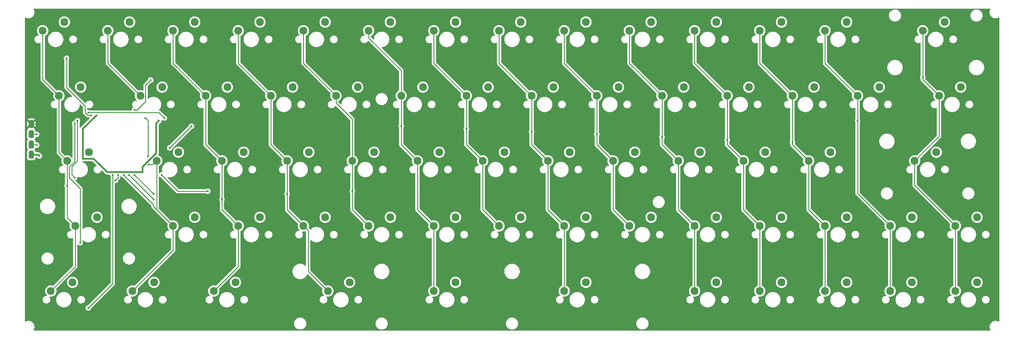
<source format=gbr>
%TF.GenerationSoftware,KiCad,Pcbnew,8.0.1*%
%TF.CreationDate,2024-05-23T20:01:39-06:00*%
%TF.ProjectId,60_Keyboard,36305f4b-6579-4626-9f61-72642e6b6963,rev?*%
%TF.SameCoordinates,Original*%
%TF.FileFunction,Copper,L1,Top*%
%TF.FilePolarity,Positive*%
%FSLAX46Y46*%
G04 Gerber Fmt 4.6, Leading zero omitted, Abs format (unit mm)*
G04 Created by KiCad (PCBNEW 8.0.1) date 2024-05-23 20:01:39*
%MOMM*%
%LPD*%
G01*
G04 APERTURE LIST*
G04 Aperture macros list*
%AMRoundRect*
0 Rectangle with rounded corners*
0 $1 Rounding radius*
0 $2 $3 $4 $5 $6 $7 $8 $9 X,Y pos of 4 corners*
0 Add a 4 corners polygon primitive as box body*
4,1,4,$2,$3,$4,$5,$6,$7,$8,$9,$2,$3,0*
0 Add four circle primitives for the rounded corners*
1,1,$1+$1,$2,$3*
1,1,$1+$1,$4,$5*
1,1,$1+$1,$6,$7*
1,1,$1+$1,$8,$9*
0 Add four rect primitives between the rounded corners*
20,1,$1+$1,$2,$3,$4,$5,0*
20,1,$1+$1,$4,$5,$6,$7,0*
20,1,$1+$1,$6,$7,$8,$9,0*
20,1,$1+$1,$8,$9,$2,$3,0*%
G04 Aperture macros list end*
%TA.AperFunction,ComponentPad*%
%ADD10C,2.300000*%
%TD*%
%TA.AperFunction,SMDPad,CuDef*%
%ADD11RoundRect,0.381000X-0.381000X0.762000X-0.381000X-0.762000X0.381000X-0.762000X0.381000X0.762000X0*%
%TD*%
%TA.AperFunction,ViaPad*%
%ADD12C,0.600000*%
%TD*%
%TA.AperFunction,Conductor*%
%ADD13C,0.250000*%
%TD*%
%TA.AperFunction,Conductor*%
%ADD14C,0.500000*%
%TD*%
G04 APERTURE END LIST*
D10*
%TO.P,MX57,1,1*%
%TO.N,COL 1*%
X111276500Y-155406300D03*
%TO.P,MX57,2,2*%
%TO.N,Net-(D57-A)*%
X117626500Y-152866300D03*
%TD*%
%TO.P,MX28,1,1*%
%TO.N,COL 13*%
X347005400Y-98259900D03*
%TO.P,MX28,2,2*%
%TO.N,Net-(D28-A)*%
X353355400Y-95719900D03*
%TD*%
%TO.P,MX7,1,1*%
%TO.N,COL 6*%
X199377200Y-79211100D03*
%TO.P,MX7,2,2*%
%TO.N,Net-(D7-A)*%
X205727200Y-76671100D03*
%TD*%
%TO.P,MX23,1,1*%
%TO.N,COL 8*%
X246999200Y-98259900D03*
%TO.P,MX23,2,2*%
%TO.N,Net-(D23-A)*%
X253349200Y-95719900D03*
%TD*%
D11*
%TO.P,U2,1,GND*%
%TO.N,GND*%
X81751100Y-106530600D03*
%TO.P,U2,2,D+*%
%TO.N,D +*%
X81751100Y-109530600D03*
%TO.P,U2,3,D-*%
%TO.N,D -*%
X81751100Y-112530600D03*
%TO.P,U2,4,V*%
%TO.N,VCC*%
X81751100Y-115530600D03*
%TD*%
D10*
%TO.P,MX58,1,1*%
%TO.N,COL 2*%
X135087500Y-155406300D03*
%TO.P,MX58,2,2*%
%TO.N,Net-(D58-A)*%
X141437500Y-152866300D03*
%TD*%
%TO.P,MX16,1,1*%
%TO.N,COL 1*%
X113657600Y-98259900D03*
%TO.P,MX16,2,2*%
%TO.N,Net-(D16-A)*%
X120007600Y-95719900D03*
%TD*%
%TO.P,MX6,1,1*%
%TO.N,COL 5*%
X180328400Y-79211100D03*
%TO.P,MX6,2,2*%
%TO.N,Net-(D6-A)*%
X186678400Y-76671100D03*
%TD*%
%TO.P,MX33,1,1*%
%TO.N,COL 4*%
X175566200Y-117308700D03*
%TO.P,MX33,2,2*%
%TO.N,Net-(D33-A)*%
X181916200Y-114768700D03*
%TD*%
%TO.P,MX1,1,1*%
%TO.N,COL 0*%
X85084400Y-79211100D03*
%TO.P,MX1,2,2*%
%TO.N,Net-(D1-A)*%
X91434400Y-76671100D03*
%TD*%
%TO.P,MX56,1,1*%
%TO.N,COL 0*%
X87465500Y-155406300D03*
%TO.P,MX56,2,2*%
%TO.N,Net-(D56-A)*%
X93815500Y-152866300D03*
%TD*%
%TO.P,MX18,1,1*%
%TO.N,COL 3*%
X151755200Y-98259900D03*
%TO.P,MX18,2,2*%
%TO.N,Net-(D18-A)*%
X158105200Y-95719900D03*
%TD*%
%TO.P,MX43,1,1*%
%TO.N,COL 1*%
X123182000Y-136357500D03*
%TO.P,MX43,2,2*%
%TO.N,Net-(D43-A)*%
X129532000Y-133817500D03*
%TD*%
%TO.P,MX10,1,1*%
%TO.N,COL 9*%
X256523600Y-79211100D03*
%TO.P,MX10,2,2*%
%TO.N,Net-(D10-A)*%
X262873600Y-76671100D03*
%TD*%
%TO.P,MX4,1,1*%
%TO.N,COL 3*%
X142230800Y-79211100D03*
%TO.P,MX4,2,2*%
%TO.N,Net-(D4-A)*%
X148580800Y-76671100D03*
%TD*%
%TO.P,MX29,1,1*%
%TO.N,COL 0*%
X92227700Y-117308700D03*
%TO.P,MX29,2,2*%
%TO.N,Net-(D29-A)*%
X98577700Y-114768700D03*
%TD*%
%TO.P,MX40,1,1*%
%TO.N,COL 11*%
X308907800Y-117308700D03*
%TO.P,MX40,2,2*%
%TO.N,Net-(D40-A)*%
X315257800Y-114768700D03*
%TD*%
%TO.P,MX11,1,1*%
%TO.N,COL 10*%
X275572400Y-79211100D03*
%TO.P,MX11,2,2*%
%TO.N,Net-(D11-A)*%
X281922400Y-76671100D03*
%TD*%
%TO.P,MX24,1,1*%
%TO.N,COL 9*%
X266048000Y-98259900D03*
%TO.P,MX24,2,2*%
%TO.N,Net-(D24-A)*%
X272398000Y-95719900D03*
%TD*%
%TO.P,MX52,1,1*%
%TO.N,COL 10*%
X294621200Y-136357500D03*
%TO.P,MX52,2,2*%
%TO.N,Net-(D52-A)*%
X300971200Y-133817500D03*
%TD*%
%TO.P,MX60,1,1*%
%TO.N,COL 3*%
X168422900Y-155406300D03*
%TO.P,MX60,2,2*%
%TO.N,Net-(D60-A)*%
X174772900Y-152866300D03*
%TD*%
%TO.P,MX42,1,1*%
%TO.N,COL 13*%
X339862100Y-117308700D03*
%TO.P,MX42,2,2*%
%TO.N,Net-(D42-A)*%
X346212100Y-114768700D03*
%TD*%
%TO.P,MX63,1,1*%
%TO.N,COL 7*%
X237474800Y-155406300D03*
%TO.P,MX63,2,2*%
%TO.N,Net-(D63-A)*%
X243824800Y-152866300D03*
%TD*%
%TO.P,MX21,1,1*%
%TO.N,COL 6*%
X208901600Y-98259900D03*
%TO.P,MX21,2,2*%
%TO.N,Net-(D21-A)*%
X215251600Y-95719900D03*
%TD*%
%TO.P,MX9,1,1*%
%TO.N,COL 8*%
X237474800Y-79211100D03*
%TO.P,MX9,2,2*%
%TO.N,Net-(D9-A)*%
X243824800Y-76671100D03*
%TD*%
%TO.P,MX65,1,1*%
%TO.N,COL 9*%
X275572400Y-155406300D03*
%TO.P,MX65,2,2*%
%TO.N,Net-(D65-A)*%
X281922400Y-152866300D03*
%TD*%
%TO.P,MX50,1,1*%
%TO.N,COL 8*%
X256523600Y-136357500D03*
%TO.P,MX50,2,2*%
%TO.N,Net-(D50-A)*%
X262873600Y-133817500D03*
%TD*%
%TO.P,MX36,1,1*%
%TO.N,COL 7*%
X232712600Y-117308700D03*
%TO.P,MX36,2,2*%
%TO.N,Net-(D36-A)*%
X239062600Y-114768700D03*
%TD*%
%TO.P,MX55,1,1*%
%TO.N,COL 13*%
X351767600Y-136357500D03*
%TO.P,MX55,2,2*%
%TO.N,Net-(D55-A)*%
X358117600Y-133817500D03*
%TD*%
%TO.P,MX13,1,1*%
%TO.N,COL 12*%
X313670000Y-79211100D03*
%TO.P,MX13,2,2*%
%TO.N,Net-(D13-A)*%
X320020000Y-76671100D03*
%TD*%
%TO.P,MX39,1,1*%
%TO.N,COL 10*%
X289859000Y-117308700D03*
%TO.P,MX39,2,2*%
%TO.N,Net-(D39-A)*%
X296209000Y-114768700D03*
%TD*%
%TO.P,MX20,1,1*%
%TO.N,COL 5*%
X189852800Y-98259900D03*
%TO.P,MX20,2,2*%
%TO.N,Net-(D20-A)*%
X196202800Y-95719900D03*
%TD*%
%TO.P,MX41,1,1*%
%TO.N,COL 0*%
X94608800Y-136357500D03*
%TO.P,MX41,2,2*%
%TO.N,Net-(D41-A)*%
X100958800Y-133817500D03*
%TD*%
%TO.P,MX26,1,1*%
%TO.N,COL 11*%
X304145600Y-98259900D03*
%TO.P,MX26,2,2*%
%TO.N,Net-(D26-A)*%
X310495600Y-95719900D03*
%TD*%
%TO.P,MX69,1,1*%
%TO.N,COL 13*%
X351767600Y-155406300D03*
%TO.P,MX69,2,2*%
%TO.N,Net-(D69-A)*%
X358117600Y-152866300D03*
%TD*%
%TO.P,MX30,1,1*%
%TO.N,COL 1*%
X118419800Y-117308700D03*
%TO.P,MX30,2,2*%
%TO.N,Net-(D30-A)*%
X124769800Y-114768700D03*
%TD*%
%TO.P,MX68,1,1*%
%TO.N,COL 12*%
X332718800Y-155406300D03*
%TO.P,MX68,2,2*%
%TO.N,Net-(D68-A)*%
X339068800Y-152866300D03*
%TD*%
%TO.P,MX35,1,1*%
%TO.N,COL 6*%
X213663800Y-117308700D03*
%TO.P,MX35,2,2*%
%TO.N,Net-(D35-A)*%
X220013800Y-114768700D03*
%TD*%
%TO.P,MX8,1,1*%
%TO.N,COL 7*%
X218426000Y-79211100D03*
%TO.P,MX8,2,2*%
%TO.N,Net-(D8-A)*%
X224776000Y-76671100D03*
%TD*%
%TO.P,MX31,1,1*%
%TO.N,COL 2*%
X137468600Y-117308700D03*
%TO.P,MX31,2,2*%
%TO.N,Net-(D31-A)*%
X143818600Y-114768700D03*
%TD*%
%TO.P,MX32,1,1*%
%TO.N,COL 3*%
X156517400Y-117308700D03*
%TO.P,MX32,2,2*%
%TO.N,Net-(D32-A)*%
X162867400Y-114768700D03*
%TD*%
%TO.P,MX49,1,1*%
%TO.N,COL 7*%
X237474800Y-136357500D03*
%TO.P,MX49,2,2*%
%TO.N,Net-(D49-A)*%
X243824800Y-133817500D03*
%TD*%
%TO.P,MX5,1,1*%
%TO.N,COL 4*%
X161279600Y-79211100D03*
%TO.P,MX5,2,2*%
%TO.N,Net-(D5-A)*%
X167629600Y-76671100D03*
%TD*%
%TO.P,MX37,1,1*%
%TO.N,COL 8*%
X251761400Y-117308700D03*
%TO.P,MX37,2,2*%
%TO.N,Net-(D37-A)*%
X258111400Y-114768700D03*
%TD*%
%TO.P,MX34,1,1*%
%TO.N,COL 5*%
X194615000Y-117308700D03*
%TO.P,MX34,2,2*%
%TO.N,Net-(D34-A)*%
X200965000Y-114768700D03*
%TD*%
%TO.P,MX17,1,1*%
%TO.N,COL 2*%
X132706400Y-98259900D03*
%TO.P,MX17,2,2*%
%TO.N,Net-(D17-A)*%
X139056400Y-95719900D03*
%TD*%
%TO.P,MX44,1,1*%
%TO.N,COL 2*%
X142230800Y-136357500D03*
%TO.P,MX44,2,2*%
%TO.N,Net-(D44-A)*%
X148580800Y-133817500D03*
%TD*%
%TO.P,MX14,1,1*%
%TO.N,COL 13*%
X342243200Y-79211100D03*
%TO.P,MX14,2,2*%
%TO.N,Net-(D14-A)*%
X348593200Y-76671100D03*
%TD*%
%TO.P,MX66,1,1*%
%TO.N,COL 10*%
X294621200Y-155406300D03*
%TO.P,MX66,2,2*%
%TO.N,Net-(D66-A)*%
X300971200Y-152866300D03*
%TD*%
%TO.P,MX67,1,1*%
%TO.N,COL 11*%
X313670000Y-155406300D03*
%TO.P,MX67,2,2*%
%TO.N,Net-(D67-A)*%
X320020000Y-152866300D03*
%TD*%
%TO.P,MX19,1,1*%
%TO.N,COL 4*%
X170804000Y-98259900D03*
%TO.P,MX19,2,2*%
%TO.N,Net-(D19-A)*%
X177154000Y-95719900D03*
%TD*%
%TO.P,MX25,1,1*%
%TO.N,COL 10*%
X285096800Y-98259900D03*
%TO.P,MX25,2,2*%
%TO.N,Net-(D25-A)*%
X291446800Y-95719900D03*
%TD*%
%TO.P,MX3,1,1*%
%TO.N,COL 2*%
X123182000Y-79211100D03*
%TO.P,MX3,2,2*%
%TO.N,Net-(D3-A)*%
X129532000Y-76671100D03*
%TD*%
%TO.P,MX47,1,1*%
%TO.N,COL 5*%
X199377200Y-136357500D03*
%TO.P,MX47,2,2*%
%TO.N,Net-(D47-A)*%
X205727200Y-133817500D03*
%TD*%
%TO.P,MX2,1,1*%
%TO.N,COL 1*%
X104133200Y-79211100D03*
%TO.P,MX2,2,2*%
%TO.N,Net-(D2-A)*%
X110483200Y-76671100D03*
%TD*%
%TO.P,MX53,1,1*%
%TO.N,COL 11*%
X313670000Y-136357500D03*
%TO.P,MX53,2,2*%
%TO.N,Net-(D53-A)*%
X320020000Y-133817500D03*
%TD*%
%TO.P,MX48,1,1*%
%TO.N,COL 6*%
X218426000Y-136357500D03*
%TO.P,MX48,2,2*%
%TO.N,Net-(D48-A)*%
X224776000Y-133817500D03*
%TD*%
%TO.P,MX15,1,1*%
%TO.N,COL 0*%
X89846600Y-98259900D03*
%TO.P,MX15,2,2*%
%TO.N,Net-(D15-A)*%
X96196600Y-95719900D03*
%TD*%
%TO.P,MX27,1,1*%
%TO.N,COL 12*%
X323194400Y-98259900D03*
%TO.P,MX27,2,2*%
%TO.N,Net-(D27-A)*%
X329544400Y-95719900D03*
%TD*%
%TO.P,MX38,1,1*%
%TO.N,COL 9*%
X270810200Y-117308700D03*
%TO.P,MX38,2,2*%
%TO.N,Net-(D38-A)*%
X277160200Y-114768700D03*
%TD*%
%TO.P,MX22,1,1*%
%TO.N,COL 7*%
X227950400Y-98259900D03*
%TO.P,MX22,2,2*%
%TO.N,Net-(D22-A)*%
X234300400Y-95719900D03*
%TD*%
%TO.P,MX45,1,1*%
%TO.N,COL 3*%
X161279600Y-136357500D03*
%TO.P,MX45,2,2*%
%TO.N,Net-(D45-A)*%
X167629600Y-133817500D03*
%TD*%
%TO.P,MX12,1,1*%
%TO.N,COL 11*%
X294621200Y-79211100D03*
%TO.P,MX12,2,2*%
%TO.N,Net-(D12-A)*%
X300971200Y-76671100D03*
%TD*%
%TO.P,MX61,1,1*%
%TO.N,COL 5*%
X199377200Y-155406300D03*
%TO.P,MX61,2,2*%
%TO.N,Net-(D61-A)*%
X205727200Y-152866300D03*
%TD*%
%TO.P,MX46,1,1*%
%TO.N,COL 4*%
X180328400Y-136357500D03*
%TO.P,MX46,2,2*%
%TO.N,Net-(D46-A)*%
X186678400Y-133817500D03*
%TD*%
%TO.P,MX51,1,1*%
%TO.N,COL 9*%
X275572400Y-136357500D03*
%TO.P,MX51,2,2*%
%TO.N,Net-(D51-A)*%
X281922400Y-133817500D03*
%TD*%
%TO.P,MX54,1,1*%
%TO.N,COL 12*%
X332718800Y-136357500D03*
%TO.P,MX54,2,2*%
%TO.N,Net-(D54-A)*%
X339068800Y-133817500D03*
%TD*%
D12*
%TO.N,GND*%
X84925900Y-107149500D03*
%TO.N,+5V*%
X101593600Y-118261300D03*
X114292800Y-120642400D03*
X100799900Y-103974700D03*
X96831400Y-116673900D03*
X96831400Y-107943200D03*
X119055000Y-105562100D03*
%TO.N,ROW 0*%
X92069200Y-87307000D03*
X99168691Y-103985692D03*
%TO.N,ROW 1*%
X120642400Y-104768400D03*
X98418800Y-103181000D03*
%TO.N,ROW 2*%
X94450300Y-122229800D03*
X95244000Y-105562100D03*
%TO.N,ROW 3*%
X96037700Y-141278600D03*
X94450300Y-106355800D03*
%TO.N,ROW 4*%
X105562100Y-121436100D03*
X98418800Y-160390000D03*
%TO.N,VCC*%
X84132200Y-115880200D03*
%TO.N,COL 0*%
X92227700Y-124610900D03*
X107149500Y-121436100D03*
X106355800Y-123023500D03*
%TO.N,COL 1*%
X115086500Y-104768400D03*
X115880200Y-115942800D03*
X108736900Y-121436100D03*
X116013681Y-118394781D03*
%TO.N,COL 2*%
X110324300Y-121436100D03*
X137468600Y-128579400D03*
X117467600Y-128579400D03*
%TO.N,COL 3*%
X111911700Y-121436100D03*
X117467600Y-126992000D03*
X156517400Y-126992000D03*
%TO.N,COL 4*%
X175566200Y-126198300D03*
X119848700Y-121436100D03*
X133341600Y-126198300D03*
%TO.N,COL 5*%
X189852800Y-107149500D03*
%TO.N,COL 6*%
X208901600Y-107943200D03*
%TO.N,COL 7*%
X227950400Y-108736900D03*
%TO.N,COL 8*%
X246999200Y-109530600D03*
%TO.N,COL 9*%
X266048000Y-110324300D03*
%TO.N,COL 10*%
X285096800Y-111118000D03*
%TO.N,COL 11*%
X304145600Y-111911700D03*
%TO.N,COL 12*%
X122229800Y-113499100D03*
X323194400Y-105562100D03*
X128579400Y-107149500D03*
%TO.N,COL 13*%
X116673900Y-93656600D03*
X111911700Y-102387300D03*
X342243200Y-92862900D03*
%TO.N,D -*%
X83338500Y-112705400D03*
%TO.N,D +*%
X83338500Y-109530600D03*
%TD*%
D13*
%TO.N,GND*%
X81751100Y-106530600D02*
X84307000Y-106530600D01*
X84307000Y-106530600D02*
X84925900Y-107149500D01*
D14*
%TO.N,+5V*%
X96831400Y-116673900D02*
X96831400Y-107943200D01*
X101593600Y-118261300D02*
X103974700Y-120642400D01*
X118261300Y-106355800D02*
X119055000Y-105562100D01*
X100006200Y-116673900D02*
X101593600Y-118261300D01*
X96831400Y-107943200D02*
X100799900Y-103974700D01*
X118261300Y-115086500D02*
X118261300Y-106355800D01*
X114292800Y-119055000D02*
X118261300Y-115086500D01*
X114292800Y-120642400D02*
X114292800Y-119055000D01*
X103974700Y-120642400D02*
X114292800Y-120642400D01*
X96831400Y-116673900D02*
X100006200Y-116673900D01*
D13*
%TO.N,ROW 0*%
X97486600Y-101279769D02*
X97486600Y-103132684D01*
X98339608Y-103985692D02*
X99168691Y-103985692D01*
X92069200Y-87307000D02*
X92069200Y-95862369D01*
X92069200Y-95862369D02*
X97486600Y-101279769D01*
X97486600Y-103132684D02*
X98339608Y-103985692D01*
%TO.N,ROW 1*%
X119055000Y-103181000D02*
X120642400Y-104768400D01*
X98418800Y-103181000D02*
X119055000Y-103181000D01*
%TO.N,ROW 2*%
X93656600Y-118879669D02*
X95244000Y-117292269D01*
X93656600Y-121436100D02*
X93656600Y-118879669D01*
X94450300Y-122229800D02*
X93656600Y-121436100D01*
X95244000Y-117292269D02*
X95244000Y-105562100D01*
%TO.N,ROW 3*%
X96037700Y-141278600D02*
X96037700Y-137014566D01*
X92862900Y-119036973D02*
X94450300Y-117449573D01*
X96037700Y-137014566D02*
X96083800Y-136968466D01*
X94450300Y-117449573D02*
X94450300Y-106355800D01*
X92862900Y-122229800D02*
X92862900Y-119036973D01*
X96083800Y-136968466D02*
X96083800Y-125450700D01*
X96083800Y-125450700D02*
X92862900Y-122229800D01*
%TO.N,ROW 4*%
X105562100Y-121436100D02*
X105562100Y-153246700D01*
X105562100Y-153246700D02*
X98418800Y-160390000D01*
D14*
%TO.N,VCC*%
X83782600Y-115530600D02*
X84132200Y-115880200D01*
X81751100Y-115530600D02*
X83782600Y-115530600D01*
D13*
%TO.N,COL 0*%
X92227700Y-133976400D02*
X94608800Y-136357500D01*
X89846600Y-98259900D02*
X89846600Y-114927600D01*
X94608800Y-148263000D02*
X87465500Y-155406300D01*
X92227700Y-124610900D02*
X92227700Y-133976400D01*
X94608800Y-136357500D02*
X94608800Y-148263000D01*
X85084400Y-93497700D02*
X89846600Y-98259900D01*
X107149500Y-121436100D02*
X107149500Y-122229800D01*
X92227700Y-117308700D02*
X92227700Y-124610900D01*
X107149500Y-122229800D02*
X106355800Y-123023500D01*
X89846600Y-114927600D02*
X92227700Y-117308700D01*
X85084400Y-79211100D02*
X85084400Y-93497700D01*
%TO.N,COL 1*%
X104133200Y-88735500D02*
X113657600Y-98259900D01*
X123182000Y-143500800D02*
X111276500Y-155406300D01*
X104133200Y-79211100D02*
X104133200Y-88735500D01*
X108736900Y-121436100D02*
X117467600Y-130166800D01*
X115880200Y-105562100D02*
X115880200Y-115942800D01*
X117467600Y-130643100D02*
X118419800Y-131595300D01*
X118419800Y-130166800D02*
X118419800Y-131595300D01*
X116013681Y-118394781D02*
X117333719Y-118394781D01*
X115086500Y-104768400D02*
X115880200Y-105562100D01*
X117467600Y-130166800D02*
X117467600Y-130643100D01*
X118419800Y-131595300D02*
X123182000Y-136357500D01*
X123182000Y-136357500D02*
X123182000Y-143500800D01*
X118419800Y-117308700D02*
X118419800Y-130166800D01*
X117333719Y-118394781D02*
X118419800Y-117308700D01*
X123182000Y-136357500D02*
X122684233Y-136357500D01*
%TO.N,COL 2*%
X142230800Y-136357500D02*
X142230800Y-148263000D01*
X137468600Y-131595300D02*
X142230800Y-136357500D01*
X142230800Y-148263000D02*
X135087500Y-155406300D01*
X123182000Y-79211100D02*
X123182000Y-88735500D01*
X132706400Y-98259900D02*
X132706400Y-112546500D01*
X111118000Y-122229800D02*
X117467600Y-128579400D01*
X123182000Y-88735500D02*
X132706400Y-98259900D01*
X137468600Y-117308700D02*
X137468600Y-128579400D01*
X132706400Y-112546500D02*
X137468600Y-117308700D01*
X110324300Y-121436100D02*
X111118000Y-122229800D01*
X137468600Y-128579400D02*
X137468600Y-131595300D01*
%TO.N,COL 3*%
X156517400Y-126992000D02*
X156517400Y-131595300D01*
X156517400Y-131595300D02*
X161279600Y-136357500D01*
X162695550Y-149678950D02*
X168422900Y-155406300D01*
X151755200Y-112546500D02*
X156517400Y-117308700D01*
X111911700Y-121436100D02*
X117467600Y-126992000D01*
X161279600Y-136357500D02*
X162695550Y-137773450D01*
X162695550Y-137773450D02*
X162695550Y-149678950D01*
X142230800Y-79211100D02*
X142230800Y-88735500D01*
X151755200Y-98259900D02*
X151755200Y-112546500D01*
X142230800Y-88735500D02*
X151755200Y-98259900D01*
X156517400Y-117308700D02*
X156517400Y-126992000D01*
%TO.N,COL 4*%
X119848700Y-121436100D02*
X124610900Y-126198300D01*
X175566200Y-131595300D02*
X180328400Y-136357500D01*
X124610900Y-126198300D02*
X133341600Y-126198300D01*
X161279600Y-79211100D02*
X161279600Y-88735500D01*
X170804000Y-98259900D02*
X170804000Y-100340031D01*
X175566200Y-126198300D02*
X175566200Y-131595300D01*
X170804000Y-100340031D02*
X175566200Y-105102231D01*
X175566200Y-105102231D02*
X175566200Y-117308700D01*
X161279600Y-88735500D02*
X170804000Y-98259900D01*
X175566200Y-117308700D02*
X175566200Y-126198300D01*
%TO.N,COL 5*%
X199377200Y-136357500D02*
X199377200Y-155406300D01*
X180328400Y-79211100D02*
X180328400Y-81291231D01*
X189852800Y-98259900D02*
X189852800Y-107149500D01*
X194615000Y-117308700D02*
X194615000Y-131595300D01*
X189852800Y-90815631D02*
X189852800Y-98259900D01*
X189852800Y-112546500D02*
X194615000Y-117308700D01*
X194615000Y-131595300D02*
X199377200Y-136357500D01*
X180328400Y-81291231D02*
X189852800Y-90815631D01*
X189852800Y-107149500D02*
X189852800Y-112546500D01*
%TO.N,COL 6*%
X199377200Y-79211100D02*
X199377200Y-88735500D01*
X208901600Y-107943200D02*
X208901600Y-112546500D01*
X213663800Y-131595300D02*
X218426000Y-136357500D01*
X199377200Y-88735500D02*
X208901600Y-98259900D01*
X213663800Y-117308700D02*
X213663800Y-131595300D01*
X208901600Y-98259900D02*
X208901600Y-107943200D01*
X208901600Y-112546500D02*
X213663800Y-117308700D01*
%TO.N,COL 7*%
X232712600Y-117308700D02*
X232712600Y-131595300D01*
X218426000Y-88735500D02*
X227950400Y-98259900D01*
X237474800Y-136357500D02*
X237474800Y-155406300D01*
X227950400Y-108736900D02*
X227950400Y-112546500D01*
X232712600Y-131595300D02*
X237474800Y-136357500D01*
X218426000Y-79211100D02*
X218426000Y-88735500D01*
X227950400Y-98259900D02*
X227950400Y-108736900D01*
X227950400Y-112546500D02*
X232712600Y-117308700D01*
%TO.N,COL 8*%
X246999200Y-109530600D02*
X246999200Y-112546500D01*
X237474800Y-88735500D02*
X246999200Y-98259900D01*
X251761400Y-131595300D02*
X256523600Y-136357500D01*
X246999200Y-98259900D02*
X246999200Y-109530600D01*
X246999200Y-112546500D02*
X251761400Y-117308700D01*
X251761400Y-117308700D02*
X251761400Y-131595300D01*
X237474800Y-79211100D02*
X237474800Y-88735500D01*
%TO.N,COL 9*%
X266048000Y-110324300D02*
X266048000Y-112546500D01*
X266048000Y-112546500D02*
X270810200Y-117308700D01*
X270810200Y-131595300D02*
X275572400Y-136357500D01*
X256523600Y-88735500D02*
X266048000Y-98259900D01*
X266048000Y-98259900D02*
X266048000Y-110324300D01*
X256523600Y-79211100D02*
X256523600Y-88735500D01*
X275572400Y-136357500D02*
X275572400Y-155406300D01*
X270810200Y-117308700D02*
X270810200Y-131595300D01*
%TO.N,COL 10*%
X285096800Y-111118000D02*
X285096800Y-112546500D01*
X294621200Y-136357500D02*
X294621200Y-155406300D01*
X275572400Y-79211100D02*
X275572400Y-88735500D01*
X289859000Y-131595300D02*
X294621200Y-136357500D01*
X275572400Y-88735500D02*
X285096800Y-98259900D01*
X289859000Y-117308700D02*
X289859000Y-131595300D01*
X285096800Y-112546500D02*
X289859000Y-117308700D01*
X285096800Y-98259900D02*
X285096800Y-111118000D01*
%TO.N,COL 11*%
X308907800Y-131595300D02*
X313670000Y-136357500D01*
X304145600Y-111911700D02*
X304145600Y-112546500D01*
X294621200Y-88735500D02*
X304145600Y-98259900D01*
X304145600Y-112546500D02*
X308907800Y-117308700D01*
X304145600Y-98259900D02*
X304145600Y-111911700D01*
X308907800Y-117308700D02*
X308907800Y-131595300D01*
X294621200Y-79211100D02*
X294621200Y-88735500D01*
X313670000Y-136357500D02*
X313670000Y-155406300D01*
%TO.N,COL 12*%
X323194400Y-105562100D02*
X323194400Y-126833100D01*
X323194400Y-126833100D02*
X332718800Y-136357500D01*
X323194400Y-98259900D02*
X323194400Y-105562100D01*
X313670000Y-79211100D02*
X313670000Y-88735500D01*
X332718800Y-136357500D02*
X332718800Y-155406300D01*
X313670000Y-88735500D02*
X323194400Y-98259900D01*
X122229800Y-113499100D02*
X128579400Y-107149500D01*
%TO.N,COL 13*%
X115132600Y-99960100D02*
X115132600Y-95197900D01*
X342243200Y-93497700D02*
X347005400Y-98259900D01*
X115132600Y-95197900D02*
X116673900Y-93656600D01*
X347005400Y-110165400D02*
X339862100Y-117308700D01*
X339862100Y-124452000D02*
X351767600Y-136357500D01*
X342243200Y-92862900D02*
X342243200Y-93497700D01*
X347005400Y-98259900D02*
X347005400Y-110165400D01*
X111911700Y-102387300D02*
X112705400Y-102387300D01*
X112705400Y-102387300D02*
X115132600Y-99960100D01*
X342243200Y-79211100D02*
X342243200Y-92862900D01*
X351767600Y-136357500D02*
X351767600Y-155406300D01*
X339862100Y-117308700D02*
X339862100Y-124452000D01*
%TO.N,D -*%
X81751100Y-112530600D02*
X83163700Y-112530600D01*
X83163700Y-112530600D02*
X83338500Y-112705400D01*
%TO.N,D +*%
X81751100Y-109530600D02*
X83338500Y-109530600D01*
%TD*%
%TA.AperFunction,Conductor*%
%TO.N,GND*%
G36*
X361973084Y-72746885D02*
G01*
X362018839Y-72799689D01*
X362028783Y-72868847D01*
X362013432Y-72913200D01*
X361933032Y-73052456D01*
X361837182Y-73296678D01*
X361837176Y-73296697D01*
X361778797Y-73552474D01*
X361778796Y-73552479D01*
X361759192Y-73814095D01*
X361759192Y-73814104D01*
X361778796Y-74075720D01*
X361778797Y-74075725D01*
X361837176Y-74331502D01*
X361837178Y-74331511D01*
X361837180Y-74331516D01*
X361933032Y-74575743D01*
X362064214Y-74802957D01*
X362127579Y-74882414D01*
X362227798Y-75008085D01*
X362323117Y-75096527D01*
X362420121Y-75186533D01*
X362636896Y-75334328D01*
X362636901Y-75334330D01*
X362636902Y-75334331D01*
X362636903Y-75334332D01*
X362688709Y-75359280D01*
X362873273Y-75448161D01*
X362873274Y-75448161D01*
X362873277Y-75448163D01*
X363123985Y-75525496D01*
X363383418Y-75564600D01*
X363645782Y-75564600D01*
X363905215Y-75525496D01*
X364155923Y-75448163D01*
X364342711Y-75358210D01*
X364392296Y-75334332D01*
X364392296Y-75334331D01*
X364392304Y-75334328D01*
X364407648Y-75323866D01*
X364474125Y-75302365D01*
X364541675Y-75320217D01*
X364588850Y-75371756D01*
X364601500Y-75426319D01*
X364601500Y-164271080D01*
X364581815Y-164338119D01*
X364529011Y-164383874D01*
X364459853Y-164393818D01*
X364407650Y-164373534D01*
X364392311Y-164363076D01*
X364392296Y-164363067D01*
X364155925Y-164249238D01*
X364155927Y-164249238D01*
X363905223Y-164171906D01*
X363905219Y-164171905D01*
X363905215Y-164171904D01*
X363780423Y-164153094D01*
X363645787Y-164132800D01*
X363645782Y-164132800D01*
X363383418Y-164132800D01*
X363383412Y-164132800D01*
X363221847Y-164157153D01*
X363123985Y-164171904D01*
X363123982Y-164171905D01*
X363123976Y-164171906D01*
X362873273Y-164249238D01*
X362636903Y-164363067D01*
X362636902Y-164363068D01*
X362420120Y-164510867D01*
X362227798Y-164689314D01*
X362064214Y-164894443D01*
X361933032Y-165121656D01*
X361837182Y-165365878D01*
X361837176Y-165365897D01*
X361778797Y-165621674D01*
X361778796Y-165621679D01*
X361759192Y-165883295D01*
X361759192Y-165883304D01*
X361778796Y-166144920D01*
X361778797Y-166144925D01*
X361837176Y-166400702D01*
X361837182Y-166400721D01*
X361933032Y-166644943D01*
X362013432Y-166784200D01*
X362029905Y-166852100D01*
X362007052Y-166918127D01*
X361952131Y-166961318D01*
X361906045Y-166970200D01*
X82565955Y-166970200D01*
X82498916Y-166950515D01*
X82453161Y-166897711D01*
X82443217Y-166828553D01*
X82458568Y-166784200D01*
X82503832Y-166705800D01*
X82538968Y-166644943D01*
X82634820Y-166400716D01*
X82693202Y-166144930D01*
X82693203Y-166144920D01*
X82712808Y-165883304D01*
X82712808Y-165883295D01*
X82693203Y-165621679D01*
X82693202Y-165621674D01*
X82693202Y-165621670D01*
X82634820Y-165365884D01*
X82538968Y-165121657D01*
X82496219Y-165047614D01*
X158552150Y-165047614D01*
X158565972Y-165152592D01*
X158582513Y-165278230D01*
X158605998Y-165365878D01*
X158642718Y-165502920D01*
X158731733Y-165717821D01*
X158731738Y-165717832D01*
X158848037Y-165919266D01*
X158848048Y-165919282D01*
X158989646Y-166103817D01*
X158989652Y-166103824D01*
X159154125Y-166268297D01*
X159154131Y-166268302D01*
X159338676Y-166409908D01*
X159338683Y-166409912D01*
X159540117Y-166526211D01*
X159540122Y-166526213D01*
X159540125Y-166526215D01*
X159618252Y-166558576D01*
X159755029Y-166615231D01*
X159755030Y-166615231D01*
X159755032Y-166615232D01*
X159979720Y-166675437D01*
X160210343Y-166705800D01*
X160210350Y-166705800D01*
X160442950Y-166705800D01*
X160442957Y-166705800D01*
X160673580Y-166675437D01*
X160898268Y-166615232D01*
X161113175Y-166526215D01*
X161314624Y-166409908D01*
X161499169Y-166268302D01*
X161663652Y-166103819D01*
X161805258Y-165919274D01*
X161921565Y-165717825D01*
X162010582Y-165502918D01*
X162070787Y-165278230D01*
X162101149Y-165047614D01*
X182364650Y-165047614D01*
X182378472Y-165152592D01*
X182395013Y-165278230D01*
X182418498Y-165365878D01*
X182455218Y-165502920D01*
X182544233Y-165717821D01*
X182544238Y-165717832D01*
X182660537Y-165919266D01*
X182660548Y-165919282D01*
X182802146Y-166103817D01*
X182802152Y-166103824D01*
X182966625Y-166268297D01*
X182966631Y-166268302D01*
X183151176Y-166409908D01*
X183151183Y-166409912D01*
X183352617Y-166526211D01*
X183352622Y-166526213D01*
X183352625Y-166526215D01*
X183430752Y-166558576D01*
X183567529Y-166615231D01*
X183567530Y-166615231D01*
X183567532Y-166615232D01*
X183792220Y-166675437D01*
X184022843Y-166705800D01*
X184022850Y-166705800D01*
X184255450Y-166705800D01*
X184255457Y-166705800D01*
X184486080Y-166675437D01*
X184710768Y-166615232D01*
X184925675Y-166526215D01*
X185127124Y-166409908D01*
X185311669Y-166268302D01*
X185476152Y-166103819D01*
X185617758Y-165919274D01*
X185734065Y-165717825D01*
X185823082Y-165502918D01*
X185883287Y-165278230D01*
X185913649Y-165047614D01*
X220460300Y-165047614D01*
X220474122Y-165152592D01*
X220490663Y-165278230D01*
X220514148Y-165365878D01*
X220550868Y-165502920D01*
X220639883Y-165717821D01*
X220639888Y-165717832D01*
X220756187Y-165919266D01*
X220756198Y-165919282D01*
X220897796Y-166103817D01*
X220897802Y-166103824D01*
X221062275Y-166268297D01*
X221062281Y-166268302D01*
X221246826Y-166409908D01*
X221246833Y-166409912D01*
X221448267Y-166526211D01*
X221448272Y-166526213D01*
X221448275Y-166526215D01*
X221526402Y-166558576D01*
X221663179Y-166615231D01*
X221663180Y-166615231D01*
X221663182Y-166615232D01*
X221887870Y-166675437D01*
X222118493Y-166705800D01*
X222118500Y-166705800D01*
X222351100Y-166705800D01*
X222351107Y-166705800D01*
X222581730Y-166675437D01*
X222806418Y-166615232D01*
X223021325Y-166526215D01*
X223222774Y-166409908D01*
X223407319Y-166268302D01*
X223571802Y-166103819D01*
X223713408Y-165919274D01*
X223829715Y-165717825D01*
X223918732Y-165502918D01*
X223978937Y-165278230D01*
X224009299Y-165047614D01*
X258560300Y-165047614D01*
X258574122Y-165152592D01*
X258590663Y-165278230D01*
X258614148Y-165365878D01*
X258650868Y-165502920D01*
X258739883Y-165717821D01*
X258739888Y-165717832D01*
X258856187Y-165919266D01*
X258856198Y-165919282D01*
X258997796Y-166103817D01*
X258997802Y-166103824D01*
X259162275Y-166268297D01*
X259162281Y-166268302D01*
X259346826Y-166409908D01*
X259346833Y-166409912D01*
X259548267Y-166526211D01*
X259548272Y-166526213D01*
X259548275Y-166526215D01*
X259626402Y-166558576D01*
X259763179Y-166615231D01*
X259763180Y-166615231D01*
X259763182Y-166615232D01*
X259987870Y-166675437D01*
X260218493Y-166705800D01*
X260218500Y-166705800D01*
X260451100Y-166705800D01*
X260451107Y-166705800D01*
X260681730Y-166675437D01*
X260906418Y-166615232D01*
X261121325Y-166526215D01*
X261322774Y-166409908D01*
X261507319Y-166268302D01*
X261671802Y-166103819D01*
X261813408Y-165919274D01*
X261929715Y-165717825D01*
X262018732Y-165502918D01*
X262078937Y-165278230D01*
X262109300Y-165047607D01*
X262109300Y-164814993D01*
X262078937Y-164584370D01*
X262018732Y-164359682D01*
X262009800Y-164338119D01*
X261940953Y-164171906D01*
X261929715Y-164144775D01*
X261929713Y-164144772D01*
X261929711Y-164144767D01*
X261813412Y-163943333D01*
X261813408Y-163943326D01*
X261671802Y-163758781D01*
X261671797Y-163758775D01*
X261507324Y-163594302D01*
X261507317Y-163594296D01*
X261322782Y-163452698D01*
X261322780Y-163452696D01*
X261322774Y-163452692D01*
X261322769Y-163452689D01*
X261322766Y-163452687D01*
X261121332Y-163336388D01*
X261121321Y-163336383D01*
X260906420Y-163247368D01*
X260794074Y-163217265D01*
X260681730Y-163187163D01*
X260630480Y-163180415D01*
X260451114Y-163156800D01*
X260451107Y-163156800D01*
X260218493Y-163156800D01*
X260218485Y-163156800D01*
X260013494Y-163183789D01*
X259987870Y-163187163D01*
X259931698Y-163202214D01*
X259763179Y-163247368D01*
X259548278Y-163336383D01*
X259548267Y-163336388D01*
X259346833Y-163452687D01*
X259346817Y-163452698D01*
X259162282Y-163594296D01*
X259162275Y-163594302D01*
X258997802Y-163758775D01*
X258997796Y-163758782D01*
X258856198Y-163943317D01*
X258856187Y-163943333D01*
X258739888Y-164144767D01*
X258739883Y-164144778D01*
X258650868Y-164359679D01*
X258590663Y-164584371D01*
X258560300Y-164814985D01*
X258560300Y-165047614D01*
X224009299Y-165047614D01*
X224009300Y-165047607D01*
X224009300Y-164814993D01*
X223978937Y-164584370D01*
X223918732Y-164359682D01*
X223909800Y-164338119D01*
X223840953Y-164171906D01*
X223829715Y-164144775D01*
X223829713Y-164144772D01*
X223829711Y-164144767D01*
X223713412Y-163943333D01*
X223713408Y-163943326D01*
X223571802Y-163758781D01*
X223571797Y-163758775D01*
X223407324Y-163594302D01*
X223407317Y-163594296D01*
X223222782Y-163452698D01*
X223222780Y-163452696D01*
X223222774Y-163452692D01*
X223222769Y-163452689D01*
X223222766Y-163452687D01*
X223021332Y-163336388D01*
X223021321Y-163336383D01*
X222806420Y-163247368D01*
X222694074Y-163217265D01*
X222581730Y-163187163D01*
X222530480Y-163180415D01*
X222351114Y-163156800D01*
X222351107Y-163156800D01*
X222118493Y-163156800D01*
X222118485Y-163156800D01*
X221913494Y-163183789D01*
X221887870Y-163187163D01*
X221831698Y-163202214D01*
X221663179Y-163247368D01*
X221448278Y-163336383D01*
X221448267Y-163336388D01*
X221246833Y-163452687D01*
X221246817Y-163452698D01*
X221062282Y-163594296D01*
X221062275Y-163594302D01*
X220897802Y-163758775D01*
X220897796Y-163758782D01*
X220756198Y-163943317D01*
X220756187Y-163943333D01*
X220639888Y-164144767D01*
X220639883Y-164144778D01*
X220550868Y-164359679D01*
X220490663Y-164584371D01*
X220460300Y-164814985D01*
X220460300Y-165047614D01*
X185913649Y-165047614D01*
X185913650Y-165047607D01*
X185913650Y-164814993D01*
X185883287Y-164584370D01*
X185823082Y-164359682D01*
X185814150Y-164338119D01*
X185745303Y-164171906D01*
X185734065Y-164144775D01*
X185734063Y-164144772D01*
X185734061Y-164144767D01*
X185617762Y-163943333D01*
X185617758Y-163943326D01*
X185476152Y-163758781D01*
X185476147Y-163758775D01*
X185311674Y-163594302D01*
X185311667Y-163594296D01*
X185127132Y-163452698D01*
X185127130Y-163452696D01*
X185127124Y-163452692D01*
X185127119Y-163452689D01*
X185127116Y-163452687D01*
X184925682Y-163336388D01*
X184925671Y-163336383D01*
X184710770Y-163247368D01*
X184598424Y-163217265D01*
X184486080Y-163187163D01*
X184434830Y-163180415D01*
X184255464Y-163156800D01*
X184255457Y-163156800D01*
X184022843Y-163156800D01*
X184022835Y-163156800D01*
X183817844Y-163183789D01*
X183792220Y-163187163D01*
X183736048Y-163202214D01*
X183567529Y-163247368D01*
X183352628Y-163336383D01*
X183352617Y-163336388D01*
X183151183Y-163452687D01*
X183151167Y-163452698D01*
X182966632Y-163594296D01*
X182966625Y-163594302D01*
X182802152Y-163758775D01*
X182802146Y-163758782D01*
X182660548Y-163943317D01*
X182660537Y-163943333D01*
X182544238Y-164144767D01*
X182544233Y-164144778D01*
X182455218Y-164359679D01*
X182395013Y-164584371D01*
X182364650Y-164814985D01*
X182364650Y-165047614D01*
X162101149Y-165047614D01*
X162101150Y-165047607D01*
X162101150Y-164814993D01*
X162070787Y-164584370D01*
X162010582Y-164359682D01*
X162001650Y-164338119D01*
X161932803Y-164171906D01*
X161921565Y-164144775D01*
X161921563Y-164144772D01*
X161921561Y-164144767D01*
X161805262Y-163943333D01*
X161805258Y-163943326D01*
X161663652Y-163758781D01*
X161663647Y-163758775D01*
X161499174Y-163594302D01*
X161499167Y-163594296D01*
X161314632Y-163452698D01*
X161314630Y-163452696D01*
X161314624Y-163452692D01*
X161314619Y-163452689D01*
X161314616Y-163452687D01*
X161113182Y-163336388D01*
X161113171Y-163336383D01*
X160898270Y-163247368D01*
X160785924Y-163217265D01*
X160673580Y-163187163D01*
X160622330Y-163180415D01*
X160442964Y-163156800D01*
X160442957Y-163156800D01*
X160210343Y-163156800D01*
X160210335Y-163156800D01*
X160005344Y-163183789D01*
X159979720Y-163187163D01*
X159923548Y-163202214D01*
X159755029Y-163247368D01*
X159540128Y-163336383D01*
X159540117Y-163336388D01*
X159338683Y-163452687D01*
X159338667Y-163452698D01*
X159154132Y-163594296D01*
X159154125Y-163594302D01*
X158989652Y-163758775D01*
X158989646Y-163758782D01*
X158848048Y-163943317D01*
X158848037Y-163943333D01*
X158731738Y-164144767D01*
X158731733Y-164144778D01*
X158642718Y-164359679D01*
X158582513Y-164584371D01*
X158552150Y-164814985D01*
X158552150Y-165047614D01*
X82496219Y-165047614D01*
X82407786Y-164894443D01*
X82244205Y-164689319D01*
X82244204Y-164689318D01*
X82244201Y-164689314D01*
X82051879Y-164510867D01*
X82044299Y-164505699D01*
X81835104Y-164363072D01*
X81835100Y-164363070D01*
X81835097Y-164363068D01*
X81835096Y-164363067D01*
X81598725Y-164249238D01*
X81598727Y-164249238D01*
X81348023Y-164171906D01*
X81348019Y-164171905D01*
X81348015Y-164171904D01*
X81223223Y-164153094D01*
X81088587Y-164132800D01*
X81088582Y-164132800D01*
X80826218Y-164132800D01*
X80826212Y-164132800D01*
X80664647Y-164157153D01*
X80566785Y-164171904D01*
X80566782Y-164171905D01*
X80566776Y-164171906D01*
X80316073Y-164249238D01*
X80079703Y-164363067D01*
X80079688Y-164363076D01*
X80064350Y-164373534D01*
X79997871Y-164395034D01*
X79930321Y-164377179D01*
X79883148Y-164325639D01*
X79870500Y-164271080D01*
X79870500Y-145998814D01*
X84738050Y-145998814D01*
X84761665Y-146178180D01*
X84768413Y-146229430D01*
X84798515Y-146341774D01*
X84828618Y-146454120D01*
X84917633Y-146669021D01*
X84917638Y-146669032D01*
X85033937Y-146870466D01*
X85033948Y-146870482D01*
X85175546Y-147055017D01*
X85175552Y-147055024D01*
X85340025Y-147219497D01*
X85340031Y-147219502D01*
X85524576Y-147361108D01*
X85524583Y-147361112D01*
X85726017Y-147477411D01*
X85726022Y-147477413D01*
X85726025Y-147477415D01*
X85745064Y-147485301D01*
X85940929Y-147566431D01*
X85940930Y-147566431D01*
X85940932Y-147566432D01*
X86165620Y-147626637D01*
X86396243Y-147657000D01*
X86396250Y-147657000D01*
X86628850Y-147657000D01*
X86628857Y-147657000D01*
X86859480Y-147626637D01*
X87084168Y-147566432D01*
X87299075Y-147477415D01*
X87500524Y-147361108D01*
X87685069Y-147219502D01*
X87849552Y-147055019D01*
X87991158Y-146870474D01*
X88107465Y-146669025D01*
X88196482Y-146454118D01*
X88256687Y-146229430D01*
X88287050Y-145998807D01*
X88287050Y-145766193D01*
X88256687Y-145535570D01*
X88196482Y-145310882D01*
X88107465Y-145095975D01*
X88107463Y-145095972D01*
X88107461Y-145095967D01*
X87991162Y-144894533D01*
X87991158Y-144894526D01*
X87849552Y-144709981D01*
X87849547Y-144709975D01*
X87685074Y-144545502D01*
X87685067Y-144545496D01*
X87500532Y-144403898D01*
X87500530Y-144403896D01*
X87500524Y-144403892D01*
X87500519Y-144403889D01*
X87500516Y-144403887D01*
X87299082Y-144287588D01*
X87299071Y-144287583D01*
X87084170Y-144198568D01*
X86971824Y-144168465D01*
X86859480Y-144138363D01*
X86808230Y-144131615D01*
X86628864Y-144108000D01*
X86628857Y-144108000D01*
X86396243Y-144108000D01*
X86396235Y-144108000D01*
X86191244Y-144134989D01*
X86165620Y-144138363D01*
X86109448Y-144153414D01*
X85940929Y-144198568D01*
X85726028Y-144287583D01*
X85726017Y-144287588D01*
X85524583Y-144403887D01*
X85524567Y-144403898D01*
X85340032Y-144545496D01*
X85340025Y-144545502D01*
X85175552Y-144709975D01*
X85175546Y-144709982D01*
X85033948Y-144894517D01*
X85033937Y-144894533D01*
X84917638Y-145095967D01*
X84917633Y-145095978D01*
X84828618Y-145310879D01*
X84768413Y-145535571D01*
X84738050Y-145766185D01*
X84738050Y-145998814D01*
X79870500Y-145998814D01*
X79870500Y-130789599D01*
X84268150Y-130789599D01*
X84268151Y-130789616D01*
X84296791Y-131007163D01*
X84306552Y-131081300D01*
X84368155Y-131311206D01*
X84382702Y-131365494D01*
X84495284Y-131637294D01*
X84495292Y-131637310D01*
X84642390Y-131892089D01*
X84642401Y-131892105D01*
X84821498Y-132125509D01*
X84821504Y-132125516D01*
X85029533Y-132333545D01*
X85029539Y-132333550D01*
X85262953Y-132512655D01*
X85262960Y-132512659D01*
X85517739Y-132659757D01*
X85517755Y-132659765D01*
X85789555Y-132772347D01*
X85789557Y-132772347D01*
X85789563Y-132772350D01*
X86073750Y-132848498D01*
X86365444Y-132886900D01*
X86365451Y-132886900D01*
X86659649Y-132886900D01*
X86659656Y-132886900D01*
X86951350Y-132848498D01*
X87235537Y-132772350D01*
X87308868Y-132741975D01*
X87507344Y-132659765D01*
X87507347Y-132659763D01*
X87507353Y-132659761D01*
X87762147Y-132512655D01*
X87995561Y-132333550D01*
X88203600Y-132125511D01*
X88382705Y-131892097D01*
X88529811Y-131637303D01*
X88642400Y-131365487D01*
X88718548Y-131081300D01*
X88756950Y-130789606D01*
X88756950Y-130495394D01*
X88718548Y-130203700D01*
X88642400Y-129919513D01*
X88642397Y-129919505D01*
X88529815Y-129647705D01*
X88529807Y-129647689D01*
X88382709Y-129392910D01*
X88382705Y-129392903D01*
X88321527Y-129313174D01*
X88203601Y-129159490D01*
X88203595Y-129159483D01*
X87995566Y-128951454D01*
X87995559Y-128951448D01*
X87762155Y-128772351D01*
X87762153Y-128772349D01*
X87762147Y-128772345D01*
X87762142Y-128772342D01*
X87762139Y-128772340D01*
X87507360Y-128625242D01*
X87507344Y-128625234D01*
X87235544Y-128512652D01*
X86951346Y-128436501D01*
X86659666Y-128398101D01*
X86659661Y-128398100D01*
X86659656Y-128398100D01*
X86365444Y-128398100D01*
X86365438Y-128398100D01*
X86365433Y-128398101D01*
X86073753Y-128436501D01*
X85789555Y-128512652D01*
X85517755Y-128625234D01*
X85517739Y-128625242D01*
X85262960Y-128772340D01*
X85262944Y-128772351D01*
X85029540Y-128951448D01*
X85029533Y-128951454D01*
X84821504Y-129159483D01*
X84821498Y-129159490D01*
X84642401Y-129392894D01*
X84642390Y-129392910D01*
X84495292Y-129647689D01*
X84495284Y-129647705D01*
X84382702Y-129919505D01*
X84306551Y-130203703D01*
X84268151Y-130495383D01*
X84268150Y-130495400D01*
X84268150Y-130789599D01*
X79870500Y-130789599D01*
X79870500Y-116369256D01*
X80488600Y-116369256D01*
X80488601Y-116369259D01*
X80491518Y-116412301D01*
X80491518Y-116412302D01*
X80511996Y-116494645D01*
X80531387Y-116572618D01*
X80537794Y-116598378D01*
X80622981Y-116770143D01*
X80622983Y-116770146D01*
X80743109Y-116919589D01*
X80743110Y-116919590D01*
X80892553Y-117039716D01*
X80892556Y-117039718D01*
X81059059Y-117122295D01*
X81064325Y-117124907D01*
X81214113Y-117162158D01*
X81250391Y-117171180D01*
X81250392Y-117171180D01*
X81250396Y-117171181D01*
X81293443Y-117174100D01*
X82208756Y-117174099D01*
X82251804Y-117171181D01*
X82437875Y-117124907D01*
X82609647Y-117039716D01*
X82759090Y-116919590D01*
X82879216Y-116770147D01*
X82964407Y-116598375D01*
X83010681Y-116412304D01*
X83011738Y-116396708D01*
X83035914Y-116331156D01*
X83091693Y-116289079D01*
X83135454Y-116281100D01*
X83370162Y-116281100D01*
X83437201Y-116300785D01*
X83475154Y-116339126D01*
X83502384Y-116382462D01*
X83629938Y-116510016D01*
X83782678Y-116605989D01*
X83821282Y-116619497D01*
X83952945Y-116665568D01*
X83952950Y-116665569D01*
X84132196Y-116685765D01*
X84132200Y-116685765D01*
X84132204Y-116685765D01*
X84311449Y-116665569D01*
X84311452Y-116665568D01*
X84311455Y-116665568D01*
X84481722Y-116605989D01*
X84634462Y-116510016D01*
X84762016Y-116382462D01*
X84857989Y-116229722D01*
X84917568Y-116059455D01*
X84920752Y-116031199D01*
X84937765Y-115880203D01*
X84937765Y-115880196D01*
X84917569Y-115700950D01*
X84917568Y-115700945D01*
X84895332Y-115637399D01*
X84857989Y-115530678D01*
X84848231Y-115515149D01*
X84784336Y-115413460D01*
X84762016Y-115377938D01*
X84634462Y-115250384D01*
X84514652Y-115175102D01*
X84481716Y-115154407D01*
X84475447Y-115151388D01*
X84476329Y-115149556D01*
X84440260Y-115126892D01*
X84261021Y-114947652D01*
X84261014Y-114947646D01*
X84187329Y-114898412D01*
X84187329Y-114898413D01*
X84138091Y-114865513D01*
X84001517Y-114808943D01*
X84001507Y-114808940D01*
X83856520Y-114780100D01*
X83856518Y-114780100D01*
X83135454Y-114780100D01*
X83068415Y-114760415D01*
X83022660Y-114707611D01*
X83011738Y-114664485D01*
X83010681Y-114648899D01*
X83010681Y-114648897D01*
X83010680Y-114648891D01*
X82964407Y-114462825D01*
X82885967Y-114304665D01*
X82879218Y-114291056D01*
X82879216Y-114291053D01*
X82759090Y-114141610D01*
X82741220Y-114127246D01*
X82701302Y-114069906D01*
X82698722Y-114000084D01*
X82734299Y-113939950D01*
X82741211Y-113933961D01*
X82759090Y-113919590D01*
X82879216Y-113770147D01*
X82964407Y-113598375D01*
X82971781Y-113568723D01*
X83007061Y-113508418D01*
X83069347Y-113476758D01*
X83133066Y-113481607D01*
X83159245Y-113490768D01*
X83159251Y-113490768D01*
X83159252Y-113490769D01*
X83338496Y-113510965D01*
X83338500Y-113510965D01*
X83338504Y-113510965D01*
X83517749Y-113490769D01*
X83517752Y-113490768D01*
X83517755Y-113490768D01*
X83688022Y-113431189D01*
X83840762Y-113335216D01*
X83968316Y-113207662D01*
X84064289Y-113054922D01*
X84123868Y-112884655D01*
X84125600Y-112869284D01*
X84144065Y-112705403D01*
X84144065Y-112705396D01*
X84123869Y-112526150D01*
X84123868Y-112526145D01*
X84064288Y-112355876D01*
X84008642Y-112267316D01*
X83968316Y-112203138D01*
X83840762Y-112075584D01*
X83688023Y-111979611D01*
X83517754Y-111920031D01*
X83517749Y-111920030D01*
X83338504Y-111899835D01*
X83338497Y-111899835D01*
X83268502Y-111907721D01*
X83230433Y-111906119D01*
X83225312Y-111905100D01*
X83225307Y-111905100D01*
X83225306Y-111905100D01*
X83137599Y-111905100D01*
X83070560Y-111885415D01*
X83024805Y-111832611D01*
X83013599Y-111781100D01*
X83013599Y-111691943D01*
X83013598Y-111691942D01*
X83010681Y-111648896D01*
X82964407Y-111462825D01*
X82935789Y-111405122D01*
X82879218Y-111291056D01*
X82879216Y-111291053D01*
X82759090Y-111141610D01*
X82741220Y-111127246D01*
X82701302Y-111069906D01*
X82698722Y-111000084D01*
X82734299Y-110939950D01*
X82741211Y-110933961D01*
X82759090Y-110919590D01*
X82879216Y-110770147D01*
X82964407Y-110598375D01*
X83010681Y-110412304D01*
X83010681Y-110412302D01*
X83011979Y-110407084D01*
X83047261Y-110346777D01*
X83109547Y-110315118D01*
X83152237Y-110315967D01*
X83152325Y-110315189D01*
X83338496Y-110336165D01*
X83338500Y-110336165D01*
X83338504Y-110336165D01*
X83517749Y-110315969D01*
X83517752Y-110315968D01*
X83517755Y-110315968D01*
X83688022Y-110256389D01*
X83840762Y-110160416D01*
X83968316Y-110032862D01*
X84064289Y-109880122D01*
X84123868Y-109709855D01*
X84138900Y-109576442D01*
X84144065Y-109530603D01*
X84144065Y-109530596D01*
X84123869Y-109351350D01*
X84123868Y-109351345D01*
X84064288Y-109181076D01*
X83968315Y-109028337D01*
X83840762Y-108900784D01*
X83688023Y-108804811D01*
X83517754Y-108745231D01*
X83517749Y-108745230D01*
X83338504Y-108725035D01*
X83338496Y-108725035D01*
X83152325Y-108746011D01*
X83152167Y-108744608D01*
X83090155Y-108740802D01*
X83033802Y-108699498D01*
X83011979Y-108654115D01*
X82987989Y-108557650D01*
X82964407Y-108462825D01*
X82926988Y-108387376D01*
X82879218Y-108291056D01*
X82879216Y-108291053D01*
X82759091Y-108141611D01*
X82740820Y-108126924D01*
X82700902Y-108069580D01*
X82698324Y-107999758D01*
X82733903Y-107939626D01*
X82740825Y-107933629D01*
X82758731Y-107919236D01*
X82770964Y-107904017D01*
X81751100Y-106884153D01*
X80731233Y-107904018D01*
X80743466Y-107919234D01*
X80761378Y-107933633D01*
X80801296Y-107990977D01*
X80803874Y-108060799D01*
X80768295Y-108120931D01*
X80761378Y-108126925D01*
X80743114Y-108141606D01*
X80743107Y-108141612D01*
X80622983Y-108291053D01*
X80622981Y-108291056D01*
X80537794Y-108462821D01*
X80491519Y-108648891D01*
X80488600Y-108691945D01*
X80488600Y-110369256D01*
X80488601Y-110369259D01*
X80491518Y-110412301D01*
X80491518Y-110412302D01*
X80537794Y-110598378D01*
X80622981Y-110770143D01*
X80622983Y-110770146D01*
X80661764Y-110818391D01*
X80743110Y-110919590D01*
X80760979Y-110933954D01*
X80800897Y-110991297D01*
X80803477Y-111061119D01*
X80767898Y-111121251D01*
X80760988Y-111127239D01*
X80743110Y-111141610D01*
X80743108Y-111141612D01*
X80622983Y-111291053D01*
X80622981Y-111291056D01*
X80537794Y-111462821D01*
X80491519Y-111648891D01*
X80488600Y-111691945D01*
X80488600Y-113369256D01*
X80488601Y-113369259D01*
X80491518Y-113412301D01*
X80491518Y-113412302D01*
X80516055Y-113510965D01*
X80537793Y-113598375D01*
X80537793Y-113598376D01*
X80537794Y-113598378D01*
X80622981Y-113770143D01*
X80622983Y-113770146D01*
X80622984Y-113770147D01*
X80743110Y-113919590D01*
X80760979Y-113933954D01*
X80800897Y-113991297D01*
X80803477Y-114061119D01*
X80767898Y-114121251D01*
X80760988Y-114127239D01*
X80743110Y-114141610D01*
X80743108Y-114141612D01*
X80622983Y-114291053D01*
X80622981Y-114291056D01*
X80537794Y-114462821D01*
X80491519Y-114648891D01*
X80488600Y-114691945D01*
X80488600Y-116369256D01*
X79870500Y-116369256D01*
X79870500Y-107369205D01*
X80489100Y-107369205D01*
X80489101Y-107369209D01*
X80492017Y-107412234D01*
X80496775Y-107431369D01*
X80496776Y-107431370D01*
X81397547Y-106530600D01*
X82104653Y-106530600D01*
X83005422Y-107431369D01*
X83010181Y-107412237D01*
X83013099Y-107369204D01*
X83013099Y-105691994D01*
X83013098Y-105691990D01*
X83010182Y-105648965D01*
X83005422Y-105629828D01*
X82104653Y-106530599D01*
X82104653Y-106530600D01*
X81397547Y-106530600D01*
X80496776Y-105629829D01*
X80492018Y-105648962D01*
X80489100Y-105691995D01*
X80489100Y-107369205D01*
X79870500Y-107369205D01*
X79870500Y-105157181D01*
X80731233Y-105157181D01*
X81751100Y-106177047D01*
X81751101Y-106177047D01*
X82770965Y-105157180D01*
X82758732Y-105141963D01*
X82609375Y-105021907D01*
X82437702Y-104936765D01*
X82251738Y-104890518D01*
X82251742Y-104890518D01*
X82208704Y-104887600D01*
X81293494Y-104887600D01*
X81293490Y-104887601D01*
X81250467Y-104890517D01*
X81250465Y-104890517D01*
X81064497Y-104936765D01*
X80892824Y-105021907D01*
X80743469Y-105141962D01*
X80743463Y-105141968D01*
X80731233Y-105157181D01*
X79870500Y-105157181D01*
X79870500Y-81839678D01*
X82688900Y-81839678D01*
X82716614Y-82014656D01*
X82771356Y-82183139D01*
X82771357Y-82183142D01*
X82851786Y-82340990D01*
X82955917Y-82484314D01*
X83081186Y-82609583D01*
X83224510Y-82713714D01*
X83287684Y-82745903D01*
X83382357Y-82794142D01*
X83382360Y-82794143D01*
X83466601Y-82821514D01*
X83550845Y-82848886D01*
X83725821Y-82876600D01*
X83725822Y-82876600D01*
X83902978Y-82876600D01*
X83902979Y-82876600D01*
X84077955Y-82848886D01*
X84246442Y-82794142D01*
X84246442Y-82794141D01*
X84246447Y-82794140D01*
X84278604Y-82777755D01*
X84347274Y-82764858D01*
X84412014Y-82791134D01*
X84452272Y-82848240D01*
X84458900Y-82888239D01*
X84458900Y-93436093D01*
X84458900Y-93559307D01*
X84470918Y-93619729D01*
X84470918Y-93619730D01*
X84470917Y-93619730D01*
X84480611Y-93668461D01*
X84482936Y-93680150D01*
X84482937Y-93680153D01*
X84530085Y-93793980D01*
X84530090Y-93793989D01*
X84564314Y-93845207D01*
X84564315Y-93845209D01*
X84598541Y-93896433D01*
X84689986Y-93987878D01*
X84690008Y-93987898D01*
X88265684Y-97563574D01*
X88299169Y-97624897D01*
X88294185Y-97694589D01*
X88292564Y-97698707D01*
X88272026Y-97748288D01*
X88272026Y-97748289D01*
X88211378Y-98000909D01*
X88190996Y-98259900D01*
X88211378Y-98518890D01*
X88272027Y-98771510D01*
X88371443Y-99011523D01*
X88371445Y-99011527D01*
X88371446Y-99011528D01*
X88507188Y-99233040D01*
X88675911Y-99430589D01*
X88705793Y-99456110D01*
X88743986Y-99514616D01*
X88744485Y-99584484D01*
X88707131Y-99643531D01*
X88643784Y-99673009D01*
X88625261Y-99674400D01*
X88488021Y-99674400D01*
X88453890Y-99679806D01*
X88313043Y-99702114D01*
X88144560Y-99756856D01*
X88144557Y-99756857D01*
X87986709Y-99837286D01*
X87917216Y-99887776D01*
X87843386Y-99941417D01*
X87843384Y-99941419D01*
X87843383Y-99941419D01*
X87718119Y-100066683D01*
X87718119Y-100066684D01*
X87718117Y-100066686D01*
X87681373Y-100117260D01*
X87613986Y-100210009D01*
X87533557Y-100367857D01*
X87533556Y-100367860D01*
X87478814Y-100536343D01*
X87451100Y-100711321D01*
X87451100Y-100888478D01*
X87478814Y-101063456D01*
X87533556Y-101231939D01*
X87533557Y-101231942D01*
X87613986Y-101389790D01*
X87718117Y-101533114D01*
X87843386Y-101658383D01*
X87986710Y-101762514D01*
X88049884Y-101794703D01*
X88144557Y-101842942D01*
X88144560Y-101842943D01*
X88228801Y-101870314D01*
X88313045Y-101897686D01*
X88488021Y-101925400D01*
X88488022Y-101925400D01*
X88665178Y-101925400D01*
X88665179Y-101925400D01*
X88840155Y-101897686D01*
X89008642Y-101842942D01*
X89008642Y-101842941D01*
X89008647Y-101842940D01*
X89040804Y-101826555D01*
X89109474Y-101813658D01*
X89174214Y-101839934D01*
X89214472Y-101897040D01*
X89221100Y-101937039D01*
X89221100Y-114989211D01*
X89245135Y-115110044D01*
X89245140Y-115110061D01*
X89292285Y-115223881D01*
X89292288Y-115223886D01*
X89309992Y-115250381D01*
X89309993Y-115250384D01*
X89309994Y-115250384D01*
X89360741Y-115326332D01*
X89360744Y-115326336D01*
X89452186Y-115417778D01*
X89452208Y-115417798D01*
X90646784Y-116612374D01*
X90680269Y-116673697D01*
X90675285Y-116743389D01*
X90673664Y-116747507D01*
X90653126Y-116797088D01*
X90653126Y-116797089D01*
X90592478Y-117049709D01*
X90572096Y-117308700D01*
X90592478Y-117567690D01*
X90653127Y-117820310D01*
X90752543Y-118060323D01*
X90752545Y-118060327D01*
X90752546Y-118060328D01*
X90888288Y-118281840D01*
X91057011Y-118479389D01*
X91086893Y-118504910D01*
X91125086Y-118563416D01*
X91125585Y-118633284D01*
X91088231Y-118692331D01*
X91024884Y-118721809D01*
X91006361Y-118723200D01*
X90869121Y-118723200D01*
X90810795Y-118732438D01*
X90694143Y-118750914D01*
X90525660Y-118805656D01*
X90525657Y-118805657D01*
X90367809Y-118886086D01*
X90286038Y-118945496D01*
X90224486Y-118990217D01*
X90224484Y-118990219D01*
X90224483Y-118990219D01*
X90099219Y-119115483D01*
X90099219Y-119115484D01*
X90099217Y-119115486D01*
X90054496Y-119177038D01*
X89995086Y-119258809D01*
X89914657Y-119416657D01*
X89914656Y-119416660D01*
X89859914Y-119585143D01*
X89832200Y-119760121D01*
X89832200Y-119937278D01*
X89859914Y-120112256D01*
X89914656Y-120280739D01*
X89914657Y-120280742D01*
X89956824Y-120363497D01*
X89995086Y-120438590D01*
X90099217Y-120581914D01*
X90224486Y-120707183D01*
X90367810Y-120811314D01*
X90430984Y-120843503D01*
X90525657Y-120891742D01*
X90525660Y-120891743D01*
X90609901Y-120919114D01*
X90694145Y-120946486D01*
X90869121Y-120974200D01*
X90869122Y-120974200D01*
X91046278Y-120974200D01*
X91046279Y-120974200D01*
X91221255Y-120946486D01*
X91389742Y-120891742D01*
X91389742Y-120891741D01*
X91389747Y-120891740D01*
X91421904Y-120875355D01*
X91490574Y-120862458D01*
X91555314Y-120888734D01*
X91595572Y-120945840D01*
X91602200Y-120985839D01*
X91602200Y-124066045D01*
X91583194Y-124132017D01*
X91501911Y-124261376D01*
X91442331Y-124431645D01*
X91442330Y-124431650D01*
X91422135Y-124610896D01*
X91422135Y-124610903D01*
X91442330Y-124790149D01*
X91442331Y-124790151D01*
X91442331Y-124790153D01*
X91442332Y-124790155D01*
X91463527Y-124850728D01*
X91501911Y-124960424D01*
X91583193Y-125089781D01*
X91602200Y-125155754D01*
X91602200Y-134038011D01*
X91626235Y-134158844D01*
X91626240Y-134158861D01*
X91673385Y-134272681D01*
X91673390Y-134272690D01*
X91693064Y-134302133D01*
X91693065Y-134302134D01*
X91741841Y-134375132D01*
X91741844Y-134375136D01*
X91833286Y-134466578D01*
X91833308Y-134466598D01*
X93027884Y-135661174D01*
X93061369Y-135722497D01*
X93056385Y-135792189D01*
X93054764Y-135796307D01*
X93034226Y-135845888D01*
X93034226Y-135845889D01*
X92973578Y-136098509D01*
X92953196Y-136357500D01*
X92973578Y-136616490D01*
X93034227Y-136869110D01*
X93133643Y-137109123D01*
X93269388Y-137330640D01*
X93342578Y-137416335D01*
X93438111Y-137528189D01*
X93467993Y-137553710D01*
X93506186Y-137612216D01*
X93506685Y-137682084D01*
X93469331Y-137741131D01*
X93405984Y-137770609D01*
X93387461Y-137772000D01*
X93250221Y-137772000D01*
X93191895Y-137781238D01*
X93075243Y-137799714D01*
X92906760Y-137854456D01*
X92906757Y-137854457D01*
X92748909Y-137934886D01*
X92676340Y-137987611D01*
X92605586Y-138039017D01*
X92605584Y-138039019D01*
X92605583Y-138039019D01*
X92480319Y-138164283D01*
X92480319Y-138164284D01*
X92480317Y-138164286D01*
X92435596Y-138225838D01*
X92376186Y-138307609D01*
X92295757Y-138465457D01*
X92295756Y-138465460D01*
X92241014Y-138633943D01*
X92213300Y-138808921D01*
X92213300Y-138986078D01*
X92241014Y-139161056D01*
X92295756Y-139329539D01*
X92295757Y-139329542D01*
X92376186Y-139487390D01*
X92480317Y-139630714D01*
X92605586Y-139755983D01*
X92748910Y-139860114D01*
X92812084Y-139892303D01*
X92906757Y-139940542D01*
X92906760Y-139940543D01*
X92991001Y-139967914D01*
X93075245Y-139995286D01*
X93250221Y-140023000D01*
X93250222Y-140023000D01*
X93427378Y-140023000D01*
X93427379Y-140023000D01*
X93602355Y-139995286D01*
X93770842Y-139940542D01*
X93770842Y-139940541D01*
X93770847Y-139940540D01*
X93803004Y-139924155D01*
X93871674Y-139911258D01*
X93936414Y-139937534D01*
X93976672Y-139994640D01*
X93983300Y-140034639D01*
X93983300Y-147952547D01*
X93963615Y-148019586D01*
X93946981Y-148040228D01*
X88161824Y-153825384D01*
X88100501Y-153858869D01*
X88030809Y-153853885D01*
X88026702Y-153852269D01*
X87977110Y-153831727D01*
X87977109Y-153831726D01*
X87977105Y-153831725D01*
X87724490Y-153771078D01*
X87724491Y-153771078D01*
X87465500Y-153750696D01*
X87206509Y-153771078D01*
X86953889Y-153831727D01*
X86713876Y-153931143D01*
X86492359Y-154066888D01*
X86294811Y-154235611D01*
X86126088Y-154433159D01*
X85990343Y-154654676D01*
X85890927Y-154894689D01*
X85830278Y-155147309D01*
X85809896Y-155406300D01*
X85830278Y-155665290D01*
X85890927Y-155917910D01*
X85990343Y-156157923D01*
X85990345Y-156157927D01*
X85990346Y-156157928D01*
X86126088Y-156379440D01*
X86294811Y-156576989D01*
X86324693Y-156602510D01*
X86362886Y-156661016D01*
X86363385Y-156730884D01*
X86326031Y-156789931D01*
X86262684Y-156819409D01*
X86244161Y-156820800D01*
X86106921Y-156820800D01*
X86048595Y-156830038D01*
X85931943Y-156848514D01*
X85763460Y-156903256D01*
X85763457Y-156903257D01*
X85605609Y-156983686D01*
X85533040Y-157036411D01*
X85462286Y-157087817D01*
X85462284Y-157087819D01*
X85462283Y-157087819D01*
X85337019Y-157213083D01*
X85337019Y-157213084D01*
X85337017Y-157213086D01*
X85292296Y-157274638D01*
X85232886Y-157356409D01*
X85152457Y-157514257D01*
X85152456Y-157514260D01*
X85097714Y-157682743D01*
X85070000Y-157857721D01*
X85070000Y-158034878D01*
X85097714Y-158209856D01*
X85152456Y-158378339D01*
X85152457Y-158378342D01*
X85232886Y-158536190D01*
X85337017Y-158679514D01*
X85462286Y-158804783D01*
X85605610Y-158908914D01*
X85668784Y-158941103D01*
X85763457Y-158989342D01*
X85763460Y-158989343D01*
X85847701Y-159016714D01*
X85931945Y-159044086D01*
X86106921Y-159071800D01*
X86106922Y-159071800D01*
X86284078Y-159071800D01*
X86284079Y-159071800D01*
X86459055Y-159044086D01*
X86627542Y-158989342D01*
X86785390Y-158908914D01*
X86928714Y-158804783D01*
X87053983Y-158679514D01*
X87158114Y-158536190D01*
X87238542Y-158378342D01*
X87293286Y-158209855D01*
X87311731Y-158093399D01*
X89031100Y-158093399D01*
X89031101Y-158093416D01*
X89069501Y-158385096D01*
X89145652Y-158669294D01*
X89258234Y-158941094D01*
X89258242Y-158941110D01*
X89405340Y-159195889D01*
X89405351Y-159195905D01*
X89584448Y-159429309D01*
X89584454Y-159429316D01*
X89792483Y-159637345D01*
X89792490Y-159637351D01*
X89827495Y-159664211D01*
X90025903Y-159816455D01*
X90025910Y-159816459D01*
X90280689Y-159963557D01*
X90280705Y-159963565D01*
X90552505Y-160076147D01*
X90552507Y-160076147D01*
X90552513Y-160076150D01*
X90836700Y-160152298D01*
X91128394Y-160190700D01*
X91128401Y-160190700D01*
X91422599Y-160190700D01*
X91422606Y-160190700D01*
X91714300Y-160152298D01*
X91998487Y-160076150D01*
X92071818Y-160045775D01*
X92270294Y-159963565D01*
X92270297Y-159963563D01*
X92270303Y-159963561D01*
X92525097Y-159816455D01*
X92758511Y-159637350D01*
X92966550Y-159429311D01*
X93145655Y-159195897D01*
X93292761Y-158941103D01*
X93306095Y-158908913D01*
X93405347Y-158669294D01*
X93405346Y-158669294D01*
X93405350Y-158669287D01*
X93481498Y-158385100D01*
X93519900Y-158093406D01*
X93519900Y-158034878D01*
X95230000Y-158034878D01*
X95257714Y-158209856D01*
X95312456Y-158378339D01*
X95312457Y-158378342D01*
X95392886Y-158536190D01*
X95497017Y-158679514D01*
X95622286Y-158804783D01*
X95765610Y-158908914D01*
X95828784Y-158941103D01*
X95923457Y-158989342D01*
X95923460Y-158989343D01*
X96007701Y-159016714D01*
X96091945Y-159044086D01*
X96266921Y-159071800D01*
X96266922Y-159071800D01*
X96444078Y-159071800D01*
X96444079Y-159071800D01*
X96619055Y-159044086D01*
X96787542Y-158989342D01*
X96945390Y-158908914D01*
X97088714Y-158804783D01*
X97213983Y-158679514D01*
X97318114Y-158536190D01*
X97398542Y-158378342D01*
X97453286Y-158209855D01*
X97481000Y-158034879D01*
X97481000Y-157857721D01*
X97453286Y-157682745D01*
X97398542Y-157514258D01*
X97398542Y-157514257D01*
X97318113Y-157356409D01*
X97213983Y-157213086D01*
X97088714Y-157087817D01*
X96945390Y-156983686D01*
X96882232Y-156951505D01*
X96787542Y-156903257D01*
X96787539Y-156903256D01*
X96619056Y-156848514D01*
X96531567Y-156834657D01*
X96444079Y-156820800D01*
X96266921Y-156820800D01*
X96208595Y-156830038D01*
X96091943Y-156848514D01*
X95923460Y-156903256D01*
X95923457Y-156903257D01*
X95765609Y-156983686D01*
X95693040Y-157036411D01*
X95622286Y-157087817D01*
X95622284Y-157087819D01*
X95622283Y-157087819D01*
X95497019Y-157213083D01*
X95497019Y-157213084D01*
X95497017Y-157213086D01*
X95452296Y-157274638D01*
X95392886Y-157356409D01*
X95312457Y-157514257D01*
X95312456Y-157514260D01*
X95257714Y-157682743D01*
X95230000Y-157857721D01*
X95230000Y-158034878D01*
X93519900Y-158034878D01*
X93519900Y-157799194D01*
X93481498Y-157507500D01*
X93405350Y-157223313D01*
X93382039Y-157167035D01*
X93292765Y-156951505D01*
X93292757Y-156951489D01*
X93145659Y-156696710D01*
X93145655Y-156696703D01*
X92966550Y-156463289D01*
X92966545Y-156463283D01*
X92758516Y-156255254D01*
X92758509Y-156255248D01*
X92525105Y-156076151D01*
X92525103Y-156076149D01*
X92525097Y-156076145D01*
X92525092Y-156076142D01*
X92525089Y-156076140D01*
X92270310Y-155929042D01*
X92270294Y-155929034D01*
X91998494Y-155816452D01*
X91714296Y-155740301D01*
X91422616Y-155701901D01*
X91422611Y-155701900D01*
X91422606Y-155701900D01*
X91128394Y-155701900D01*
X91128388Y-155701900D01*
X91128383Y-155701901D01*
X90836703Y-155740301D01*
X90552505Y-155816452D01*
X90280705Y-155929034D01*
X90280689Y-155929042D01*
X90025910Y-156076140D01*
X90025894Y-156076151D01*
X89792490Y-156255248D01*
X89792483Y-156255254D01*
X89584454Y-156463283D01*
X89584448Y-156463290D01*
X89405351Y-156696694D01*
X89405340Y-156696710D01*
X89258242Y-156951489D01*
X89258234Y-156951505D01*
X89145652Y-157223305D01*
X89069501Y-157507503D01*
X89031101Y-157799183D01*
X89031100Y-157799200D01*
X89031100Y-158093399D01*
X87311731Y-158093399D01*
X87321000Y-158034879D01*
X87321000Y-157857721D01*
X87293286Y-157682745D01*
X87238542Y-157514258D01*
X87238542Y-157514257D01*
X87158113Y-157356409D01*
X87068335Y-157232840D01*
X87044856Y-157167035D01*
X87060681Y-157098981D01*
X87110787Y-157050286D01*
X87179265Y-157036411D01*
X87197598Y-157039382D01*
X87206506Y-157041521D01*
X87465500Y-157061904D01*
X87724494Y-157041521D01*
X87977110Y-156980873D01*
X88217128Y-156881454D01*
X88438640Y-156745712D01*
X88636189Y-156576989D01*
X88804912Y-156379440D01*
X88940654Y-156157928D01*
X89040073Y-155917910D01*
X89100721Y-155665294D01*
X89121104Y-155406300D01*
X89100721Y-155147306D01*
X89040073Y-154894690D01*
X89019534Y-154845106D01*
X89012065Y-154775640D01*
X89043339Y-154713161D01*
X89046386Y-154710002D01*
X90890088Y-152866300D01*
X92159896Y-152866300D01*
X92180278Y-153125290D01*
X92240927Y-153377910D01*
X92340343Y-153617923D01*
X92340345Y-153617927D01*
X92340346Y-153617928D01*
X92476088Y-153839440D01*
X92644811Y-154036989D01*
X92842360Y-154205712D01*
X93063872Y-154341454D01*
X93063874Y-154341454D01*
X93063876Y-154341456D01*
X93125193Y-154366854D01*
X93303890Y-154440873D01*
X93556506Y-154501521D01*
X93815500Y-154521904D01*
X94074494Y-154501521D01*
X94327110Y-154440873D01*
X94567128Y-154341454D01*
X94788640Y-154205712D01*
X94986189Y-154036989D01*
X95154912Y-153839440D01*
X95290654Y-153617928D01*
X95390073Y-153377910D01*
X95450721Y-153125294D01*
X95471104Y-152866300D01*
X95450721Y-152607306D01*
X95390073Y-152354690D01*
X95290654Y-152114672D01*
X95154912Y-151893160D01*
X94986189Y-151695611D01*
X94788640Y-151526888D01*
X94567128Y-151391146D01*
X94567127Y-151391145D01*
X94567123Y-151391143D01*
X94401127Y-151322386D01*
X94327110Y-151291727D01*
X94327111Y-151291727D01*
X94189421Y-151258670D01*
X94074494Y-151231079D01*
X94074492Y-151231078D01*
X94074491Y-151231078D01*
X93815500Y-151210696D01*
X93556509Y-151231078D01*
X93303889Y-151291727D01*
X93063876Y-151391143D01*
X92842359Y-151526888D01*
X92644811Y-151695611D01*
X92476088Y-151893159D01*
X92340343Y-152114676D01*
X92240927Y-152354689D01*
X92180278Y-152607309D01*
X92159896Y-152866300D01*
X90890088Y-152866300D01*
X95007529Y-148748860D01*
X95007533Y-148748858D01*
X95094658Y-148661733D01*
X95163111Y-148559286D01*
X95163112Y-148559285D01*
X95163113Y-148559282D01*
X95163115Y-148559279D01*
X95173472Y-148534272D01*
X95210263Y-148445451D01*
X95234300Y-148324606D01*
X95234300Y-148201393D01*
X95234300Y-141906640D01*
X95253985Y-141839601D01*
X95306789Y-141793846D01*
X95375947Y-141783902D01*
X95439503Y-141812927D01*
X95445981Y-141818959D01*
X95535438Y-141908416D01*
X95688178Y-142004389D01*
X95858445Y-142063968D01*
X95858450Y-142063969D01*
X96037696Y-142084165D01*
X96037700Y-142084165D01*
X96037704Y-142084165D01*
X96216949Y-142063969D01*
X96216952Y-142063968D01*
X96216955Y-142063968D01*
X96387222Y-142004389D01*
X96539962Y-141908416D01*
X96667516Y-141780862D01*
X96763489Y-141628122D01*
X96823068Y-141457855D01*
X96843265Y-141278600D01*
X96823068Y-141099345D01*
X96763489Y-140929078D01*
X96682205Y-140799716D01*
X96663200Y-140733745D01*
X96663200Y-140615324D01*
X96682885Y-140548285D01*
X96735689Y-140502530D01*
X96804847Y-140492586D01*
X96868403Y-140521611D01*
X96874881Y-140527643D01*
X96935783Y-140588545D01*
X96935790Y-140588551D01*
X97102005Y-140716092D01*
X97169203Y-140767655D01*
X97169210Y-140767659D01*
X97423989Y-140914757D01*
X97424005Y-140914765D01*
X97695805Y-141027347D01*
X97695807Y-141027347D01*
X97695813Y-141027350D01*
X97980000Y-141103498D01*
X98271694Y-141141900D01*
X98271701Y-141141900D01*
X98565899Y-141141900D01*
X98565906Y-141141900D01*
X98857600Y-141103498D01*
X99141787Y-141027350D01*
X99215118Y-140996975D01*
X99413594Y-140914765D01*
X99413597Y-140914763D01*
X99413603Y-140914761D01*
X99668397Y-140767655D01*
X99901811Y-140588550D01*
X100109850Y-140380511D01*
X100288955Y-140147097D01*
X100436061Y-139892303D01*
X100449395Y-139860113D01*
X100548647Y-139620494D01*
X100548646Y-139620494D01*
X100548650Y-139620487D01*
X100624798Y-139336300D01*
X100663200Y-139044606D01*
X100663200Y-138986078D01*
X102373300Y-138986078D01*
X102401014Y-139161056D01*
X102455756Y-139329539D01*
X102455757Y-139329542D01*
X102536186Y-139487390D01*
X102640317Y-139630714D01*
X102765586Y-139755983D01*
X102908910Y-139860114D01*
X102972084Y-139892303D01*
X103066757Y-139940542D01*
X103066760Y-139940543D01*
X103151001Y-139967914D01*
X103235245Y-139995286D01*
X103410221Y-140023000D01*
X103410222Y-140023000D01*
X103587378Y-140023000D01*
X103587379Y-140023000D01*
X103762355Y-139995286D01*
X103930842Y-139940542D01*
X104088690Y-139860114D01*
X104232014Y-139755983D01*
X104357283Y-139630714D01*
X104461414Y-139487390D01*
X104541842Y-139329542D01*
X104596586Y-139161055D01*
X104624300Y-138986079D01*
X104624300Y-138808921D01*
X104596586Y-138633945D01*
X104541842Y-138465458D01*
X104541842Y-138465457D01*
X104461413Y-138307609D01*
X104357283Y-138164286D01*
X104232014Y-138039017D01*
X104088690Y-137934886D01*
X104083167Y-137932072D01*
X103930842Y-137854457D01*
X103930839Y-137854456D01*
X103762356Y-137799714D01*
X103674867Y-137785857D01*
X103587379Y-137772000D01*
X103410221Y-137772000D01*
X103351895Y-137781238D01*
X103235243Y-137799714D01*
X103066760Y-137854456D01*
X103066757Y-137854457D01*
X102908909Y-137934886D01*
X102836340Y-137987611D01*
X102765586Y-138039017D01*
X102765584Y-138039019D01*
X102765583Y-138039019D01*
X102640319Y-138164283D01*
X102640319Y-138164284D01*
X102640317Y-138164286D01*
X102595596Y-138225838D01*
X102536186Y-138307609D01*
X102455757Y-138465457D01*
X102455756Y-138465460D01*
X102401014Y-138633943D01*
X102373300Y-138808921D01*
X102373300Y-138986078D01*
X100663200Y-138986078D01*
X100663200Y-138750394D01*
X100624798Y-138458700D01*
X100548650Y-138174513D01*
X100511118Y-138083902D01*
X100436065Y-137902705D01*
X100436057Y-137902689D01*
X100288959Y-137647910D01*
X100288955Y-137647903D01*
X100139977Y-137453751D01*
X100109851Y-137414490D01*
X100109845Y-137414483D01*
X99901816Y-137206454D01*
X99901809Y-137206448D01*
X99668405Y-137027351D01*
X99668403Y-137027349D01*
X99668397Y-137027345D01*
X99668392Y-137027342D01*
X99668389Y-137027340D01*
X99413610Y-136880242D01*
X99413594Y-136880234D01*
X99141794Y-136767652D01*
X98857596Y-136691501D01*
X98565916Y-136653101D01*
X98565911Y-136653100D01*
X98565906Y-136653100D01*
X98271694Y-136653100D01*
X98271688Y-136653100D01*
X98271683Y-136653101D01*
X97980003Y-136691501D01*
X97695805Y-136767652D01*
X97424005Y-136880234D01*
X97423989Y-136880242D01*
X97169210Y-137027340D01*
X97169194Y-137027351D01*
X96935790Y-137206448D01*
X96935783Y-137206454D01*
X96898312Y-137243925D01*
X96836989Y-137277410D01*
X96767297Y-137272424D01*
X96711364Y-137230552D01*
X96686948Y-137165088D01*
X96689014Y-137132056D01*
X96709300Y-137030072D01*
X96709300Y-133817500D01*
X99303196Y-133817500D01*
X99323578Y-134076490D01*
X99384227Y-134329110D01*
X99483643Y-134569123D01*
X99483645Y-134569127D01*
X99483646Y-134569128D01*
X99619388Y-134790640D01*
X99788111Y-134988189D01*
X99985660Y-135156912D01*
X100207172Y-135292654D01*
X100207174Y-135292654D01*
X100207176Y-135292656D01*
X100268493Y-135318054D01*
X100447190Y-135392073D01*
X100699806Y-135452721D01*
X100958800Y-135473104D01*
X101217794Y-135452721D01*
X101470410Y-135392073D01*
X101710428Y-135292654D01*
X101931940Y-135156912D01*
X102129489Y-134988189D01*
X102298212Y-134790640D01*
X102433954Y-134569128D01*
X102533373Y-134329110D01*
X102594021Y-134076494D01*
X102614404Y-133817500D01*
X102594021Y-133558506D01*
X102533373Y-133305890D01*
X102433954Y-133065872D01*
X102298212Y-132844360D01*
X102129489Y-132646811D01*
X101931940Y-132478088D01*
X101710428Y-132342346D01*
X101710427Y-132342345D01*
X101710423Y-132342343D01*
X101544427Y-132273586D01*
X101470410Y-132242927D01*
X101470411Y-132242927D01*
X101332721Y-132209870D01*
X101217794Y-132182279D01*
X101217792Y-132182278D01*
X101217791Y-132182278D01*
X100958800Y-132161896D01*
X100699809Y-132182278D01*
X100447189Y-132242927D01*
X100207176Y-132342343D01*
X99985659Y-132478088D01*
X99788111Y-132646811D01*
X99619388Y-132844359D01*
X99483643Y-133065876D01*
X99384227Y-133305889D01*
X99323578Y-133558509D01*
X99303196Y-133817500D01*
X96709300Y-133817500D01*
X96709300Y-125389094D01*
X96685263Y-125268248D01*
X96638111Y-125154414D01*
X96638110Y-125154413D01*
X96638107Y-125154407D01*
X96569659Y-125051968D01*
X96569658Y-125051967D01*
X96482533Y-124964842D01*
X96482532Y-124964841D01*
X94697467Y-123179776D01*
X94663982Y-123118453D01*
X94668966Y-123048761D01*
X94710838Y-122992828D01*
X94744193Y-122975054D01*
X94799822Y-122955589D01*
X94952562Y-122859616D01*
X95080116Y-122732062D01*
X95176089Y-122579322D01*
X95235668Y-122409055D01*
X95235669Y-122409049D01*
X95255865Y-122229803D01*
X95255865Y-122229797D01*
X95245206Y-122135200D01*
X95257260Y-122066378D01*
X95304609Y-122014999D01*
X95372219Y-121997374D01*
X95400511Y-122001539D01*
X95598900Y-122054698D01*
X95890594Y-122093100D01*
X95890601Y-122093100D01*
X96184799Y-122093100D01*
X96184806Y-122093100D01*
X96476500Y-122054698D01*
X96760687Y-121978550D01*
X96882594Y-121928055D01*
X97032494Y-121865965D01*
X97032497Y-121865963D01*
X97032503Y-121865961D01*
X97287297Y-121718855D01*
X97520711Y-121539750D01*
X97728750Y-121331711D01*
X97907855Y-121098297D01*
X98054961Y-120843503D01*
X98068295Y-120811313D01*
X98143175Y-120630535D01*
X98167550Y-120571687D01*
X98243698Y-120287500D01*
X98282100Y-119995806D01*
X98282100Y-119701594D01*
X98243698Y-119409900D01*
X98167550Y-119125713D01*
X98165420Y-119120570D01*
X98054965Y-118853905D01*
X98054957Y-118853889D01*
X97907859Y-118599110D01*
X97907855Y-118599103D01*
X97728750Y-118365689D01*
X97728745Y-118365683D01*
X97520716Y-118157654D01*
X97520709Y-118157648D01*
X97287305Y-117978551D01*
X97287303Y-117978549D01*
X97287297Y-117978545D01*
X97287292Y-117978542D01*
X97287289Y-117978540D01*
X97032510Y-117831442D01*
X97032494Y-117831434D01*
X96760689Y-117718850D01*
X96757787Y-117717865D01*
X96757036Y-117717337D01*
X96756937Y-117717296D01*
X96756946Y-117717273D01*
X96700633Y-117677676D01*
X96674280Y-117612966D01*
X96687095Y-117544282D01*
X96735009Y-117493429D01*
X96802810Y-117476554D01*
X96811519Y-117477225D01*
X96831400Y-117479465D01*
X96831404Y-117479465D01*
X97010649Y-117459269D01*
X97010652Y-117459268D01*
X97010655Y-117459268D01*
X97090417Y-117431357D01*
X97131372Y-117424400D01*
X99643970Y-117424400D01*
X99711009Y-117444085D01*
X99731651Y-117460719D01*
X100837637Y-118566704D01*
X100871122Y-118628027D01*
X100866138Y-118697719D01*
X100824266Y-118753652D01*
X100788274Y-118772316D01*
X100685660Y-118805656D01*
X100685657Y-118805657D01*
X100527809Y-118886086D01*
X100446038Y-118945496D01*
X100384486Y-118990217D01*
X100384484Y-118990219D01*
X100384483Y-118990219D01*
X100259219Y-119115483D01*
X100259219Y-119115484D01*
X100259217Y-119115486D01*
X100214496Y-119177038D01*
X100155086Y-119258809D01*
X100074657Y-119416657D01*
X100074656Y-119416660D01*
X100019914Y-119585143D01*
X99992200Y-119760121D01*
X99992200Y-119937278D01*
X100019914Y-120112256D01*
X100074656Y-120280739D01*
X100074657Y-120280742D01*
X100116824Y-120363497D01*
X100155086Y-120438590D01*
X100259217Y-120581914D01*
X100384486Y-120707183D01*
X100527810Y-120811314D01*
X100590984Y-120843503D01*
X100685657Y-120891742D01*
X100685660Y-120891743D01*
X100769901Y-120919114D01*
X100854145Y-120946486D01*
X101029121Y-120974200D01*
X101029122Y-120974200D01*
X101206278Y-120974200D01*
X101206279Y-120974200D01*
X101381255Y-120946486D01*
X101549742Y-120891742D01*
X101707590Y-120811314D01*
X101850914Y-120707183D01*
X101976183Y-120581914D01*
X102080314Y-120438590D01*
X102160742Y-120280742D01*
X102194083Y-120178126D01*
X102233519Y-120120451D01*
X102297878Y-120093252D01*
X102366724Y-120105166D01*
X102399695Y-120128763D01*
X103496286Y-121225354D01*
X103527706Y-121246347D01*
X103543418Y-121256845D01*
X103619205Y-121307484D01*
X103755787Y-121364058D01*
X103755791Y-121364058D01*
X103755792Y-121364059D01*
X103900779Y-121392900D01*
X103900782Y-121392900D01*
X103900783Y-121392900D01*
X104048617Y-121392900D01*
X104640854Y-121392900D01*
X104707893Y-121412585D01*
X104753648Y-121465389D01*
X104764074Y-121503017D01*
X104776730Y-121615349D01*
X104776731Y-121615354D01*
X104836311Y-121785624D01*
X104917593Y-121914981D01*
X104936600Y-121980954D01*
X104936600Y-152936247D01*
X104916915Y-153003286D01*
X104900281Y-153023928D01*
X98360421Y-159563787D01*
X98299098Y-159597272D01*
X98286625Y-159599326D01*
X98239550Y-159604630D01*
X98069278Y-159664210D01*
X97916537Y-159760184D01*
X97788984Y-159887737D01*
X97693011Y-160040476D01*
X97633431Y-160210745D01*
X97633430Y-160210750D01*
X97613235Y-160389996D01*
X97613235Y-160390003D01*
X97633430Y-160569249D01*
X97633431Y-160569254D01*
X97693011Y-160739523D01*
X97788984Y-160892262D01*
X97916538Y-161019816D01*
X98069278Y-161115789D01*
X98239545Y-161175368D01*
X98239550Y-161175369D01*
X98418796Y-161195565D01*
X98418800Y-161195565D01*
X98418804Y-161195565D01*
X98598049Y-161175369D01*
X98598052Y-161175368D01*
X98598055Y-161175368D01*
X98768322Y-161115789D01*
X98921062Y-161019816D01*
X99048616Y-160892262D01*
X99144589Y-160739522D01*
X99204168Y-160569255D01*
X99209472Y-160522173D01*
X99236537Y-160457763D01*
X99245001Y-160448387D01*
X105960829Y-153732560D01*
X105960833Y-153732558D01*
X106047958Y-153645433D01*
X106116411Y-153542986D01*
X106116412Y-153542985D01*
X106116413Y-153542982D01*
X106116415Y-153542979D01*
X106126772Y-153517972D01*
X106163563Y-153429151D01*
X106187600Y-153308306D01*
X106187600Y-153185093D01*
X106187600Y-145998814D01*
X108550550Y-145998814D01*
X108574165Y-146178180D01*
X108580913Y-146229430D01*
X108611015Y-146341774D01*
X108641118Y-146454120D01*
X108730133Y-146669021D01*
X108730138Y-146669032D01*
X108846437Y-146870466D01*
X108846448Y-146870482D01*
X108988046Y-147055017D01*
X108988052Y-147055024D01*
X109152525Y-147219497D01*
X109152531Y-147219502D01*
X109337076Y-147361108D01*
X109337083Y-147361112D01*
X109538517Y-147477411D01*
X109538522Y-147477413D01*
X109538525Y-147477415D01*
X109557564Y-147485301D01*
X109753429Y-147566431D01*
X109753430Y-147566431D01*
X109753432Y-147566432D01*
X109978120Y-147626637D01*
X110208743Y-147657000D01*
X110208750Y-147657000D01*
X110441350Y-147657000D01*
X110441357Y-147657000D01*
X110671980Y-147626637D01*
X110896668Y-147566432D01*
X111111575Y-147477415D01*
X111313024Y-147361108D01*
X111497569Y-147219502D01*
X111662052Y-147055019D01*
X111803658Y-146870474D01*
X111919965Y-146669025D01*
X112008982Y-146454118D01*
X112069187Y-146229430D01*
X112099550Y-145998807D01*
X112099550Y-145766193D01*
X112069187Y-145535570D01*
X112008982Y-145310882D01*
X111919965Y-145095975D01*
X111919963Y-145095972D01*
X111919961Y-145095967D01*
X111803662Y-144894533D01*
X111803658Y-144894526D01*
X111662052Y-144709981D01*
X111662047Y-144709975D01*
X111497574Y-144545502D01*
X111497567Y-144545496D01*
X111313032Y-144403898D01*
X111313030Y-144403896D01*
X111313024Y-144403892D01*
X111313019Y-144403889D01*
X111313016Y-144403887D01*
X111111582Y-144287588D01*
X111111571Y-144287583D01*
X110896670Y-144198568D01*
X110784324Y-144168465D01*
X110671980Y-144138363D01*
X110620730Y-144131615D01*
X110441364Y-144108000D01*
X110441357Y-144108000D01*
X110208743Y-144108000D01*
X110208735Y-144108000D01*
X110003744Y-144134989D01*
X109978120Y-144138363D01*
X109921948Y-144153414D01*
X109753429Y-144198568D01*
X109538528Y-144287583D01*
X109538517Y-144287588D01*
X109337083Y-144403887D01*
X109337067Y-144403898D01*
X109152532Y-144545496D01*
X109152525Y-144545502D01*
X108988052Y-144709975D01*
X108988046Y-144709982D01*
X108846448Y-144894517D01*
X108846437Y-144894533D01*
X108730138Y-145095967D01*
X108730133Y-145095978D01*
X108641118Y-145310879D01*
X108580913Y-145535571D01*
X108550550Y-145766185D01*
X108550550Y-145998814D01*
X106187600Y-145998814D01*
X106187600Y-130789599D01*
X108080650Y-130789599D01*
X108080651Y-130789616D01*
X108109291Y-131007163D01*
X108119052Y-131081300D01*
X108180655Y-131311206D01*
X108195202Y-131365494D01*
X108307784Y-131637294D01*
X108307792Y-131637310D01*
X108454890Y-131892089D01*
X108454901Y-131892105D01*
X108633998Y-132125509D01*
X108634004Y-132125516D01*
X108842033Y-132333545D01*
X108842039Y-132333550D01*
X109075453Y-132512655D01*
X109075460Y-132512659D01*
X109330239Y-132659757D01*
X109330255Y-132659765D01*
X109602055Y-132772347D01*
X109602057Y-132772347D01*
X109602063Y-132772350D01*
X109886250Y-132848498D01*
X110177944Y-132886900D01*
X110177951Y-132886900D01*
X110472149Y-132886900D01*
X110472156Y-132886900D01*
X110763850Y-132848498D01*
X111048037Y-132772350D01*
X111121368Y-132741975D01*
X111319844Y-132659765D01*
X111319847Y-132659763D01*
X111319853Y-132659761D01*
X111574647Y-132512655D01*
X111808061Y-132333550D01*
X112016100Y-132125511D01*
X112195205Y-131892097D01*
X112342311Y-131637303D01*
X112454900Y-131365487D01*
X112531048Y-131081300D01*
X112569450Y-130789606D01*
X112569450Y-130495394D01*
X112531048Y-130203700D01*
X112454900Y-129919513D01*
X112454897Y-129919505D01*
X112342315Y-129647705D01*
X112342307Y-129647689D01*
X112195209Y-129392910D01*
X112195205Y-129392903D01*
X112134027Y-129313174D01*
X112016101Y-129159490D01*
X112016095Y-129159483D01*
X111808066Y-128951454D01*
X111808059Y-128951448D01*
X111574655Y-128772351D01*
X111574653Y-128772349D01*
X111574647Y-128772345D01*
X111574642Y-128772342D01*
X111574639Y-128772340D01*
X111319860Y-128625242D01*
X111319844Y-128625234D01*
X111048044Y-128512652D01*
X110763846Y-128436501D01*
X110472166Y-128398101D01*
X110472161Y-128398100D01*
X110472156Y-128398100D01*
X110177944Y-128398100D01*
X110177938Y-128398100D01*
X110177933Y-128398101D01*
X109886253Y-128436501D01*
X109602055Y-128512652D01*
X109330255Y-128625234D01*
X109330239Y-128625242D01*
X109075460Y-128772340D01*
X109075444Y-128772351D01*
X108842040Y-128951448D01*
X108842033Y-128951454D01*
X108634004Y-129159483D01*
X108633998Y-129159490D01*
X108454901Y-129392894D01*
X108454890Y-129392910D01*
X108307792Y-129647689D01*
X108307784Y-129647705D01*
X108195202Y-129919505D01*
X108119051Y-130203703D01*
X108080651Y-130495383D01*
X108080650Y-130495400D01*
X108080650Y-130789599D01*
X106187600Y-130789599D01*
X106187600Y-123948869D01*
X106207285Y-123881830D01*
X106260089Y-123836075D01*
X106325484Y-123825649D01*
X106346267Y-123827990D01*
X106355799Y-123829065D01*
X106355800Y-123829065D01*
X106355804Y-123829065D01*
X106535049Y-123808869D01*
X106535052Y-123808868D01*
X106535055Y-123808868D01*
X106705322Y-123749289D01*
X106858062Y-123653316D01*
X106985616Y-123525762D01*
X107081589Y-123373022D01*
X107141168Y-123202755D01*
X107146472Y-123155673D01*
X107173537Y-123091263D01*
X107182001Y-123081887D01*
X107548229Y-122715660D01*
X107548233Y-122715658D01*
X107635358Y-122628533D01*
X107703811Y-122526086D01*
X107750963Y-122412252D01*
X107775000Y-122291406D01*
X107775000Y-121980954D01*
X107794007Y-121914981D01*
X107838207Y-121844638D01*
X107890541Y-121798348D01*
X107959595Y-121787700D01*
X108023443Y-121816075D01*
X108048193Y-121844638D01*
X108107084Y-121938362D01*
X108234638Y-122065916D01*
X108277898Y-122093098D01*
X108384177Y-122159878D01*
X108387378Y-122161889D01*
X108557645Y-122221468D01*
X108604723Y-122226772D01*
X108669136Y-122253837D01*
X108678521Y-122262311D01*
X116805781Y-130389571D01*
X116839266Y-130450894D01*
X116842100Y-130477252D01*
X116842100Y-130704711D01*
X116866135Y-130825544D01*
X116866140Y-130825561D01*
X116913285Y-130939381D01*
X116913287Y-130939384D01*
X116933611Y-130969800D01*
X116933612Y-130969802D01*
X116981741Y-131041832D01*
X116981744Y-131041836D01*
X117073186Y-131133278D01*
X117073208Y-131133298D01*
X117930816Y-131990906D01*
X117930845Y-131990937D01*
X118025386Y-132085478D01*
X118025408Y-132085498D01*
X121601084Y-135661174D01*
X121634569Y-135722497D01*
X121629585Y-135792189D01*
X121627964Y-135796307D01*
X121607426Y-135845888D01*
X121607426Y-135845889D01*
X121546778Y-136098509D01*
X121526396Y-136357500D01*
X121546778Y-136616490D01*
X121607427Y-136869110D01*
X121706843Y-137109123D01*
X121842588Y-137330640D01*
X121915778Y-137416335D01*
X122011311Y-137528189D01*
X122041193Y-137553710D01*
X122079386Y-137612216D01*
X122079885Y-137682084D01*
X122042531Y-137741131D01*
X121979184Y-137770609D01*
X121960661Y-137772000D01*
X121823421Y-137772000D01*
X121765095Y-137781238D01*
X121648443Y-137799714D01*
X121479960Y-137854456D01*
X121479957Y-137854457D01*
X121322109Y-137934886D01*
X121249540Y-137987611D01*
X121178786Y-138039017D01*
X121178784Y-138039019D01*
X121178783Y-138039019D01*
X121053519Y-138164283D01*
X121053519Y-138164284D01*
X121053517Y-138164286D01*
X121008796Y-138225838D01*
X120949386Y-138307609D01*
X120868957Y-138465457D01*
X120868956Y-138465460D01*
X120814214Y-138633943D01*
X120786500Y-138808921D01*
X120786500Y-138986078D01*
X120814214Y-139161056D01*
X120868956Y-139329539D01*
X120868957Y-139329542D01*
X120949386Y-139487390D01*
X121053517Y-139630714D01*
X121178786Y-139755983D01*
X121322110Y-139860114D01*
X121385284Y-139892303D01*
X121479957Y-139940542D01*
X121479960Y-139940543D01*
X121564201Y-139967914D01*
X121648445Y-139995286D01*
X121823421Y-140023000D01*
X121823422Y-140023000D01*
X122000578Y-140023000D01*
X122000579Y-140023000D01*
X122175555Y-139995286D01*
X122344042Y-139940542D01*
X122344042Y-139940541D01*
X122344047Y-139940540D01*
X122376204Y-139924155D01*
X122444874Y-139911258D01*
X122509614Y-139937534D01*
X122549872Y-139994640D01*
X122556500Y-140034639D01*
X122556500Y-143190347D01*
X122536815Y-143257386D01*
X122520181Y-143278028D01*
X111972824Y-153825384D01*
X111911501Y-153858869D01*
X111841809Y-153853885D01*
X111837702Y-153852269D01*
X111788110Y-153831727D01*
X111788109Y-153831726D01*
X111788105Y-153831725D01*
X111535490Y-153771078D01*
X111535491Y-153771078D01*
X111276500Y-153750696D01*
X111017509Y-153771078D01*
X110764889Y-153831727D01*
X110524876Y-153931143D01*
X110303359Y-154066888D01*
X110105811Y-154235611D01*
X109937088Y-154433159D01*
X109801343Y-154654676D01*
X109701927Y-154894689D01*
X109641278Y-155147309D01*
X109620896Y-155406300D01*
X109641278Y-155665290D01*
X109701927Y-155917910D01*
X109801343Y-156157923D01*
X109801345Y-156157927D01*
X109801346Y-156157928D01*
X109937088Y-156379440D01*
X110105811Y-156576989D01*
X110135693Y-156602510D01*
X110173886Y-156661016D01*
X110174385Y-156730884D01*
X110137031Y-156789931D01*
X110073684Y-156819409D01*
X110055161Y-156820800D01*
X109917921Y-156820800D01*
X109859595Y-156830038D01*
X109742943Y-156848514D01*
X109574460Y-156903256D01*
X109574457Y-156903257D01*
X109416609Y-156983686D01*
X109344040Y-157036411D01*
X109273286Y-157087817D01*
X109273284Y-157087819D01*
X109273283Y-157087819D01*
X109148019Y-157213083D01*
X109148019Y-157213084D01*
X109148017Y-157213086D01*
X109103296Y-157274638D01*
X109043886Y-157356409D01*
X108963457Y-157514257D01*
X108963456Y-157514260D01*
X108908714Y-157682743D01*
X108881000Y-157857721D01*
X108881000Y-158034878D01*
X108908714Y-158209856D01*
X108963456Y-158378339D01*
X108963457Y-158378342D01*
X109043886Y-158536190D01*
X109148017Y-158679514D01*
X109273286Y-158804783D01*
X109416610Y-158908914D01*
X109479784Y-158941103D01*
X109574457Y-158989342D01*
X109574460Y-158989343D01*
X109658701Y-159016714D01*
X109742945Y-159044086D01*
X109917921Y-159071800D01*
X109917922Y-159071800D01*
X110095078Y-159071800D01*
X110095079Y-159071800D01*
X110270055Y-159044086D01*
X110438542Y-158989342D01*
X110596390Y-158908914D01*
X110739714Y-158804783D01*
X110864983Y-158679514D01*
X110969114Y-158536190D01*
X111049542Y-158378342D01*
X111104286Y-158209855D01*
X111122731Y-158093399D01*
X112842100Y-158093399D01*
X112842101Y-158093416D01*
X112880501Y-158385096D01*
X112956652Y-158669294D01*
X113069234Y-158941094D01*
X113069242Y-158941110D01*
X113216340Y-159195889D01*
X113216351Y-159195905D01*
X113395448Y-159429309D01*
X113395454Y-159429316D01*
X113603483Y-159637345D01*
X113603490Y-159637351D01*
X113638495Y-159664211D01*
X113836903Y-159816455D01*
X113836910Y-159816459D01*
X114091689Y-159963557D01*
X114091705Y-159963565D01*
X114363505Y-160076147D01*
X114363507Y-160076147D01*
X114363513Y-160076150D01*
X114647700Y-160152298D01*
X114939394Y-160190700D01*
X114939401Y-160190700D01*
X115233599Y-160190700D01*
X115233606Y-160190700D01*
X115525300Y-160152298D01*
X115809487Y-160076150D01*
X115882818Y-160045775D01*
X116081294Y-159963565D01*
X116081297Y-159963563D01*
X116081303Y-159963561D01*
X116336097Y-159816455D01*
X116569511Y-159637350D01*
X116777550Y-159429311D01*
X116956655Y-159195897D01*
X117103761Y-158941103D01*
X117117095Y-158908913D01*
X117216347Y-158669294D01*
X117216346Y-158669294D01*
X117216350Y-158669287D01*
X117292498Y-158385100D01*
X117330900Y-158093406D01*
X117330900Y-158034878D01*
X119041000Y-158034878D01*
X119068714Y-158209856D01*
X119123456Y-158378339D01*
X119123457Y-158378342D01*
X119203886Y-158536190D01*
X119308017Y-158679514D01*
X119433286Y-158804783D01*
X119576610Y-158908914D01*
X119639784Y-158941103D01*
X119734457Y-158989342D01*
X119734460Y-158989343D01*
X119818701Y-159016714D01*
X119902945Y-159044086D01*
X120077921Y-159071800D01*
X120077922Y-159071800D01*
X120255078Y-159071800D01*
X120255079Y-159071800D01*
X120430055Y-159044086D01*
X120598542Y-158989342D01*
X120756390Y-158908914D01*
X120899714Y-158804783D01*
X121024983Y-158679514D01*
X121129114Y-158536190D01*
X121209542Y-158378342D01*
X121264286Y-158209855D01*
X121292000Y-158034879D01*
X121292000Y-157857721D01*
X121264286Y-157682745D01*
X121209542Y-157514258D01*
X121209542Y-157514257D01*
X121129113Y-157356409D01*
X121024983Y-157213086D01*
X120899714Y-157087817D01*
X120756390Y-156983686D01*
X120693232Y-156951505D01*
X120598542Y-156903257D01*
X120598539Y-156903256D01*
X120430056Y-156848514D01*
X120342567Y-156834657D01*
X120255079Y-156820800D01*
X120077921Y-156820800D01*
X120019595Y-156830038D01*
X119902943Y-156848514D01*
X119734460Y-156903256D01*
X119734457Y-156903257D01*
X119576609Y-156983686D01*
X119504040Y-157036411D01*
X119433286Y-157087817D01*
X119433284Y-157087819D01*
X119433283Y-157087819D01*
X119308019Y-157213083D01*
X119308019Y-157213084D01*
X119308017Y-157213086D01*
X119263296Y-157274638D01*
X119203886Y-157356409D01*
X119123457Y-157514257D01*
X119123456Y-157514260D01*
X119068714Y-157682743D01*
X119041000Y-157857721D01*
X119041000Y-158034878D01*
X117330900Y-158034878D01*
X117330900Y-157799194D01*
X117292498Y-157507500D01*
X117216350Y-157223313D01*
X117193039Y-157167035D01*
X117103765Y-156951505D01*
X117103757Y-156951489D01*
X116956659Y-156696710D01*
X116956655Y-156696703D01*
X116777550Y-156463289D01*
X116777545Y-156463283D01*
X116569516Y-156255254D01*
X116569509Y-156255248D01*
X116336105Y-156076151D01*
X116336103Y-156076149D01*
X116336097Y-156076145D01*
X116336092Y-156076142D01*
X116336089Y-156076140D01*
X116081310Y-155929042D01*
X116081294Y-155929034D01*
X115809494Y-155816452D01*
X115525296Y-155740301D01*
X115233616Y-155701901D01*
X115233611Y-155701900D01*
X115233606Y-155701900D01*
X114939394Y-155701900D01*
X114939388Y-155701900D01*
X114939383Y-155701901D01*
X114647703Y-155740301D01*
X114363505Y-155816452D01*
X114091705Y-155929034D01*
X114091689Y-155929042D01*
X113836910Y-156076140D01*
X113836894Y-156076151D01*
X113603490Y-156255248D01*
X113603483Y-156255254D01*
X113395454Y-156463283D01*
X113395448Y-156463290D01*
X113216351Y-156696694D01*
X113216340Y-156696710D01*
X113069242Y-156951489D01*
X113069234Y-156951505D01*
X112956652Y-157223305D01*
X112880501Y-157507503D01*
X112842101Y-157799183D01*
X112842100Y-157799200D01*
X112842100Y-158093399D01*
X111122731Y-158093399D01*
X111132000Y-158034879D01*
X111132000Y-157857721D01*
X111104286Y-157682745D01*
X111049542Y-157514258D01*
X111049542Y-157514257D01*
X110969113Y-157356409D01*
X110879335Y-157232840D01*
X110855856Y-157167035D01*
X110871681Y-157098981D01*
X110921787Y-157050286D01*
X110990265Y-157036411D01*
X111008598Y-157039382D01*
X111017506Y-157041521D01*
X111276500Y-157061904D01*
X111535494Y-157041521D01*
X111788110Y-156980873D01*
X112028128Y-156881454D01*
X112249640Y-156745712D01*
X112447189Y-156576989D01*
X112615912Y-156379440D01*
X112751654Y-156157928D01*
X112851073Y-155917910D01*
X112911721Y-155665294D01*
X112932104Y-155406300D01*
X112911721Y-155147306D01*
X112851073Y-154894690D01*
X112830534Y-154845106D01*
X112823065Y-154775640D01*
X112854339Y-154713161D01*
X112857386Y-154710002D01*
X114701089Y-152866300D01*
X115970896Y-152866300D01*
X115991278Y-153125290D01*
X116051927Y-153377910D01*
X116151343Y-153617923D01*
X116151345Y-153617927D01*
X116151346Y-153617928D01*
X116287088Y-153839440D01*
X116455811Y-154036989D01*
X116653360Y-154205712D01*
X116874872Y-154341454D01*
X116874874Y-154341454D01*
X116874876Y-154341456D01*
X116936193Y-154366854D01*
X117114890Y-154440873D01*
X117367506Y-154501521D01*
X117626500Y-154521904D01*
X117885494Y-154501521D01*
X118138110Y-154440873D01*
X118378128Y-154341454D01*
X118599640Y-154205712D01*
X118797189Y-154036989D01*
X118965912Y-153839440D01*
X119101654Y-153617928D01*
X119201073Y-153377910D01*
X119261721Y-153125294D01*
X119282104Y-152866300D01*
X119261721Y-152607306D01*
X119201073Y-152354690D01*
X119101654Y-152114672D01*
X118965912Y-151893160D01*
X118797189Y-151695611D01*
X118599640Y-151526888D01*
X118378128Y-151391146D01*
X118378127Y-151391145D01*
X118378123Y-151391143D01*
X118212127Y-151322386D01*
X118138110Y-151291727D01*
X118138111Y-151291727D01*
X118000421Y-151258670D01*
X117885494Y-151231079D01*
X117885492Y-151231078D01*
X117885491Y-151231078D01*
X117626500Y-151210696D01*
X117367509Y-151231078D01*
X117114889Y-151291727D01*
X116874876Y-151391143D01*
X116653359Y-151526888D01*
X116455811Y-151695611D01*
X116287088Y-151893159D01*
X116151343Y-152114676D01*
X116051927Y-152354689D01*
X115991278Y-152607309D01*
X115970896Y-152866300D01*
X114701089Y-152866300D01*
X123667858Y-143899533D01*
X123736312Y-143797085D01*
X123783463Y-143683251D01*
X123807501Y-143562406D01*
X123807501Y-143439193D01*
X123807501Y-143434083D01*
X123807500Y-143434057D01*
X123807500Y-139044599D01*
X124747600Y-139044599D01*
X124747601Y-139044616D01*
X124786001Y-139336296D01*
X124862152Y-139620494D01*
X124974734Y-139892294D01*
X124974742Y-139892310D01*
X125121840Y-140147089D01*
X125121851Y-140147105D01*
X125300948Y-140380509D01*
X125300954Y-140380516D01*
X125508983Y-140588545D01*
X125508990Y-140588551D01*
X125675205Y-140716092D01*
X125742403Y-140767655D01*
X125742410Y-140767659D01*
X125997189Y-140914757D01*
X125997205Y-140914765D01*
X126269005Y-141027347D01*
X126269007Y-141027347D01*
X126269013Y-141027350D01*
X126553200Y-141103498D01*
X126844894Y-141141900D01*
X126844901Y-141141900D01*
X127139099Y-141141900D01*
X127139106Y-141141900D01*
X127430800Y-141103498D01*
X127714987Y-141027350D01*
X127788318Y-140996975D01*
X127986794Y-140914765D01*
X127986797Y-140914763D01*
X127986803Y-140914761D01*
X128241597Y-140767655D01*
X128475011Y-140588550D01*
X128683050Y-140380511D01*
X128862155Y-140147097D01*
X129009261Y-139892303D01*
X129022595Y-139860113D01*
X129121847Y-139620494D01*
X129121846Y-139620494D01*
X129121850Y-139620487D01*
X129197998Y-139336300D01*
X129236400Y-139044606D01*
X129236400Y-138986078D01*
X130946500Y-138986078D01*
X130974214Y-139161056D01*
X131028956Y-139329539D01*
X131028957Y-139329542D01*
X131109386Y-139487390D01*
X131213517Y-139630714D01*
X131338786Y-139755983D01*
X131482110Y-139860114D01*
X131545284Y-139892303D01*
X131639957Y-139940542D01*
X131639960Y-139940543D01*
X131724201Y-139967914D01*
X131808445Y-139995286D01*
X131983421Y-140023000D01*
X131983422Y-140023000D01*
X132160578Y-140023000D01*
X132160579Y-140023000D01*
X132335555Y-139995286D01*
X132504042Y-139940542D01*
X132661890Y-139860114D01*
X132805214Y-139755983D01*
X132930483Y-139630714D01*
X133034614Y-139487390D01*
X133115042Y-139329542D01*
X133169786Y-139161055D01*
X133197500Y-138986079D01*
X133197500Y-138808921D01*
X133169786Y-138633945D01*
X133115042Y-138465458D01*
X133115042Y-138465457D01*
X133034613Y-138307609D01*
X132930483Y-138164286D01*
X132805214Y-138039017D01*
X132661890Y-137934886D01*
X132656367Y-137932072D01*
X132504042Y-137854457D01*
X132504039Y-137854456D01*
X132335556Y-137799714D01*
X132248067Y-137785857D01*
X132160579Y-137772000D01*
X131983421Y-137772000D01*
X131925095Y-137781238D01*
X131808443Y-137799714D01*
X131639960Y-137854456D01*
X131639957Y-137854457D01*
X131482109Y-137934886D01*
X131409540Y-137987611D01*
X131338786Y-138039017D01*
X131338784Y-138039019D01*
X131338783Y-138039019D01*
X131213519Y-138164283D01*
X131213519Y-138164284D01*
X131213517Y-138164286D01*
X131168796Y-138225838D01*
X131109386Y-138307609D01*
X131028957Y-138465457D01*
X131028956Y-138465460D01*
X130974214Y-138633943D01*
X130946500Y-138808921D01*
X130946500Y-138986078D01*
X129236400Y-138986078D01*
X129236400Y-138750394D01*
X129197998Y-138458700D01*
X129121850Y-138174513D01*
X129084318Y-138083902D01*
X129009265Y-137902705D01*
X129009257Y-137902689D01*
X128862159Y-137647910D01*
X128862155Y-137647903D01*
X128713177Y-137453751D01*
X128683051Y-137414490D01*
X128683045Y-137414483D01*
X128475016Y-137206454D01*
X128475009Y-137206448D01*
X128241605Y-137027351D01*
X128241603Y-137027349D01*
X128241597Y-137027345D01*
X128241592Y-137027342D01*
X128241589Y-137027340D01*
X127986810Y-136880242D01*
X127986794Y-136880234D01*
X127714994Y-136767652D01*
X127430796Y-136691501D01*
X127139116Y-136653101D01*
X127139111Y-136653100D01*
X127139106Y-136653100D01*
X126844894Y-136653100D01*
X126844888Y-136653100D01*
X126844883Y-136653101D01*
X126553203Y-136691501D01*
X126269005Y-136767652D01*
X125997205Y-136880234D01*
X125997189Y-136880242D01*
X125742410Y-137027340D01*
X125742394Y-137027351D01*
X125508990Y-137206448D01*
X125508983Y-137206454D01*
X125300954Y-137414483D01*
X125300948Y-137414490D01*
X125121851Y-137647894D01*
X125121840Y-137647910D01*
X124974742Y-137902689D01*
X124974734Y-137902705D01*
X124862152Y-138174505D01*
X124786001Y-138458703D01*
X124747601Y-138750383D01*
X124747600Y-138750400D01*
X124747600Y-139044599D01*
X123807500Y-139044599D01*
X123807500Y-137967752D01*
X123827185Y-137900713D01*
X123879989Y-137854958D01*
X123884048Y-137853191D01*
X123933621Y-137832657D01*
X123933621Y-137832656D01*
X123933628Y-137832654D01*
X124155140Y-137696912D01*
X124352689Y-137528189D01*
X124521412Y-137330640D01*
X124657154Y-137109128D01*
X124756573Y-136869110D01*
X124817221Y-136616494D01*
X124837604Y-136357500D01*
X124817221Y-136098506D01*
X124756573Y-135845890D01*
X124657154Y-135605872D01*
X124521412Y-135384360D01*
X124352689Y-135186811D01*
X124155140Y-135018088D01*
X123933628Y-134882346D01*
X123933627Y-134882345D01*
X123933623Y-134882343D01*
X123745317Y-134804345D01*
X123693610Y-134782927D01*
X123693611Y-134782927D01*
X123555921Y-134749870D01*
X123440994Y-134722279D01*
X123440992Y-134722278D01*
X123440991Y-134722278D01*
X123182000Y-134701896D01*
X122923009Y-134722278D01*
X122670389Y-134782926D01*
X122670388Y-134782926D01*
X122620807Y-134803464D01*
X122551338Y-134810933D01*
X122488859Y-134779657D01*
X122485674Y-134776584D01*
X121526590Y-133817500D01*
X127876396Y-133817500D01*
X127896778Y-134076490D01*
X127957427Y-134329110D01*
X128056843Y-134569123D01*
X128056845Y-134569127D01*
X128056846Y-134569128D01*
X128192588Y-134790640D01*
X128361311Y-134988189D01*
X128558860Y-135156912D01*
X128780372Y-135292654D01*
X128780374Y-135292654D01*
X128780376Y-135292656D01*
X128841693Y-135318054D01*
X129020390Y-135392073D01*
X129273006Y-135452721D01*
X129532000Y-135473104D01*
X129790994Y-135452721D01*
X130043610Y-135392073D01*
X130283628Y-135292654D01*
X130505140Y-135156912D01*
X130702689Y-134988189D01*
X130871412Y-134790640D01*
X131007154Y-134569128D01*
X131106573Y-134329110D01*
X131167221Y-134076494D01*
X131187604Y-133817500D01*
X131167221Y-133558506D01*
X131106573Y-133305890D01*
X131007154Y-133065872D01*
X130871412Y-132844360D01*
X130702689Y-132646811D01*
X130505140Y-132478088D01*
X130283628Y-132342346D01*
X130283627Y-132342345D01*
X130283623Y-132342343D01*
X130117627Y-132273586D01*
X130043610Y-132242927D01*
X130043611Y-132242927D01*
X129905921Y-132209870D01*
X129790994Y-132182279D01*
X129790992Y-132182278D01*
X129790991Y-132182278D01*
X129532000Y-132161896D01*
X129273009Y-132182278D01*
X129020389Y-132242927D01*
X128780376Y-132342343D01*
X128558859Y-132478088D01*
X128361311Y-132646811D01*
X128192588Y-132844359D01*
X128056843Y-133065876D01*
X127957427Y-133305889D01*
X127896778Y-133558509D01*
X127876396Y-133817500D01*
X121526590Y-133817500D01*
X119081619Y-131372529D01*
X119048134Y-131311206D01*
X119045300Y-131284848D01*
X119045300Y-122064140D01*
X119064985Y-121997101D01*
X119117789Y-121951346D01*
X119186947Y-121941402D01*
X119250503Y-121970427D01*
X119256981Y-121976459D01*
X119346438Y-122065916D01*
X119389698Y-122093098D01*
X119495977Y-122159878D01*
X119499178Y-122161889D01*
X119669445Y-122221468D01*
X119716523Y-122226772D01*
X119780936Y-122253837D01*
X119790321Y-122262311D01*
X124121916Y-126593906D01*
X124121945Y-126593937D01*
X124212164Y-126684156D01*
X124212167Y-126684158D01*
X124261905Y-126717391D01*
X124261906Y-126717393D01*
X124283018Y-126731499D01*
X124314615Y-126752612D01*
X124381296Y-126780231D01*
X124381298Y-126780233D01*
X124428443Y-126799761D01*
X124428448Y-126799763D01*
X124454287Y-126804902D01*
X124477600Y-126809540D01*
X124477620Y-126809543D01*
X124477642Y-126809548D01*
X124549291Y-126823799D01*
X124549292Y-126823800D01*
X124549293Y-126823800D01*
X124549294Y-126823800D01*
X132796745Y-126823800D01*
X132862716Y-126842805D01*
X132992078Y-126924089D01*
X133162345Y-126983668D01*
X133162350Y-126983669D01*
X133341596Y-127003865D01*
X133341600Y-127003865D01*
X133341604Y-127003865D01*
X133520849Y-126983669D01*
X133520852Y-126983668D01*
X133520855Y-126983668D01*
X133691122Y-126924089D01*
X133843862Y-126828116D01*
X133971416Y-126700562D01*
X134067389Y-126547822D01*
X134126968Y-126377555D01*
X134146125Y-126207531D01*
X134147165Y-126198303D01*
X134147165Y-126198296D01*
X134126969Y-126019050D01*
X134126968Y-126019045D01*
X134067388Y-125848776D01*
X133971415Y-125696037D01*
X133843862Y-125568484D01*
X133691123Y-125472511D01*
X133520854Y-125412931D01*
X133520849Y-125412930D01*
X133341604Y-125392735D01*
X133341596Y-125392735D01*
X133162350Y-125412930D01*
X133162345Y-125412931D01*
X132992076Y-125472511D01*
X132862717Y-125553794D01*
X132796745Y-125572800D01*
X124921352Y-125572800D01*
X124854313Y-125553115D01*
X124833671Y-125536481D01*
X121518391Y-122221201D01*
X121484906Y-122159878D01*
X121489890Y-122090186D01*
X121531762Y-122034253D01*
X121597226Y-122009836D01*
X121638159Y-122013744D01*
X121791000Y-122054698D01*
X122082694Y-122093100D01*
X122082701Y-122093100D01*
X122376899Y-122093100D01*
X122376906Y-122093100D01*
X122668600Y-122054698D01*
X122952787Y-121978550D01*
X123074694Y-121928055D01*
X123224594Y-121865965D01*
X123224597Y-121865963D01*
X123224603Y-121865961D01*
X123479397Y-121718855D01*
X123712811Y-121539750D01*
X123920850Y-121331711D01*
X124099955Y-121098297D01*
X124247061Y-120843503D01*
X124260395Y-120811313D01*
X124335275Y-120630535D01*
X124359650Y-120571687D01*
X124435798Y-120287500D01*
X124474200Y-119995806D01*
X124474200Y-119937278D01*
X126184300Y-119937278D01*
X126212014Y-120112256D01*
X126266756Y-120280739D01*
X126266757Y-120280742D01*
X126308924Y-120363497D01*
X126347186Y-120438590D01*
X126451317Y-120581914D01*
X126576586Y-120707183D01*
X126719910Y-120811314D01*
X126783084Y-120843503D01*
X126877757Y-120891742D01*
X126877760Y-120891743D01*
X126962001Y-120919114D01*
X127046245Y-120946486D01*
X127221221Y-120974200D01*
X127221222Y-120974200D01*
X127398378Y-120974200D01*
X127398379Y-120974200D01*
X127573355Y-120946486D01*
X127741842Y-120891742D01*
X127899690Y-120811314D01*
X128043014Y-120707183D01*
X128168283Y-120581914D01*
X128272414Y-120438590D01*
X128352842Y-120280742D01*
X128407586Y-120112255D01*
X128435300Y-119937279D01*
X128435300Y-119760121D01*
X128407586Y-119585145D01*
X128380214Y-119500901D01*
X128352843Y-119416660D01*
X128352842Y-119416657D01*
X128272413Y-119258809D01*
X128244239Y-119220031D01*
X128168283Y-119115486D01*
X128043014Y-118990217D01*
X127899690Y-118886086D01*
X127741842Y-118805657D01*
X127741839Y-118805656D01*
X127573356Y-118750914D01*
X127480867Y-118736265D01*
X127398379Y-118723200D01*
X127221221Y-118723200D01*
X127162895Y-118732438D01*
X127046243Y-118750914D01*
X126877760Y-118805656D01*
X126877757Y-118805657D01*
X126719909Y-118886086D01*
X126638138Y-118945496D01*
X126576586Y-118990217D01*
X126576584Y-118990219D01*
X126576583Y-118990219D01*
X126451319Y-119115483D01*
X126451319Y-119115484D01*
X126451317Y-119115486D01*
X126406596Y-119177038D01*
X126347186Y-119258809D01*
X126266757Y-119416657D01*
X126266756Y-119416660D01*
X126212014Y-119585143D01*
X126184300Y-119760121D01*
X126184300Y-119937278D01*
X124474200Y-119937278D01*
X124474200Y-119701594D01*
X124435798Y-119409900D01*
X124359650Y-119125713D01*
X124357520Y-119120570D01*
X124247065Y-118853905D01*
X124247057Y-118853889D01*
X124099959Y-118599110D01*
X124099955Y-118599103D01*
X123920850Y-118365689D01*
X123920845Y-118365683D01*
X123712816Y-118157654D01*
X123712809Y-118157648D01*
X123479405Y-117978551D01*
X123479403Y-117978549D01*
X123479397Y-117978545D01*
X123479392Y-117978542D01*
X123479389Y-117978540D01*
X123224610Y-117831442D01*
X123224594Y-117831434D01*
X122952794Y-117718852D01*
X122949110Y-117717865D01*
X122668600Y-117642702D01*
X122668599Y-117642701D01*
X122668596Y-117642701D01*
X122376916Y-117604301D01*
X122376911Y-117604300D01*
X122376906Y-117604300D01*
X122082694Y-117604300D01*
X122082688Y-117604300D01*
X122082683Y-117604301D01*
X121791003Y-117642701D01*
X121506805Y-117718852D01*
X121235005Y-117831434D01*
X121234989Y-117831442D01*
X120980210Y-117978540D01*
X120980194Y-117978551D01*
X120746790Y-118157648D01*
X120746783Y-118157654D01*
X120538754Y-118365683D01*
X120538748Y-118365690D01*
X120359651Y-118599094D01*
X120359640Y-118599110D01*
X120212542Y-118853889D01*
X120212534Y-118853905D01*
X120099952Y-119125705D01*
X120023801Y-119409903D01*
X119985401Y-119701583D01*
X119985400Y-119701600D01*
X119985400Y-119995799D01*
X119985401Y-119995816D01*
X120023801Y-120287498D01*
X120076958Y-120485880D01*
X120075295Y-120555729D01*
X120036133Y-120613592D01*
X119971904Y-120641096D01*
X119943300Y-120641193D01*
X119848704Y-120630535D01*
X119848696Y-120630535D01*
X119669450Y-120650730D01*
X119669445Y-120650731D01*
X119499176Y-120710311D01*
X119346437Y-120806284D01*
X119256981Y-120895741D01*
X119195658Y-120929226D01*
X119125966Y-120924242D01*
X119070033Y-120882370D01*
X119045616Y-120816906D01*
X119045300Y-120808060D01*
X119045300Y-118918952D01*
X119064985Y-118851913D01*
X119117789Y-118806158D01*
X119121848Y-118804391D01*
X119171421Y-118783857D01*
X119171421Y-118783856D01*
X119171428Y-118783854D01*
X119392940Y-118648112D01*
X119590489Y-118479389D01*
X119759212Y-118281840D01*
X119894954Y-118060328D01*
X119994373Y-117820310D01*
X120055021Y-117567694D01*
X120075404Y-117308700D01*
X120055021Y-117049706D01*
X119994373Y-116797090D01*
X119912062Y-116598375D01*
X119894956Y-116557076D01*
X119866117Y-116510015D01*
X119759212Y-116335560D01*
X119590489Y-116138011D01*
X119392940Y-115969288D01*
X119171428Y-115833546D01*
X119171427Y-115833545D01*
X119171423Y-115833543D01*
X118984904Y-115756285D01*
X118931410Y-115734127D01*
X118931406Y-115734126D01*
X118926777Y-115732622D01*
X118927133Y-115731524D01*
X118871259Y-115699430D01*
X118839105Y-115637399D01*
X118845593Y-115567831D01*
X118857705Y-115544780D01*
X118874044Y-115520328D01*
X118926384Y-115441995D01*
X118974293Y-115326333D01*
X118974294Y-115326332D01*
X118976830Y-115320205D01*
X118982959Y-115305412D01*
X119008878Y-115175106D01*
X119008879Y-115175102D01*
X119011800Y-115160422D01*
X119011800Y-114768700D01*
X123114196Y-114768700D01*
X123134578Y-115027690D01*
X123195227Y-115280310D01*
X123294643Y-115520323D01*
X123294644Y-115520324D01*
X123294646Y-115520328D01*
X123430388Y-115741840D01*
X123599111Y-115939389D01*
X123796660Y-116108112D01*
X124018172Y-116243854D01*
X124018174Y-116243854D01*
X124018176Y-116243856D01*
X124079493Y-116269254D01*
X124258190Y-116343273D01*
X124510806Y-116403921D01*
X124769800Y-116424304D01*
X125028794Y-116403921D01*
X125281410Y-116343273D01*
X125521428Y-116243854D01*
X125742940Y-116108112D01*
X125940489Y-115939389D01*
X126109212Y-115741840D01*
X126244954Y-115520328D01*
X126344373Y-115280310D01*
X126405021Y-115027694D01*
X126425404Y-114768700D01*
X126405021Y-114509706D01*
X126344373Y-114257090D01*
X126263199Y-114061119D01*
X126244956Y-114017076D01*
X126234543Y-114000084D01*
X126109212Y-113795560D01*
X125940489Y-113598011D01*
X125742940Y-113429288D01*
X125521428Y-113293546D01*
X125521427Y-113293545D01*
X125521423Y-113293543D01*
X125314086Y-113207662D01*
X125281410Y-113194127D01*
X125281411Y-113194127D01*
X125095851Y-113149578D01*
X125028794Y-113133479D01*
X125028792Y-113133478D01*
X125028791Y-113133478D01*
X124769800Y-113113096D01*
X124510809Y-113133478D01*
X124258189Y-113194127D01*
X124018176Y-113293543D01*
X123796659Y-113429288D01*
X123599111Y-113598011D01*
X123430388Y-113795559D01*
X123294643Y-114017076D01*
X123195227Y-114257089D01*
X123134578Y-114509709D01*
X123114196Y-114768700D01*
X119011800Y-114768700D01*
X119011800Y-113499103D01*
X121424235Y-113499103D01*
X121444430Y-113678349D01*
X121444431Y-113678354D01*
X121504011Y-113848623D01*
X121548603Y-113919590D01*
X121599984Y-114001362D01*
X121727538Y-114128916D01*
X121880278Y-114224889D01*
X122050545Y-114284468D01*
X122050550Y-114284469D01*
X122229796Y-114304665D01*
X122229800Y-114304665D01*
X122229804Y-114304665D01*
X122409049Y-114284469D01*
X122409052Y-114284468D01*
X122409055Y-114284468D01*
X122579322Y-114224889D01*
X122732062Y-114128916D01*
X122859616Y-114001362D01*
X122955589Y-113848622D01*
X123015168Y-113678355D01*
X123020472Y-113631273D01*
X123047537Y-113566863D01*
X123056001Y-113557487D01*
X128637780Y-107975709D01*
X128699101Y-107942226D01*
X128711558Y-107940174D01*
X128758655Y-107934868D01*
X128928922Y-107875289D01*
X129081662Y-107779316D01*
X129209216Y-107651762D01*
X129305189Y-107499022D01*
X129364768Y-107328755D01*
X129366500Y-107313384D01*
X129384965Y-107149503D01*
X129384965Y-107149496D01*
X129364769Y-106970250D01*
X129364768Y-106970245D01*
X129305188Y-106799976D01*
X129209215Y-106647237D01*
X129081662Y-106519684D01*
X128928923Y-106423711D01*
X128758654Y-106364131D01*
X128758649Y-106364130D01*
X128579404Y-106343935D01*
X128579396Y-106343935D01*
X128400150Y-106364130D01*
X128400145Y-106364131D01*
X128229876Y-106423711D01*
X128077137Y-106519684D01*
X127949584Y-106647237D01*
X127853610Y-106799978D01*
X127794030Y-106970250D01*
X127788726Y-107017325D01*
X127761658Y-107081738D01*
X127753187Y-107091120D01*
X122171421Y-112672887D01*
X122110098Y-112706372D01*
X122097625Y-112708426D01*
X122050550Y-112713730D01*
X121880278Y-112773310D01*
X121727537Y-112869284D01*
X121599984Y-112996837D01*
X121504011Y-113149576D01*
X121444431Y-113319845D01*
X121444430Y-113319850D01*
X121424235Y-113499096D01*
X121424235Y-113499103D01*
X119011800Y-113499103D01*
X119011800Y-106718028D01*
X119031485Y-106650989D01*
X119048115Y-106630351D01*
X119363059Y-106315406D01*
X119399132Y-106292757D01*
X119398244Y-106290913D01*
X119404515Y-106287892D01*
X119404516Y-106287890D01*
X119404522Y-106287889D01*
X119557262Y-106191916D01*
X119684816Y-106064362D01*
X119780789Y-105911622D01*
X119840368Y-105741355D01*
X119842100Y-105725984D01*
X119860565Y-105562103D01*
X119860565Y-105562097D01*
X119843932Y-105414476D01*
X119855986Y-105345654D01*
X119903335Y-105294274D01*
X119970946Y-105276650D01*
X120037352Y-105298376D01*
X120054833Y-105312911D01*
X120140138Y-105398216D01*
X120292878Y-105494189D01*
X120310897Y-105500494D01*
X120463145Y-105553768D01*
X120463150Y-105553769D01*
X120642396Y-105573965D01*
X120642400Y-105573965D01*
X120642404Y-105573965D01*
X120821649Y-105553769D01*
X120821652Y-105553768D01*
X120821655Y-105553768D01*
X120991922Y-105494189D01*
X121144662Y-105398216D01*
X121272216Y-105270662D01*
X121368189Y-105117922D01*
X121427768Y-104947655D01*
X121430909Y-104919779D01*
X121447965Y-104768403D01*
X121447965Y-104768396D01*
X121427769Y-104589150D01*
X121427768Y-104589145D01*
X121368188Y-104418876D01*
X121272215Y-104266137D01*
X121144662Y-104138584D01*
X120991921Y-104042610D01*
X120821649Y-103983030D01*
X120774574Y-103977726D01*
X120710160Y-103950659D01*
X120700778Y-103942187D01*
X119547928Y-102789338D01*
X119547925Y-102789334D01*
X119547925Y-102789335D01*
X119540859Y-102782269D01*
X119540858Y-102782267D01*
X119453733Y-102695142D01*
X119453729Y-102695139D01*
X119453728Y-102695138D01*
X119381427Y-102646828D01*
X119381426Y-102646827D01*
X119351290Y-102626690D01*
X119351286Y-102626688D01*
X119270792Y-102593347D01*
X119237452Y-102579537D01*
X119237448Y-102579536D01*
X119237444Y-102579535D01*
X119172193Y-102566555D01*
X119172185Y-102566555D01*
X119151840Y-102562508D01*
X119089931Y-102530124D01*
X119055356Y-102469409D01*
X119059095Y-102399640D01*
X119088349Y-102353211D01*
X119158650Y-102282911D01*
X119337755Y-102049497D01*
X119484861Y-101794703D01*
X119498195Y-101762513D01*
X119597447Y-101522894D01*
X119597446Y-101522894D01*
X119597450Y-101522887D01*
X119673598Y-101238700D01*
X119712000Y-100947006D01*
X119712000Y-100888478D01*
X121422100Y-100888478D01*
X121449814Y-101063456D01*
X121504556Y-101231939D01*
X121504557Y-101231942D01*
X121584986Y-101389790D01*
X121689117Y-101533114D01*
X121814386Y-101658383D01*
X121957710Y-101762514D01*
X122020884Y-101794703D01*
X122115557Y-101842942D01*
X122115560Y-101842943D01*
X122199801Y-101870314D01*
X122284045Y-101897686D01*
X122459021Y-101925400D01*
X122459022Y-101925400D01*
X122636178Y-101925400D01*
X122636179Y-101925400D01*
X122811155Y-101897686D01*
X122979642Y-101842942D01*
X123137490Y-101762514D01*
X123280814Y-101658383D01*
X123406083Y-101533114D01*
X123510214Y-101389790D01*
X123590642Y-101231942D01*
X123645386Y-101063455D01*
X123673100Y-100888479D01*
X123673100Y-100711321D01*
X123645386Y-100536345D01*
X123613620Y-100438579D01*
X123590643Y-100367860D01*
X123590642Y-100367857D01*
X123510213Y-100210009D01*
X123503926Y-100201356D01*
X123406083Y-100066686D01*
X123280814Y-99941417D01*
X123137490Y-99837286D01*
X123074332Y-99805105D01*
X122979642Y-99756857D01*
X122979639Y-99756856D01*
X122811156Y-99702114D01*
X122670310Y-99679806D01*
X122636179Y-99674400D01*
X122459021Y-99674400D01*
X122424890Y-99679806D01*
X122284043Y-99702114D01*
X122115560Y-99756856D01*
X122115557Y-99756857D01*
X121957709Y-99837286D01*
X121888216Y-99887776D01*
X121814386Y-99941417D01*
X121814384Y-99941419D01*
X121814383Y-99941419D01*
X121689119Y-100066683D01*
X121689119Y-100066684D01*
X121689117Y-100066686D01*
X121652373Y-100117260D01*
X121584986Y-100210009D01*
X121504557Y-100367857D01*
X121504556Y-100367860D01*
X121449814Y-100536343D01*
X121422100Y-100711321D01*
X121422100Y-100888478D01*
X119712000Y-100888478D01*
X119712000Y-100652794D01*
X119673598Y-100361100D01*
X119597450Y-100076913D01*
X119549852Y-99962000D01*
X119484865Y-99805105D01*
X119484857Y-99805089D01*
X119337759Y-99550310D01*
X119337755Y-99550303D01*
X119158650Y-99316889D01*
X119158645Y-99316883D01*
X118950616Y-99108854D01*
X118950609Y-99108848D01*
X118717205Y-98929751D01*
X118717203Y-98929749D01*
X118717197Y-98929745D01*
X118717192Y-98929742D01*
X118717189Y-98929740D01*
X118462410Y-98782642D01*
X118462394Y-98782634D01*
X118190594Y-98670052D01*
X117906396Y-98593901D01*
X117614716Y-98555501D01*
X117614711Y-98555500D01*
X117614706Y-98555500D01*
X117320494Y-98555500D01*
X117320488Y-98555500D01*
X117320483Y-98555501D01*
X117028803Y-98593901D01*
X116744605Y-98670052D01*
X116472805Y-98782634D01*
X116472789Y-98782642D01*
X116218010Y-98929740D01*
X116217994Y-98929751D01*
X115984590Y-99108848D01*
X115984583Y-99108854D01*
X115969781Y-99123657D01*
X115908458Y-99157142D01*
X115838766Y-99152158D01*
X115782833Y-99110286D01*
X115758416Y-99044822D01*
X115758100Y-99035976D01*
X115758100Y-95719900D01*
X118351996Y-95719900D01*
X118372378Y-95978890D01*
X118433027Y-96231510D01*
X118532443Y-96471523D01*
X118532445Y-96471527D01*
X118532446Y-96471528D01*
X118668188Y-96693040D01*
X118836911Y-96890589D01*
X119034460Y-97059312D01*
X119255972Y-97195054D01*
X119255974Y-97195054D01*
X119255976Y-97195056D01*
X119317293Y-97220454D01*
X119495990Y-97294473D01*
X119748606Y-97355121D01*
X120007600Y-97375504D01*
X120266594Y-97355121D01*
X120519210Y-97294473D01*
X120759228Y-97195054D01*
X120980740Y-97059312D01*
X121178289Y-96890589D01*
X121347012Y-96693040D01*
X121482754Y-96471528D01*
X121582173Y-96231510D01*
X121642821Y-95978894D01*
X121663204Y-95719900D01*
X121642821Y-95460906D01*
X121582173Y-95208290D01*
X121482754Y-94968272D01*
X121347012Y-94746760D01*
X121178289Y-94549211D01*
X120980740Y-94380488D01*
X120759228Y-94244746D01*
X120759227Y-94244745D01*
X120759223Y-94244743D01*
X120551886Y-94158862D01*
X120519210Y-94145327D01*
X120519211Y-94145327D01*
X120381521Y-94112270D01*
X120266594Y-94084679D01*
X120266592Y-94084678D01*
X120266591Y-94084678D01*
X120007600Y-94064296D01*
X119748609Y-94084678D01*
X119495989Y-94145327D01*
X119255976Y-94244743D01*
X119034459Y-94380488D01*
X118836911Y-94549211D01*
X118668188Y-94746759D01*
X118532443Y-94968276D01*
X118433027Y-95208289D01*
X118372378Y-95460909D01*
X118351996Y-95719900D01*
X115758100Y-95719900D01*
X115758100Y-95508352D01*
X115777785Y-95441313D01*
X115794419Y-95420671D01*
X116246819Y-94968271D01*
X116732280Y-94482809D01*
X116793601Y-94449326D01*
X116806058Y-94447274D01*
X116853155Y-94441968D01*
X117023422Y-94382389D01*
X117176162Y-94286416D01*
X117303716Y-94158862D01*
X117399689Y-94006122D01*
X117459268Y-93835855D01*
X117463985Y-93793989D01*
X117479465Y-93656603D01*
X117479465Y-93656596D01*
X117459269Y-93477350D01*
X117459268Y-93477345D01*
X117399688Y-93307076D01*
X117344042Y-93218516D01*
X117303716Y-93154338D01*
X117176162Y-93026784D01*
X117023423Y-92930811D01*
X116853154Y-92871231D01*
X116853149Y-92871230D01*
X116673904Y-92851035D01*
X116673896Y-92851035D01*
X116494650Y-92871230D01*
X116494645Y-92871231D01*
X116324376Y-92930811D01*
X116171637Y-93026784D01*
X116044084Y-93154337D01*
X115948110Y-93307078D01*
X115888530Y-93477350D01*
X115883226Y-93524425D01*
X115856158Y-93588838D01*
X115847687Y-93598220D01*
X114733869Y-94712040D01*
X114646744Y-94799164D01*
X114646738Y-94799172D01*
X114578290Y-94901608D01*
X114578288Y-94901613D01*
X114550678Y-94968271D01*
X114531139Y-95015441D01*
X114531135Y-95015455D01*
X114507100Y-95136289D01*
X114507100Y-96639706D01*
X114487415Y-96706745D01*
X114434611Y-96752500D01*
X114365453Y-96762444D01*
X114335648Y-96754267D01*
X114169214Y-96685328D01*
X114169211Y-96685327D01*
X114020593Y-96649647D01*
X113916594Y-96624679D01*
X113916592Y-96624678D01*
X113916591Y-96624678D01*
X113657600Y-96604296D01*
X113398609Y-96624678D01*
X113145989Y-96685326D01*
X113145988Y-96685326D01*
X113096407Y-96705864D01*
X113026938Y-96713333D01*
X112964459Y-96682057D01*
X112961274Y-96678984D01*
X104795019Y-88512728D01*
X104761534Y-88451405D01*
X104758700Y-88425047D01*
X104758700Y-81898199D01*
X105698800Y-81898199D01*
X105698801Y-81898216D01*
X105737201Y-82189896D01*
X105813352Y-82474094D01*
X105925934Y-82745894D01*
X105925942Y-82745910D01*
X106073040Y-83000689D01*
X106073051Y-83000705D01*
X106252148Y-83234109D01*
X106252154Y-83234116D01*
X106460183Y-83442145D01*
X106460189Y-83442150D01*
X106693603Y-83621255D01*
X106693610Y-83621259D01*
X106948389Y-83768357D01*
X106948405Y-83768365D01*
X107220205Y-83880947D01*
X107220207Y-83880947D01*
X107220213Y-83880950D01*
X107504400Y-83957098D01*
X107796094Y-83995500D01*
X107796101Y-83995500D01*
X108090299Y-83995500D01*
X108090306Y-83995500D01*
X108382000Y-83957098D01*
X108666187Y-83880950D01*
X108739518Y-83850575D01*
X108937994Y-83768365D01*
X108937997Y-83768363D01*
X108938003Y-83768361D01*
X109192797Y-83621255D01*
X109426211Y-83442150D01*
X109634250Y-83234111D01*
X109813355Y-83000697D01*
X109960461Y-82745903D01*
X109973795Y-82713713D01*
X110073047Y-82474094D01*
X110073046Y-82474094D01*
X110073050Y-82474087D01*
X110149198Y-82189900D01*
X110187600Y-81898206D01*
X110187600Y-81839678D01*
X111897700Y-81839678D01*
X111925414Y-82014656D01*
X111980156Y-82183139D01*
X111980157Y-82183142D01*
X112060586Y-82340990D01*
X112164717Y-82484314D01*
X112289986Y-82609583D01*
X112433310Y-82713714D01*
X112496484Y-82745903D01*
X112591157Y-82794142D01*
X112591160Y-82794143D01*
X112675401Y-82821514D01*
X112759645Y-82848886D01*
X112934621Y-82876600D01*
X112934622Y-82876600D01*
X113111778Y-82876600D01*
X113111779Y-82876600D01*
X113286755Y-82848886D01*
X113455242Y-82794142D01*
X113613090Y-82713714D01*
X113756414Y-82609583D01*
X113881683Y-82484314D01*
X113985814Y-82340990D01*
X114066242Y-82183142D01*
X114120986Y-82014655D01*
X114148700Y-81839679D01*
X114148700Y-81839678D01*
X120786500Y-81839678D01*
X120814214Y-82014656D01*
X120868956Y-82183139D01*
X120868957Y-82183142D01*
X120949386Y-82340990D01*
X121053517Y-82484314D01*
X121178786Y-82609583D01*
X121322110Y-82713714D01*
X121385284Y-82745903D01*
X121479957Y-82794142D01*
X121479960Y-82794143D01*
X121564201Y-82821514D01*
X121648445Y-82848886D01*
X121823421Y-82876600D01*
X121823422Y-82876600D01*
X122000578Y-82876600D01*
X122000579Y-82876600D01*
X122175555Y-82848886D01*
X122344042Y-82794142D01*
X122344042Y-82794141D01*
X122344047Y-82794140D01*
X122376204Y-82777755D01*
X122444874Y-82764858D01*
X122509614Y-82791134D01*
X122549872Y-82848240D01*
X122556500Y-82888239D01*
X122556500Y-88797111D01*
X122580535Y-88917944D01*
X122580540Y-88917961D01*
X122627685Y-89031780D01*
X122627690Y-89031789D01*
X122661914Y-89083007D01*
X122661915Y-89083009D01*
X122696140Y-89134231D01*
X122696141Y-89134232D01*
X122696142Y-89134233D01*
X122783267Y-89221358D01*
X122783268Y-89221358D01*
X122790335Y-89228425D01*
X122790334Y-89228425D01*
X122790338Y-89228428D01*
X131125484Y-97563574D01*
X131158969Y-97624897D01*
X131153985Y-97694589D01*
X131152364Y-97698707D01*
X131131826Y-97748288D01*
X131131826Y-97748289D01*
X131071178Y-98000909D01*
X131050796Y-98259900D01*
X131071178Y-98518890D01*
X131131827Y-98771510D01*
X131231243Y-99011523D01*
X131231245Y-99011527D01*
X131231246Y-99011528D01*
X131366988Y-99233040D01*
X131535711Y-99430589D01*
X131565593Y-99456110D01*
X131603786Y-99514616D01*
X131604285Y-99584484D01*
X131566931Y-99643531D01*
X131503584Y-99673009D01*
X131485061Y-99674400D01*
X131347821Y-99674400D01*
X131313690Y-99679806D01*
X131172843Y-99702114D01*
X131004360Y-99756856D01*
X131004357Y-99756857D01*
X130846509Y-99837286D01*
X130777016Y-99887776D01*
X130703186Y-99941417D01*
X130703184Y-99941419D01*
X130703183Y-99941419D01*
X130577919Y-100066683D01*
X130577919Y-100066684D01*
X130577917Y-100066686D01*
X130541173Y-100117260D01*
X130473786Y-100210009D01*
X130393357Y-100367857D01*
X130393356Y-100367860D01*
X130338614Y-100536343D01*
X130310900Y-100711321D01*
X130310900Y-100888478D01*
X130338614Y-101063456D01*
X130393356Y-101231939D01*
X130393357Y-101231942D01*
X130473786Y-101389790D01*
X130577917Y-101533114D01*
X130703186Y-101658383D01*
X130846510Y-101762514D01*
X130909684Y-101794703D01*
X131004357Y-101842942D01*
X131004360Y-101842943D01*
X131088601Y-101870314D01*
X131172845Y-101897686D01*
X131347821Y-101925400D01*
X131347822Y-101925400D01*
X131524978Y-101925400D01*
X131524979Y-101925400D01*
X131699955Y-101897686D01*
X131868442Y-101842942D01*
X131868442Y-101842941D01*
X131868447Y-101842940D01*
X131900604Y-101826555D01*
X131969274Y-101813658D01*
X132034014Y-101839934D01*
X132074272Y-101897040D01*
X132080900Y-101937039D01*
X132080900Y-112484893D01*
X132080900Y-112608107D01*
X132092918Y-112668529D01*
X132092918Y-112668530D01*
X132092917Y-112668530D01*
X132101909Y-112713730D01*
X132102612Y-112717265D01*
X132104937Y-112728951D01*
X132152088Y-112842786D01*
X132152089Y-112842788D01*
X132157990Y-112851618D01*
X132169792Y-112869281D01*
X132169793Y-112869284D01*
X132169794Y-112869284D01*
X132220541Y-112945232D01*
X132220544Y-112945236D01*
X132311986Y-113036678D01*
X132312008Y-113036698D01*
X135887684Y-116612374D01*
X135921169Y-116673697D01*
X135916185Y-116743389D01*
X135914564Y-116747507D01*
X135894026Y-116797088D01*
X135894026Y-116797089D01*
X135833378Y-117049709D01*
X135812996Y-117308700D01*
X135833378Y-117567690D01*
X135894027Y-117820310D01*
X135993443Y-118060323D01*
X135993445Y-118060327D01*
X135993446Y-118060328D01*
X136129188Y-118281840D01*
X136297911Y-118479389D01*
X136327793Y-118504910D01*
X136365986Y-118563416D01*
X136366485Y-118633284D01*
X136329131Y-118692331D01*
X136265784Y-118721809D01*
X136247261Y-118723200D01*
X136110021Y-118723200D01*
X136051695Y-118732438D01*
X135935043Y-118750914D01*
X135766560Y-118805656D01*
X135766557Y-118805657D01*
X135608709Y-118886086D01*
X135526938Y-118945496D01*
X135465386Y-118990217D01*
X135465384Y-118990219D01*
X135465383Y-118990219D01*
X135340119Y-119115483D01*
X135340119Y-119115484D01*
X135340117Y-119115486D01*
X135295396Y-119177038D01*
X135235986Y-119258809D01*
X135155557Y-119416657D01*
X135155556Y-119416660D01*
X135100814Y-119585143D01*
X135073100Y-119760121D01*
X135073100Y-119937278D01*
X135100814Y-120112256D01*
X135155556Y-120280739D01*
X135155557Y-120280742D01*
X135197724Y-120363497D01*
X135235986Y-120438590D01*
X135340117Y-120581914D01*
X135465386Y-120707183D01*
X135608710Y-120811314D01*
X135671884Y-120843503D01*
X135766557Y-120891742D01*
X135766560Y-120891743D01*
X135850801Y-120919114D01*
X135935045Y-120946486D01*
X136110021Y-120974200D01*
X136110022Y-120974200D01*
X136287178Y-120974200D01*
X136287179Y-120974200D01*
X136462155Y-120946486D01*
X136630642Y-120891742D01*
X136630642Y-120891741D01*
X136630647Y-120891740D01*
X136662804Y-120875355D01*
X136731474Y-120862458D01*
X136796214Y-120888734D01*
X136836472Y-120945840D01*
X136843100Y-120985839D01*
X136843100Y-128034545D01*
X136824094Y-128100517D01*
X136742811Y-128229876D01*
X136683231Y-128400145D01*
X136683230Y-128400150D01*
X136663035Y-128579396D01*
X136663035Y-128579403D01*
X136683230Y-128758649D01*
X136683231Y-128758654D01*
X136742811Y-128928924D01*
X136809679Y-129035342D01*
X136817572Y-129047904D01*
X136824093Y-129058281D01*
X136843100Y-129124254D01*
X136843100Y-131656911D01*
X136867135Y-131777744D01*
X136867140Y-131777761D01*
X136914285Y-131891580D01*
X136914290Y-131891589D01*
X136948514Y-131942807D01*
X136948515Y-131942809D01*
X136982741Y-131994033D01*
X137074186Y-132085478D01*
X137074208Y-132085498D01*
X140649884Y-135661174D01*
X140683369Y-135722497D01*
X140678385Y-135792189D01*
X140676764Y-135796307D01*
X140656226Y-135845888D01*
X140656226Y-135845889D01*
X140595578Y-136098509D01*
X140575196Y-136357500D01*
X140595578Y-136616490D01*
X140656227Y-136869110D01*
X140755643Y-137109123D01*
X140891388Y-137330640D01*
X140964578Y-137416335D01*
X141060111Y-137528189D01*
X141089993Y-137553710D01*
X141128186Y-137612216D01*
X141128685Y-137682084D01*
X141091331Y-137741131D01*
X141027984Y-137770609D01*
X141009461Y-137772000D01*
X140872221Y-137772000D01*
X140813895Y-137781238D01*
X140697243Y-137799714D01*
X140528760Y-137854456D01*
X140528757Y-137854457D01*
X140370909Y-137934886D01*
X140298340Y-137987611D01*
X140227586Y-138039017D01*
X140227584Y-138039019D01*
X140227583Y-138039019D01*
X140102319Y-138164283D01*
X140102319Y-138164284D01*
X140102317Y-138164286D01*
X140057596Y-138225838D01*
X139998186Y-138307609D01*
X139917757Y-138465457D01*
X139917756Y-138465460D01*
X139863014Y-138633943D01*
X139835300Y-138808921D01*
X139835300Y-138986078D01*
X139863014Y-139161056D01*
X139917756Y-139329539D01*
X139917757Y-139329542D01*
X139998186Y-139487390D01*
X140102317Y-139630714D01*
X140227586Y-139755983D01*
X140370910Y-139860114D01*
X140434084Y-139892303D01*
X140528757Y-139940542D01*
X140528760Y-139940543D01*
X140613001Y-139967914D01*
X140697245Y-139995286D01*
X140872221Y-140023000D01*
X140872222Y-140023000D01*
X141049378Y-140023000D01*
X141049379Y-140023000D01*
X141224355Y-139995286D01*
X141392842Y-139940542D01*
X141392842Y-139940541D01*
X141392847Y-139940540D01*
X141425004Y-139924155D01*
X141493674Y-139911258D01*
X141558414Y-139937534D01*
X141598672Y-139994640D01*
X141605300Y-140034639D01*
X141605300Y-147952547D01*
X141585615Y-148019586D01*
X141568981Y-148040228D01*
X135783824Y-153825384D01*
X135722501Y-153858869D01*
X135652809Y-153853885D01*
X135648702Y-153852269D01*
X135599110Y-153831727D01*
X135599109Y-153831726D01*
X135599105Y-153831725D01*
X135346490Y-153771078D01*
X135346491Y-153771078D01*
X135087500Y-153750696D01*
X134828509Y-153771078D01*
X134575889Y-153831727D01*
X134335876Y-153931143D01*
X134114359Y-154066888D01*
X133916811Y-154235611D01*
X133748088Y-154433159D01*
X133612343Y-154654676D01*
X133512927Y-154894689D01*
X133452278Y-155147309D01*
X133431896Y-155406300D01*
X133452278Y-155665290D01*
X133512927Y-155917910D01*
X133612343Y-156157923D01*
X133612345Y-156157927D01*
X133612346Y-156157928D01*
X133748088Y-156379440D01*
X133916811Y-156576989D01*
X133946693Y-156602510D01*
X133984886Y-156661016D01*
X133985385Y-156730884D01*
X133948031Y-156789931D01*
X133884684Y-156819409D01*
X133866161Y-156820800D01*
X133728921Y-156820800D01*
X133670595Y-156830038D01*
X133553943Y-156848514D01*
X133385460Y-156903256D01*
X133385457Y-156903257D01*
X133227609Y-156983686D01*
X133155040Y-157036411D01*
X133084286Y-157087817D01*
X133084284Y-157087819D01*
X133084283Y-157087819D01*
X132959019Y-157213083D01*
X132959019Y-157213084D01*
X132959017Y-157213086D01*
X132914296Y-157274638D01*
X132854886Y-157356409D01*
X132774457Y-157514257D01*
X132774456Y-157514260D01*
X132719714Y-157682743D01*
X132692000Y-157857721D01*
X132692000Y-158034878D01*
X132719714Y-158209856D01*
X132774456Y-158378339D01*
X132774457Y-158378342D01*
X132854886Y-158536190D01*
X132959017Y-158679514D01*
X133084286Y-158804783D01*
X133227610Y-158908914D01*
X133290784Y-158941103D01*
X133385457Y-158989342D01*
X133385460Y-158989343D01*
X133469701Y-159016714D01*
X133553945Y-159044086D01*
X133728921Y-159071800D01*
X133728922Y-159071800D01*
X133906078Y-159071800D01*
X133906079Y-159071800D01*
X134081055Y-159044086D01*
X134249542Y-158989342D01*
X134407390Y-158908914D01*
X134550714Y-158804783D01*
X134675983Y-158679514D01*
X134780114Y-158536190D01*
X134860542Y-158378342D01*
X134915286Y-158209855D01*
X134933731Y-158093399D01*
X136653100Y-158093399D01*
X136653101Y-158093416D01*
X136691501Y-158385096D01*
X136767652Y-158669294D01*
X136880234Y-158941094D01*
X136880242Y-158941110D01*
X137027340Y-159195889D01*
X137027351Y-159195905D01*
X137206448Y-159429309D01*
X137206454Y-159429316D01*
X137414483Y-159637345D01*
X137414490Y-159637351D01*
X137449495Y-159664211D01*
X137647903Y-159816455D01*
X137647910Y-159816459D01*
X137902689Y-159963557D01*
X137902705Y-159963565D01*
X138174505Y-160076147D01*
X138174507Y-160076147D01*
X138174513Y-160076150D01*
X138458700Y-160152298D01*
X138750394Y-160190700D01*
X138750401Y-160190700D01*
X139044599Y-160190700D01*
X139044606Y-160190700D01*
X139336300Y-160152298D01*
X139620487Y-160076150D01*
X139693818Y-160045775D01*
X139892294Y-159963565D01*
X139892297Y-159963563D01*
X139892303Y-159963561D01*
X140147097Y-159816455D01*
X140380511Y-159637350D01*
X140588550Y-159429311D01*
X140767655Y-159195897D01*
X140914761Y-158941103D01*
X140928095Y-158908913D01*
X141027347Y-158669294D01*
X141027346Y-158669294D01*
X141027350Y-158669287D01*
X141103498Y-158385100D01*
X141141900Y-158093406D01*
X141141900Y-158034878D01*
X142852000Y-158034878D01*
X142879714Y-158209856D01*
X142934456Y-158378339D01*
X142934457Y-158378342D01*
X143014886Y-158536190D01*
X143119017Y-158679514D01*
X143244286Y-158804783D01*
X143387610Y-158908914D01*
X143450784Y-158941103D01*
X143545457Y-158989342D01*
X143545460Y-158989343D01*
X143629701Y-159016714D01*
X143713945Y-159044086D01*
X143888921Y-159071800D01*
X143888922Y-159071800D01*
X144066078Y-159071800D01*
X144066079Y-159071800D01*
X144241055Y-159044086D01*
X144409542Y-158989342D01*
X144567390Y-158908914D01*
X144710714Y-158804783D01*
X144835983Y-158679514D01*
X144940114Y-158536190D01*
X145020542Y-158378342D01*
X145075286Y-158209855D01*
X145103000Y-158034879D01*
X145103000Y-157857721D01*
X145075286Y-157682745D01*
X145020542Y-157514258D01*
X145020542Y-157514257D01*
X144940113Y-157356409D01*
X144835983Y-157213086D01*
X144710714Y-157087817D01*
X144567390Y-156983686D01*
X144504232Y-156951505D01*
X144409542Y-156903257D01*
X144409539Y-156903256D01*
X144241056Y-156848514D01*
X144153567Y-156834657D01*
X144066079Y-156820800D01*
X143888921Y-156820800D01*
X143830595Y-156830038D01*
X143713943Y-156848514D01*
X143545460Y-156903256D01*
X143545457Y-156903257D01*
X143387609Y-156983686D01*
X143315040Y-157036411D01*
X143244286Y-157087817D01*
X143244284Y-157087819D01*
X143244283Y-157087819D01*
X143119019Y-157213083D01*
X143119019Y-157213084D01*
X143119017Y-157213086D01*
X143074296Y-157274638D01*
X143014886Y-157356409D01*
X142934457Y-157514257D01*
X142934456Y-157514260D01*
X142879714Y-157682743D01*
X142852000Y-157857721D01*
X142852000Y-158034878D01*
X141141900Y-158034878D01*
X141141900Y-157799194D01*
X141103498Y-157507500D01*
X141027350Y-157223313D01*
X141004039Y-157167035D01*
X140914765Y-156951505D01*
X140914757Y-156951489D01*
X140767659Y-156696710D01*
X140767655Y-156696703D01*
X140588550Y-156463289D01*
X140588545Y-156463283D01*
X140380516Y-156255254D01*
X140380509Y-156255248D01*
X140147105Y-156076151D01*
X140147103Y-156076149D01*
X140147097Y-156076145D01*
X140147092Y-156076142D01*
X140147089Y-156076140D01*
X139892310Y-155929042D01*
X139892294Y-155929034D01*
X139620494Y-155816452D01*
X139336296Y-155740301D01*
X139044616Y-155701901D01*
X139044611Y-155701900D01*
X139044606Y-155701900D01*
X138750394Y-155701900D01*
X138750388Y-155701900D01*
X138750383Y-155701901D01*
X138458703Y-155740301D01*
X138174505Y-155816452D01*
X137902705Y-155929034D01*
X137902689Y-155929042D01*
X137647910Y-156076140D01*
X137647894Y-156076151D01*
X137414490Y-156255248D01*
X137414483Y-156255254D01*
X137206454Y-156463283D01*
X137206448Y-156463290D01*
X137027351Y-156696694D01*
X137027340Y-156696710D01*
X136880242Y-156951489D01*
X136880234Y-156951505D01*
X136767652Y-157223305D01*
X136691501Y-157507503D01*
X136653101Y-157799183D01*
X136653100Y-157799200D01*
X136653100Y-158093399D01*
X134933731Y-158093399D01*
X134943000Y-158034879D01*
X134943000Y-157857721D01*
X134915286Y-157682745D01*
X134860542Y-157514258D01*
X134860542Y-157514257D01*
X134780113Y-157356409D01*
X134690335Y-157232840D01*
X134666856Y-157167035D01*
X134682681Y-157098981D01*
X134732787Y-157050286D01*
X134801265Y-157036411D01*
X134819598Y-157039382D01*
X134828506Y-157041521D01*
X135087500Y-157061904D01*
X135346494Y-157041521D01*
X135599110Y-156980873D01*
X135839128Y-156881454D01*
X136060640Y-156745712D01*
X136258189Y-156576989D01*
X136426912Y-156379440D01*
X136562654Y-156157928D01*
X136662073Y-155917910D01*
X136722721Y-155665294D01*
X136743104Y-155406300D01*
X136722721Y-155147306D01*
X136662073Y-154894690D01*
X136641534Y-154845106D01*
X136634065Y-154775640D01*
X136665339Y-154713161D01*
X136668386Y-154710002D01*
X138512088Y-152866300D01*
X139781896Y-152866300D01*
X139802278Y-153125290D01*
X139862927Y-153377910D01*
X139962343Y-153617923D01*
X139962345Y-153617927D01*
X139962346Y-153617928D01*
X140098088Y-153839440D01*
X140266811Y-154036989D01*
X140464360Y-154205712D01*
X140685872Y-154341454D01*
X140685874Y-154341454D01*
X140685876Y-154341456D01*
X140747193Y-154366854D01*
X140925890Y-154440873D01*
X141178506Y-154501521D01*
X141437500Y-154521904D01*
X141696494Y-154501521D01*
X141949110Y-154440873D01*
X142189128Y-154341454D01*
X142410640Y-154205712D01*
X142608189Y-154036989D01*
X142776912Y-153839440D01*
X142912654Y-153617928D01*
X143012073Y-153377910D01*
X143072721Y-153125294D01*
X143093104Y-152866300D01*
X143072721Y-152607306D01*
X143012073Y-152354690D01*
X142912654Y-152114672D01*
X142776912Y-151893160D01*
X142608189Y-151695611D01*
X142410640Y-151526888D01*
X142189128Y-151391146D01*
X142189127Y-151391145D01*
X142189123Y-151391143D01*
X142023127Y-151322386D01*
X141949110Y-151291727D01*
X141949111Y-151291727D01*
X141811421Y-151258670D01*
X141696494Y-151231079D01*
X141696492Y-151231078D01*
X141696491Y-151231078D01*
X141437500Y-151210696D01*
X141178509Y-151231078D01*
X140925889Y-151291727D01*
X140685876Y-151391143D01*
X140464359Y-151526888D01*
X140266811Y-151695611D01*
X140098088Y-151893159D01*
X139962343Y-152114676D01*
X139862927Y-152354689D01*
X139802278Y-152607309D01*
X139781896Y-152866300D01*
X138512088Y-152866300D01*
X142629529Y-148748860D01*
X142629533Y-148748858D01*
X142716658Y-148661733D01*
X142785111Y-148559286D01*
X142785112Y-148559285D01*
X142785113Y-148559282D01*
X142785115Y-148559279D01*
X142795472Y-148534272D01*
X142832263Y-148445451D01*
X142856300Y-148324606D01*
X142856300Y-148201393D01*
X142856300Y-139044599D01*
X143796400Y-139044599D01*
X143796401Y-139044616D01*
X143834801Y-139336296D01*
X143910952Y-139620494D01*
X144023534Y-139892294D01*
X144023542Y-139892310D01*
X144170640Y-140147089D01*
X144170651Y-140147105D01*
X144349748Y-140380509D01*
X144349754Y-140380516D01*
X144557783Y-140588545D01*
X144557790Y-140588551D01*
X144724005Y-140716092D01*
X144791203Y-140767655D01*
X144791210Y-140767659D01*
X145045989Y-140914757D01*
X145046005Y-140914765D01*
X145317805Y-141027347D01*
X145317807Y-141027347D01*
X145317813Y-141027350D01*
X145602000Y-141103498D01*
X145893694Y-141141900D01*
X145893701Y-141141900D01*
X146187899Y-141141900D01*
X146187906Y-141141900D01*
X146479600Y-141103498D01*
X146763787Y-141027350D01*
X146837118Y-140996975D01*
X147035594Y-140914765D01*
X147035597Y-140914763D01*
X147035603Y-140914761D01*
X147290397Y-140767655D01*
X147523811Y-140588550D01*
X147731850Y-140380511D01*
X147910955Y-140147097D01*
X148058061Y-139892303D01*
X148071395Y-139860113D01*
X148170647Y-139620494D01*
X148170646Y-139620494D01*
X148170650Y-139620487D01*
X148246798Y-139336300D01*
X148285200Y-139044606D01*
X148285200Y-138986078D01*
X149995300Y-138986078D01*
X150023014Y-139161056D01*
X150077756Y-139329539D01*
X150077757Y-139329542D01*
X150158186Y-139487390D01*
X150262317Y-139630714D01*
X150387586Y-139755983D01*
X150530910Y-139860114D01*
X150594084Y-139892303D01*
X150688757Y-139940542D01*
X150688760Y-139940543D01*
X150773001Y-139967914D01*
X150857245Y-139995286D01*
X151032221Y-140023000D01*
X151032222Y-140023000D01*
X151209378Y-140023000D01*
X151209379Y-140023000D01*
X151384355Y-139995286D01*
X151552842Y-139940542D01*
X151710690Y-139860114D01*
X151854014Y-139755983D01*
X151979283Y-139630714D01*
X152083414Y-139487390D01*
X152163842Y-139329542D01*
X152218586Y-139161055D01*
X152246300Y-138986079D01*
X152246300Y-138808921D01*
X152218586Y-138633945D01*
X152163842Y-138465458D01*
X152163842Y-138465457D01*
X152083413Y-138307609D01*
X151979283Y-138164286D01*
X151854014Y-138039017D01*
X151710690Y-137934886D01*
X151705167Y-137932072D01*
X151552842Y-137854457D01*
X151552839Y-137854456D01*
X151384356Y-137799714D01*
X151296867Y-137785857D01*
X151209379Y-137772000D01*
X151032221Y-137772000D01*
X150973895Y-137781238D01*
X150857243Y-137799714D01*
X150688760Y-137854456D01*
X150688757Y-137854457D01*
X150530909Y-137934886D01*
X150458340Y-137987611D01*
X150387586Y-138039017D01*
X150387584Y-138039019D01*
X150387583Y-138039019D01*
X150262319Y-138164283D01*
X150262319Y-138164284D01*
X150262317Y-138164286D01*
X150217596Y-138225838D01*
X150158186Y-138307609D01*
X150077757Y-138465457D01*
X150077756Y-138465460D01*
X150023014Y-138633943D01*
X149995300Y-138808921D01*
X149995300Y-138986078D01*
X148285200Y-138986078D01*
X148285200Y-138750394D01*
X148246798Y-138458700D01*
X148170650Y-138174513D01*
X148133118Y-138083902D01*
X148058065Y-137902705D01*
X148058057Y-137902689D01*
X147910959Y-137647910D01*
X147910955Y-137647903D01*
X147761977Y-137453751D01*
X147731851Y-137414490D01*
X147731845Y-137414483D01*
X147523816Y-137206454D01*
X147523809Y-137206448D01*
X147290405Y-137027351D01*
X147290403Y-137027349D01*
X147290397Y-137027345D01*
X147290392Y-137027342D01*
X147290389Y-137027340D01*
X147035610Y-136880242D01*
X147035594Y-136880234D01*
X146763794Y-136767652D01*
X146479596Y-136691501D01*
X146187916Y-136653101D01*
X146187911Y-136653100D01*
X146187906Y-136653100D01*
X145893694Y-136653100D01*
X145893688Y-136653100D01*
X145893683Y-136653101D01*
X145602003Y-136691501D01*
X145317805Y-136767652D01*
X145046005Y-136880234D01*
X145045989Y-136880242D01*
X144791210Y-137027340D01*
X144791194Y-137027351D01*
X144557790Y-137206448D01*
X144557783Y-137206454D01*
X144349754Y-137414483D01*
X144349748Y-137414490D01*
X144170651Y-137647894D01*
X144170640Y-137647910D01*
X144023542Y-137902689D01*
X144023534Y-137902705D01*
X143910952Y-138174505D01*
X143834801Y-138458703D01*
X143796401Y-138750383D01*
X143796400Y-138750400D01*
X143796400Y-139044599D01*
X142856300Y-139044599D01*
X142856300Y-137967752D01*
X142875985Y-137900713D01*
X142928789Y-137854958D01*
X142932848Y-137853191D01*
X142982421Y-137832657D01*
X142982421Y-137832656D01*
X142982428Y-137832654D01*
X143203940Y-137696912D01*
X143401489Y-137528189D01*
X143570212Y-137330640D01*
X143705954Y-137109128D01*
X143805373Y-136869110D01*
X143866021Y-136616494D01*
X143886404Y-136357500D01*
X143866021Y-136098506D01*
X143805373Y-135845890D01*
X143705954Y-135605872D01*
X143570212Y-135384360D01*
X143401489Y-135186811D01*
X143203940Y-135018088D01*
X142982428Y-134882346D01*
X142982427Y-134882345D01*
X142982423Y-134882343D01*
X142794117Y-134804345D01*
X142742410Y-134782927D01*
X142742411Y-134782927D01*
X142604721Y-134749870D01*
X142489794Y-134722279D01*
X142489792Y-134722278D01*
X142489791Y-134722278D01*
X142230800Y-134701896D01*
X141971809Y-134722278D01*
X141719189Y-134782926D01*
X141719188Y-134782926D01*
X141669607Y-134803464D01*
X141600138Y-134810933D01*
X141537659Y-134779657D01*
X141534474Y-134776584D01*
X140575390Y-133817500D01*
X146925196Y-133817500D01*
X146945578Y-134076490D01*
X147006227Y-134329110D01*
X147105643Y-134569123D01*
X147105645Y-134569127D01*
X147105646Y-134569128D01*
X147241388Y-134790640D01*
X147410111Y-134988189D01*
X147607660Y-135156912D01*
X147829172Y-135292654D01*
X147829174Y-135292654D01*
X147829176Y-135292656D01*
X147890493Y-135318054D01*
X148069190Y-135392073D01*
X148321806Y-135452721D01*
X148580800Y-135473104D01*
X148839794Y-135452721D01*
X149092410Y-135392073D01*
X149332428Y-135292654D01*
X149553940Y-135156912D01*
X149751489Y-134988189D01*
X149920212Y-134790640D01*
X150055954Y-134569128D01*
X150155373Y-134329110D01*
X150216021Y-134076494D01*
X150236404Y-133817500D01*
X150216021Y-133558506D01*
X150155373Y-133305890D01*
X150055954Y-133065872D01*
X149920212Y-132844360D01*
X149751489Y-132646811D01*
X149553940Y-132478088D01*
X149332428Y-132342346D01*
X149332427Y-132342345D01*
X149332423Y-132342343D01*
X149166427Y-132273586D01*
X149092410Y-132242927D01*
X149092411Y-132242927D01*
X148954721Y-132209870D01*
X148839794Y-132182279D01*
X148839792Y-132182278D01*
X148839791Y-132182278D01*
X148580800Y-132161896D01*
X148321809Y-132182278D01*
X148069189Y-132242927D01*
X147829176Y-132342343D01*
X147607659Y-132478088D01*
X147410111Y-132646811D01*
X147241388Y-132844359D01*
X147105643Y-133065876D01*
X147006227Y-133305889D01*
X146945578Y-133558509D01*
X146925196Y-133817500D01*
X140575390Y-133817500D01*
X138130419Y-131372529D01*
X138096934Y-131311206D01*
X138094100Y-131284848D01*
X138094100Y-129124254D01*
X138113107Y-129058281D01*
X138119628Y-129047904D01*
X138194389Y-128928922D01*
X138253968Y-128758655D01*
X138269000Y-128625242D01*
X138274165Y-128579403D01*
X138274165Y-128579396D01*
X138253969Y-128400150D01*
X138253968Y-128400145D01*
X138223234Y-128312312D01*
X138194389Y-128229878D01*
X138113105Y-128100516D01*
X138094100Y-128034545D01*
X138094100Y-119995799D01*
X139034200Y-119995799D01*
X139034201Y-119995816D01*
X139071711Y-120280739D01*
X139072602Y-120287500D01*
X139092965Y-120363497D01*
X139148752Y-120571694D01*
X139261334Y-120843494D01*
X139261342Y-120843510D01*
X139408440Y-121098289D01*
X139408451Y-121098305D01*
X139587548Y-121331709D01*
X139587554Y-121331716D01*
X139795583Y-121539745D01*
X139795590Y-121539751D01*
X139880078Y-121604581D01*
X140029003Y-121718855D01*
X140029010Y-121718859D01*
X140283789Y-121865957D01*
X140283805Y-121865965D01*
X140555605Y-121978547D01*
X140555607Y-121978547D01*
X140555613Y-121978550D01*
X140839800Y-122054698D01*
X141131494Y-122093100D01*
X141131501Y-122093100D01*
X141425699Y-122093100D01*
X141425706Y-122093100D01*
X141717400Y-122054698D01*
X142001587Y-121978550D01*
X142123494Y-121928055D01*
X142273394Y-121865965D01*
X142273397Y-121865963D01*
X142273403Y-121865961D01*
X142528197Y-121718855D01*
X142761611Y-121539750D01*
X142969650Y-121331711D01*
X143148755Y-121098297D01*
X143295861Y-120843503D01*
X143309195Y-120811313D01*
X143384075Y-120630535D01*
X143408450Y-120571687D01*
X143484598Y-120287500D01*
X143523000Y-119995806D01*
X143523000Y-119937278D01*
X145233100Y-119937278D01*
X145260814Y-120112256D01*
X145315556Y-120280739D01*
X145315557Y-120280742D01*
X145357724Y-120363497D01*
X145395986Y-120438590D01*
X145500117Y-120581914D01*
X145625386Y-120707183D01*
X145768710Y-120811314D01*
X145831884Y-120843503D01*
X145926557Y-120891742D01*
X145926560Y-120891743D01*
X146010801Y-120919114D01*
X146095045Y-120946486D01*
X146270021Y-120974200D01*
X146270022Y-120974200D01*
X146447178Y-120974200D01*
X146447179Y-120974200D01*
X146622155Y-120946486D01*
X146790642Y-120891742D01*
X146948490Y-120811314D01*
X147091814Y-120707183D01*
X147217083Y-120581914D01*
X147321214Y-120438590D01*
X147401642Y-120280742D01*
X147456386Y-120112255D01*
X147484100Y-119937279D01*
X147484100Y-119760121D01*
X147456386Y-119585145D01*
X147429014Y-119500901D01*
X147401643Y-119416660D01*
X147401642Y-119416657D01*
X147321213Y-119258809D01*
X147293039Y-119220031D01*
X147217083Y-119115486D01*
X147091814Y-118990217D01*
X146948490Y-118886086D01*
X146790642Y-118805657D01*
X146790639Y-118805656D01*
X146622156Y-118750914D01*
X146529667Y-118736265D01*
X146447179Y-118723200D01*
X146270021Y-118723200D01*
X146211695Y-118732438D01*
X146095043Y-118750914D01*
X145926560Y-118805656D01*
X145926557Y-118805657D01*
X145768709Y-118886086D01*
X145686938Y-118945496D01*
X145625386Y-118990217D01*
X145625384Y-118990219D01*
X145625383Y-118990219D01*
X145500119Y-119115483D01*
X145500119Y-119115484D01*
X145500117Y-119115486D01*
X145455396Y-119177038D01*
X145395986Y-119258809D01*
X145315557Y-119416657D01*
X145315556Y-119416660D01*
X145260814Y-119585143D01*
X145233100Y-119760121D01*
X145233100Y-119937278D01*
X143523000Y-119937278D01*
X143523000Y-119701594D01*
X143484598Y-119409900D01*
X143408450Y-119125713D01*
X143406320Y-119120570D01*
X143295865Y-118853905D01*
X143295857Y-118853889D01*
X143148759Y-118599110D01*
X143148755Y-118599103D01*
X142969650Y-118365689D01*
X142969645Y-118365683D01*
X142761616Y-118157654D01*
X142761609Y-118157648D01*
X142528205Y-117978551D01*
X142528203Y-117978549D01*
X142528197Y-117978545D01*
X142528192Y-117978542D01*
X142528189Y-117978540D01*
X142273410Y-117831442D01*
X142273394Y-117831434D01*
X142001594Y-117718852D01*
X141997910Y-117717865D01*
X141717400Y-117642702D01*
X141717399Y-117642701D01*
X141717396Y-117642701D01*
X141425716Y-117604301D01*
X141425711Y-117604300D01*
X141425706Y-117604300D01*
X141131494Y-117604300D01*
X141131488Y-117604300D01*
X141131483Y-117604301D01*
X140839803Y-117642701D01*
X140555605Y-117718852D01*
X140283805Y-117831434D01*
X140283789Y-117831442D01*
X140029010Y-117978540D01*
X140028994Y-117978551D01*
X139795590Y-118157648D01*
X139795583Y-118157654D01*
X139587554Y-118365683D01*
X139587548Y-118365690D01*
X139408451Y-118599094D01*
X139408440Y-118599110D01*
X139261342Y-118853889D01*
X139261334Y-118853905D01*
X139148752Y-119125705D01*
X139072601Y-119409903D01*
X139034201Y-119701583D01*
X139034200Y-119701600D01*
X139034200Y-119995799D01*
X138094100Y-119995799D01*
X138094100Y-118918952D01*
X138113785Y-118851913D01*
X138166589Y-118806158D01*
X138170648Y-118804391D01*
X138220221Y-118783857D01*
X138220221Y-118783856D01*
X138220228Y-118783854D01*
X138441740Y-118648112D01*
X138639289Y-118479389D01*
X138808012Y-118281840D01*
X138943754Y-118060328D01*
X139043173Y-117820310D01*
X139103821Y-117567694D01*
X139124204Y-117308700D01*
X139103821Y-117049706D01*
X139043173Y-116797090D01*
X138960862Y-116598375D01*
X138943756Y-116557076D01*
X138914917Y-116510015D01*
X138808012Y-116335560D01*
X138639289Y-116138011D01*
X138441740Y-115969288D01*
X138220228Y-115833546D01*
X138220227Y-115833545D01*
X138220223Y-115833543D01*
X138033704Y-115756285D01*
X137980210Y-115734127D01*
X137980211Y-115734127D01*
X137773470Y-115684493D01*
X137727594Y-115673479D01*
X137727592Y-115673478D01*
X137727591Y-115673478D01*
X137468600Y-115653096D01*
X137209609Y-115673478D01*
X136956989Y-115734126D01*
X136956988Y-115734126D01*
X136907407Y-115754664D01*
X136837938Y-115762133D01*
X136775459Y-115730857D01*
X136772274Y-115727784D01*
X135813190Y-114768700D01*
X142162996Y-114768700D01*
X142183378Y-115027690D01*
X142244027Y-115280310D01*
X142343443Y-115520323D01*
X142343444Y-115520324D01*
X142343446Y-115520328D01*
X142479188Y-115741840D01*
X142647911Y-115939389D01*
X142845460Y-116108112D01*
X143066972Y-116243854D01*
X143066974Y-116243854D01*
X143066976Y-116243856D01*
X143128293Y-116269254D01*
X143306990Y-116343273D01*
X143559606Y-116403921D01*
X143818600Y-116424304D01*
X144077594Y-116403921D01*
X144330210Y-116343273D01*
X144570228Y-116243854D01*
X144791740Y-116108112D01*
X144989289Y-115939389D01*
X145158012Y-115741840D01*
X145293754Y-115520328D01*
X145393173Y-115280310D01*
X145453821Y-115027694D01*
X145474204Y-114768700D01*
X145453821Y-114509706D01*
X145393173Y-114257090D01*
X145311999Y-114061119D01*
X145293756Y-114017076D01*
X145283343Y-114000084D01*
X145158012Y-113795560D01*
X144989289Y-113598011D01*
X144791740Y-113429288D01*
X144570228Y-113293546D01*
X144570227Y-113293545D01*
X144570223Y-113293543D01*
X144362886Y-113207662D01*
X144330210Y-113194127D01*
X144330211Y-113194127D01*
X144144651Y-113149578D01*
X144077594Y-113133479D01*
X144077592Y-113133478D01*
X144077591Y-113133478D01*
X143818600Y-113113096D01*
X143559609Y-113133478D01*
X143306989Y-113194127D01*
X143066976Y-113293543D01*
X142845459Y-113429288D01*
X142647911Y-113598011D01*
X142479188Y-113795559D01*
X142343443Y-114017076D01*
X142244027Y-114257089D01*
X142183378Y-114509709D01*
X142162996Y-114768700D01*
X135813190Y-114768700D01*
X133368219Y-112323729D01*
X133334734Y-112262406D01*
X133331900Y-112236048D01*
X133331900Y-100946999D01*
X134272000Y-100946999D01*
X134272001Y-100947016D01*
X134310401Y-101238696D01*
X134386552Y-101522894D01*
X134499134Y-101794694D01*
X134499142Y-101794710D01*
X134646240Y-102049489D01*
X134646251Y-102049505D01*
X134825348Y-102282909D01*
X134825354Y-102282916D01*
X135033383Y-102490945D01*
X135033390Y-102490951D01*
X135085279Y-102530767D01*
X135266803Y-102670055D01*
X135266810Y-102670059D01*
X135521589Y-102817157D01*
X135521605Y-102817165D01*
X135793405Y-102929747D01*
X135793407Y-102929747D01*
X135793413Y-102929750D01*
X136077600Y-103005898D01*
X136369294Y-103044300D01*
X136369301Y-103044300D01*
X136663499Y-103044300D01*
X136663506Y-103044300D01*
X136955200Y-103005898D01*
X137239387Y-102929750D01*
X137312718Y-102899375D01*
X137511194Y-102817165D01*
X137511197Y-102817163D01*
X137511203Y-102817161D01*
X137765997Y-102670055D01*
X137999411Y-102490950D01*
X138207450Y-102282911D01*
X138386555Y-102049497D01*
X138533661Y-101794703D01*
X138546995Y-101762513D01*
X138646247Y-101522894D01*
X138646246Y-101522894D01*
X138646250Y-101522887D01*
X138722398Y-101238700D01*
X138760800Y-100947006D01*
X138760800Y-100888478D01*
X140470900Y-100888478D01*
X140498614Y-101063456D01*
X140553356Y-101231939D01*
X140553357Y-101231942D01*
X140633786Y-101389790D01*
X140737917Y-101533114D01*
X140863186Y-101658383D01*
X141006510Y-101762514D01*
X141069684Y-101794703D01*
X141164357Y-101842942D01*
X141164360Y-101842943D01*
X141248601Y-101870314D01*
X141332845Y-101897686D01*
X141507821Y-101925400D01*
X141507822Y-101925400D01*
X141684978Y-101925400D01*
X141684979Y-101925400D01*
X141859955Y-101897686D01*
X142028442Y-101842942D01*
X142186290Y-101762514D01*
X142329614Y-101658383D01*
X142454883Y-101533114D01*
X142559014Y-101389790D01*
X142639442Y-101231942D01*
X142694186Y-101063455D01*
X142721900Y-100888479D01*
X142721900Y-100711321D01*
X142694186Y-100536345D01*
X142662420Y-100438579D01*
X142639443Y-100367860D01*
X142639442Y-100367857D01*
X142559013Y-100210009D01*
X142552726Y-100201356D01*
X142454883Y-100066686D01*
X142329614Y-99941417D01*
X142186290Y-99837286D01*
X142123132Y-99805105D01*
X142028442Y-99756857D01*
X142028439Y-99756856D01*
X141859956Y-99702114D01*
X141719110Y-99679806D01*
X141684979Y-99674400D01*
X141507821Y-99674400D01*
X141473690Y-99679806D01*
X141332843Y-99702114D01*
X141164360Y-99756856D01*
X141164357Y-99756857D01*
X141006509Y-99837286D01*
X140937016Y-99887776D01*
X140863186Y-99941417D01*
X140863184Y-99941419D01*
X140863183Y-99941419D01*
X140737919Y-100066683D01*
X140737919Y-100066684D01*
X140737917Y-100066686D01*
X140701173Y-100117260D01*
X140633786Y-100210009D01*
X140553357Y-100367857D01*
X140553356Y-100367860D01*
X140498614Y-100536343D01*
X140470900Y-100711321D01*
X140470900Y-100888478D01*
X138760800Y-100888478D01*
X138760800Y-100652794D01*
X138722398Y-100361100D01*
X138646250Y-100076913D01*
X138598652Y-99962000D01*
X138533665Y-99805105D01*
X138533657Y-99805089D01*
X138386559Y-99550310D01*
X138386555Y-99550303D01*
X138207450Y-99316889D01*
X138207445Y-99316883D01*
X137999416Y-99108854D01*
X137999409Y-99108848D01*
X137766005Y-98929751D01*
X137766003Y-98929749D01*
X137765997Y-98929745D01*
X137765992Y-98929742D01*
X137765989Y-98929740D01*
X137511210Y-98782642D01*
X137511194Y-98782634D01*
X137239394Y-98670052D01*
X136955196Y-98593901D01*
X136663516Y-98555501D01*
X136663511Y-98555500D01*
X136663506Y-98555500D01*
X136369294Y-98555500D01*
X136369288Y-98555500D01*
X136369283Y-98555501D01*
X136077603Y-98593901D01*
X135793405Y-98670052D01*
X135521605Y-98782634D01*
X135521589Y-98782642D01*
X135266810Y-98929740D01*
X135266794Y-98929751D01*
X135033390Y-99108848D01*
X135033383Y-99108854D01*
X134825354Y-99316883D01*
X134825348Y-99316890D01*
X134646251Y-99550294D01*
X134646240Y-99550310D01*
X134499142Y-99805089D01*
X134499134Y-99805105D01*
X134386552Y-100076905D01*
X134310401Y-100361103D01*
X134272001Y-100652783D01*
X134272000Y-100652800D01*
X134272000Y-100946999D01*
X133331900Y-100946999D01*
X133331900Y-99870152D01*
X133351585Y-99803113D01*
X133404389Y-99757358D01*
X133408448Y-99755591D01*
X133458021Y-99735057D01*
X133458021Y-99735056D01*
X133458028Y-99735054D01*
X133679540Y-99599312D01*
X133877089Y-99430589D01*
X134045812Y-99233040D01*
X134181554Y-99011528D01*
X134280973Y-98771510D01*
X134341621Y-98518894D01*
X134362004Y-98259900D01*
X134341621Y-98000906D01*
X134280973Y-97748290D01*
X134181554Y-97508272D01*
X134045812Y-97286760D01*
X133877089Y-97089211D01*
X133679540Y-96920488D01*
X133458028Y-96784746D01*
X133458027Y-96784745D01*
X133458023Y-96784743D01*
X133269717Y-96706745D01*
X133218010Y-96685327D01*
X133218011Y-96685327D01*
X133069393Y-96649647D01*
X132965394Y-96624679D01*
X132965392Y-96624678D01*
X132965391Y-96624678D01*
X132706400Y-96604296D01*
X132447409Y-96624678D01*
X132194789Y-96685326D01*
X132194788Y-96685326D01*
X132145207Y-96705864D01*
X132075738Y-96713333D01*
X132013259Y-96682057D01*
X132010074Y-96678984D01*
X131050990Y-95719900D01*
X137400796Y-95719900D01*
X137421178Y-95978890D01*
X137481827Y-96231510D01*
X137581243Y-96471523D01*
X137581245Y-96471527D01*
X137581246Y-96471528D01*
X137716988Y-96693040D01*
X137885711Y-96890589D01*
X138083260Y-97059312D01*
X138304772Y-97195054D01*
X138304774Y-97195054D01*
X138304776Y-97195056D01*
X138366093Y-97220454D01*
X138544790Y-97294473D01*
X138797406Y-97355121D01*
X139056400Y-97375504D01*
X139315394Y-97355121D01*
X139568010Y-97294473D01*
X139808028Y-97195054D01*
X140029540Y-97059312D01*
X140227089Y-96890589D01*
X140395812Y-96693040D01*
X140531554Y-96471528D01*
X140630973Y-96231510D01*
X140691621Y-95978894D01*
X140712004Y-95719900D01*
X140691621Y-95460906D01*
X140630973Y-95208290D01*
X140531554Y-94968272D01*
X140395812Y-94746760D01*
X140227089Y-94549211D01*
X140029540Y-94380488D01*
X139808028Y-94244746D01*
X139808027Y-94244745D01*
X139808023Y-94244743D01*
X139600686Y-94158862D01*
X139568010Y-94145327D01*
X139568011Y-94145327D01*
X139430321Y-94112270D01*
X139315394Y-94084679D01*
X139315392Y-94084678D01*
X139315391Y-94084678D01*
X139056400Y-94064296D01*
X138797409Y-94084678D01*
X138544789Y-94145327D01*
X138304776Y-94244743D01*
X138083259Y-94380488D01*
X137885711Y-94549211D01*
X137716988Y-94746759D01*
X137581243Y-94968276D01*
X137481827Y-95208289D01*
X137421178Y-95460909D01*
X137400796Y-95719900D01*
X131050990Y-95719900D01*
X123843819Y-88512728D01*
X123810334Y-88451405D01*
X123807500Y-88425047D01*
X123807500Y-81898199D01*
X124747600Y-81898199D01*
X124747601Y-81898216D01*
X124786001Y-82189896D01*
X124862152Y-82474094D01*
X124974734Y-82745894D01*
X124974742Y-82745910D01*
X125121840Y-83000689D01*
X125121851Y-83000705D01*
X125300948Y-83234109D01*
X125300954Y-83234116D01*
X125508983Y-83442145D01*
X125508989Y-83442150D01*
X125742403Y-83621255D01*
X125742410Y-83621259D01*
X125997189Y-83768357D01*
X125997205Y-83768365D01*
X126269005Y-83880947D01*
X126269007Y-83880947D01*
X126269013Y-83880950D01*
X126553200Y-83957098D01*
X126844894Y-83995500D01*
X126844901Y-83995500D01*
X127139099Y-83995500D01*
X127139106Y-83995500D01*
X127430800Y-83957098D01*
X127714987Y-83880950D01*
X127788318Y-83850575D01*
X127986794Y-83768365D01*
X127986797Y-83768363D01*
X127986803Y-83768361D01*
X128241597Y-83621255D01*
X128475011Y-83442150D01*
X128683050Y-83234111D01*
X128862155Y-83000697D01*
X129009261Y-82745903D01*
X129022595Y-82713713D01*
X129121847Y-82474094D01*
X129121846Y-82474094D01*
X129121850Y-82474087D01*
X129197998Y-82189900D01*
X129236400Y-81898206D01*
X129236400Y-81839678D01*
X130946500Y-81839678D01*
X130974214Y-82014656D01*
X131028956Y-82183139D01*
X131028957Y-82183142D01*
X131109386Y-82340990D01*
X131213517Y-82484314D01*
X131338786Y-82609583D01*
X131482110Y-82713714D01*
X131545284Y-82745903D01*
X131639957Y-82794142D01*
X131639960Y-82794143D01*
X131724201Y-82821514D01*
X131808445Y-82848886D01*
X131983421Y-82876600D01*
X131983422Y-82876600D01*
X132160578Y-82876600D01*
X132160579Y-82876600D01*
X132335555Y-82848886D01*
X132504042Y-82794142D01*
X132661890Y-82713714D01*
X132805214Y-82609583D01*
X132930483Y-82484314D01*
X133034614Y-82340990D01*
X133115042Y-82183142D01*
X133169786Y-82014655D01*
X133197500Y-81839679D01*
X133197500Y-81839678D01*
X139835300Y-81839678D01*
X139863014Y-82014656D01*
X139917756Y-82183139D01*
X139917757Y-82183142D01*
X139998186Y-82340990D01*
X140102317Y-82484314D01*
X140227586Y-82609583D01*
X140370910Y-82713714D01*
X140434084Y-82745903D01*
X140528757Y-82794142D01*
X140528760Y-82794143D01*
X140613001Y-82821514D01*
X140697245Y-82848886D01*
X140872221Y-82876600D01*
X140872222Y-82876600D01*
X141049378Y-82876600D01*
X141049379Y-82876600D01*
X141224355Y-82848886D01*
X141392842Y-82794142D01*
X141392842Y-82794141D01*
X141392847Y-82794140D01*
X141425004Y-82777755D01*
X141493674Y-82764858D01*
X141558414Y-82791134D01*
X141598672Y-82848240D01*
X141605300Y-82888239D01*
X141605300Y-88797111D01*
X141629335Y-88917944D01*
X141629340Y-88917961D01*
X141676485Y-89031780D01*
X141676490Y-89031789D01*
X141710714Y-89083007D01*
X141710715Y-89083009D01*
X141744940Y-89134231D01*
X141744941Y-89134232D01*
X141744942Y-89134233D01*
X141832067Y-89221358D01*
X141832068Y-89221358D01*
X141839135Y-89228425D01*
X141839134Y-89228425D01*
X141839138Y-89228428D01*
X150174284Y-97563574D01*
X150207769Y-97624897D01*
X150202785Y-97694589D01*
X150201164Y-97698707D01*
X150180626Y-97748288D01*
X150180626Y-97748289D01*
X150119978Y-98000909D01*
X150099596Y-98259900D01*
X150119978Y-98518890D01*
X150180627Y-98771510D01*
X150280043Y-99011523D01*
X150280045Y-99011527D01*
X150280046Y-99011528D01*
X150415788Y-99233040D01*
X150584511Y-99430589D01*
X150614393Y-99456110D01*
X150652586Y-99514616D01*
X150653085Y-99584484D01*
X150615731Y-99643531D01*
X150552384Y-99673009D01*
X150533861Y-99674400D01*
X150396621Y-99674400D01*
X150362490Y-99679806D01*
X150221643Y-99702114D01*
X150053160Y-99756856D01*
X150053157Y-99756857D01*
X149895309Y-99837286D01*
X149825816Y-99887776D01*
X149751986Y-99941417D01*
X149751984Y-99941419D01*
X149751983Y-99941419D01*
X149626719Y-100066683D01*
X149626719Y-100066684D01*
X149626717Y-100066686D01*
X149589973Y-100117260D01*
X149522586Y-100210009D01*
X149442157Y-100367857D01*
X149442156Y-100367860D01*
X149387414Y-100536343D01*
X149359700Y-100711321D01*
X149359700Y-100888478D01*
X149387414Y-101063456D01*
X149442156Y-101231939D01*
X149442157Y-101231942D01*
X149522586Y-101389790D01*
X149626717Y-101533114D01*
X149751986Y-101658383D01*
X149895310Y-101762514D01*
X149958484Y-101794703D01*
X150053157Y-101842942D01*
X150053160Y-101842943D01*
X150137401Y-101870314D01*
X150221645Y-101897686D01*
X150396621Y-101925400D01*
X150396622Y-101925400D01*
X150573778Y-101925400D01*
X150573779Y-101925400D01*
X150748755Y-101897686D01*
X150917242Y-101842942D01*
X150917242Y-101842941D01*
X150917247Y-101842940D01*
X150949404Y-101826555D01*
X151018074Y-101813658D01*
X151082814Y-101839934D01*
X151123072Y-101897040D01*
X151129700Y-101937039D01*
X151129700Y-112484893D01*
X151129700Y-112608107D01*
X151141718Y-112668529D01*
X151141718Y-112668530D01*
X151141717Y-112668530D01*
X151150709Y-112713730D01*
X151151412Y-112717265D01*
X151153737Y-112728951D01*
X151200888Y-112842786D01*
X151200889Y-112842788D01*
X151206790Y-112851618D01*
X151218592Y-112869281D01*
X151218593Y-112869284D01*
X151218594Y-112869284D01*
X151269341Y-112945232D01*
X151269344Y-112945236D01*
X151360786Y-113036678D01*
X151360808Y-113036698D01*
X154936484Y-116612374D01*
X154969969Y-116673697D01*
X154964985Y-116743389D01*
X154963364Y-116747507D01*
X154942826Y-116797088D01*
X154942826Y-116797089D01*
X154882178Y-117049709D01*
X154861796Y-117308700D01*
X154882178Y-117567690D01*
X154942827Y-117820310D01*
X155042243Y-118060323D01*
X155042245Y-118060327D01*
X155042246Y-118060328D01*
X155177988Y-118281840D01*
X155346711Y-118479389D01*
X155376593Y-118504910D01*
X155414786Y-118563416D01*
X155415285Y-118633284D01*
X155377931Y-118692331D01*
X155314584Y-118721809D01*
X155296061Y-118723200D01*
X155158821Y-118723200D01*
X155100495Y-118732438D01*
X154983843Y-118750914D01*
X154815360Y-118805656D01*
X154815357Y-118805657D01*
X154657509Y-118886086D01*
X154575738Y-118945496D01*
X154514186Y-118990217D01*
X154514184Y-118990219D01*
X154514183Y-118990219D01*
X154388919Y-119115483D01*
X154388919Y-119115484D01*
X154388917Y-119115486D01*
X154344196Y-119177038D01*
X154284786Y-119258809D01*
X154204357Y-119416657D01*
X154204356Y-119416660D01*
X154149614Y-119585143D01*
X154121900Y-119760121D01*
X154121900Y-119937278D01*
X154149614Y-120112256D01*
X154204356Y-120280739D01*
X154204357Y-120280742D01*
X154246524Y-120363497D01*
X154284786Y-120438590D01*
X154388917Y-120581914D01*
X154514186Y-120707183D01*
X154657510Y-120811314D01*
X154720684Y-120843503D01*
X154815357Y-120891742D01*
X154815360Y-120891743D01*
X154899601Y-120919114D01*
X154983845Y-120946486D01*
X155158821Y-120974200D01*
X155158822Y-120974200D01*
X155335978Y-120974200D01*
X155335979Y-120974200D01*
X155510955Y-120946486D01*
X155679442Y-120891742D01*
X155679442Y-120891741D01*
X155679447Y-120891740D01*
X155711604Y-120875355D01*
X155780274Y-120862458D01*
X155845014Y-120888734D01*
X155885272Y-120945840D01*
X155891900Y-120985839D01*
X155891900Y-126447145D01*
X155872894Y-126513117D01*
X155791611Y-126642476D01*
X155732031Y-126812745D01*
X155732030Y-126812750D01*
X155711835Y-126991996D01*
X155711835Y-126992003D01*
X155732030Y-127171249D01*
X155732031Y-127171254D01*
X155791611Y-127341524D01*
X155872893Y-127470881D01*
X155891900Y-127536854D01*
X155891900Y-131656911D01*
X155915935Y-131777744D01*
X155915940Y-131777761D01*
X155963085Y-131891580D01*
X155963090Y-131891589D01*
X155997314Y-131942807D01*
X155997315Y-131942809D01*
X156031541Y-131994033D01*
X156122986Y-132085478D01*
X156123008Y-132085498D01*
X159698684Y-135661174D01*
X159732169Y-135722497D01*
X159727185Y-135792189D01*
X159725564Y-135796307D01*
X159705026Y-135845888D01*
X159705026Y-135845889D01*
X159644378Y-136098509D01*
X159623996Y-136357500D01*
X159644378Y-136616490D01*
X159705027Y-136869110D01*
X159804443Y-137109123D01*
X159940188Y-137330640D01*
X160013378Y-137416335D01*
X160108911Y-137528189D01*
X160138793Y-137553710D01*
X160176986Y-137612216D01*
X160177485Y-137682084D01*
X160140131Y-137741131D01*
X160076784Y-137770609D01*
X160058261Y-137772000D01*
X159921021Y-137772000D01*
X159862695Y-137781238D01*
X159746043Y-137799714D01*
X159577560Y-137854456D01*
X159577557Y-137854457D01*
X159419709Y-137934886D01*
X159347140Y-137987611D01*
X159276386Y-138039017D01*
X159276384Y-138039019D01*
X159276383Y-138039019D01*
X159151119Y-138164283D01*
X159151119Y-138164284D01*
X159151117Y-138164286D01*
X159106396Y-138225838D01*
X159046986Y-138307609D01*
X158966557Y-138465457D01*
X158966556Y-138465460D01*
X158911814Y-138633943D01*
X158884100Y-138808921D01*
X158884100Y-138986078D01*
X158911814Y-139161056D01*
X158966556Y-139329539D01*
X158966557Y-139329542D01*
X159046986Y-139487390D01*
X159151117Y-139630714D01*
X159276386Y-139755983D01*
X159419710Y-139860114D01*
X159482884Y-139892303D01*
X159577557Y-139940542D01*
X159577560Y-139940543D01*
X159661801Y-139967914D01*
X159746045Y-139995286D01*
X159921021Y-140023000D01*
X159921022Y-140023000D01*
X160098178Y-140023000D01*
X160098179Y-140023000D01*
X160273155Y-139995286D01*
X160441642Y-139940542D01*
X160599490Y-139860114D01*
X160742814Y-139755983D01*
X160868083Y-139630714D01*
X160972214Y-139487390D01*
X161052642Y-139329542D01*
X161107386Y-139161055D01*
X161135100Y-138986079D01*
X161135100Y-138808921D01*
X161107386Y-138633945D01*
X161052642Y-138465458D01*
X161052642Y-138465457D01*
X160972213Y-138307609D01*
X160882435Y-138184040D01*
X160858956Y-138118235D01*
X160874781Y-138050181D01*
X160924887Y-138001486D01*
X160993365Y-137987611D01*
X161011698Y-137990582D01*
X161020606Y-137992721D01*
X161279600Y-138013104D01*
X161538594Y-137992721D01*
X161791210Y-137932073D01*
X161840792Y-137911534D01*
X161910260Y-137904066D01*
X161972739Y-137935340D01*
X161975925Y-137938415D01*
X162033731Y-137996221D01*
X162067216Y-138057544D01*
X162070050Y-138083902D01*
X162070050Y-147961276D01*
X162050365Y-148028315D01*
X161997561Y-148074070D01*
X161928403Y-148084014D01*
X161864847Y-148054989D01*
X161858369Y-148048957D01*
X161809666Y-148000254D01*
X161809659Y-148000248D01*
X161576255Y-147821151D01*
X161576253Y-147821149D01*
X161576247Y-147821145D01*
X161576242Y-147821142D01*
X161576239Y-147821140D01*
X161321460Y-147674042D01*
X161321444Y-147674034D01*
X161049644Y-147561452D01*
X160765446Y-147485301D01*
X160473766Y-147446901D01*
X160473761Y-147446900D01*
X160473756Y-147446900D01*
X160179544Y-147446900D01*
X160179538Y-147446900D01*
X160179533Y-147446901D01*
X159887853Y-147485301D01*
X159603655Y-147561452D01*
X159331855Y-147674034D01*
X159331839Y-147674042D01*
X159077060Y-147821140D01*
X159077044Y-147821151D01*
X158843640Y-148000248D01*
X158843633Y-148000254D01*
X158635604Y-148208283D01*
X158635598Y-148208290D01*
X158456501Y-148441694D01*
X158456490Y-148441710D01*
X158309392Y-148696489D01*
X158309384Y-148696505D01*
X158196802Y-148968305D01*
X158120651Y-149252503D01*
X158093837Y-149456179D01*
X158082250Y-149544194D01*
X158082250Y-149838406D01*
X158120652Y-150130100D01*
X158177823Y-150343466D01*
X158196802Y-150414294D01*
X158309384Y-150686094D01*
X158309392Y-150686110D01*
X158456490Y-150940889D01*
X158456501Y-150940905D01*
X158635598Y-151174309D01*
X158635604Y-151174316D01*
X158843633Y-151382345D01*
X158843639Y-151382350D01*
X159077053Y-151561455D01*
X159077060Y-151561459D01*
X159331839Y-151708557D01*
X159331855Y-151708565D01*
X159603655Y-151821147D01*
X159603657Y-151821147D01*
X159603663Y-151821150D01*
X159887850Y-151897298D01*
X160179544Y-151935700D01*
X160179551Y-151935700D01*
X160473749Y-151935700D01*
X160473756Y-151935700D01*
X160765450Y-151897298D01*
X161049637Y-151821150D01*
X161122968Y-151790775D01*
X161321444Y-151708565D01*
X161321447Y-151708563D01*
X161321453Y-151708561D01*
X161576247Y-151561455D01*
X161809661Y-151382350D01*
X162017700Y-151174311D01*
X162196805Y-150940897D01*
X162343911Y-150686103D01*
X162411783Y-150522243D01*
X162455623Y-150467840D01*
X162521917Y-150445775D01*
X162589617Y-150463054D01*
X162614025Y-150482015D01*
X166841984Y-154709974D01*
X166875469Y-154771297D01*
X166870485Y-154840989D01*
X166868864Y-154845107D01*
X166848326Y-154894688D01*
X166848326Y-154894689D01*
X166787678Y-155147309D01*
X166767296Y-155406300D01*
X166787678Y-155665290D01*
X166848327Y-155917910D01*
X166947743Y-156157923D01*
X166947745Y-156157927D01*
X166947746Y-156157928D01*
X167083488Y-156379440D01*
X167252211Y-156576989D01*
X167282093Y-156602510D01*
X167320286Y-156661016D01*
X167320785Y-156730884D01*
X167283431Y-156789931D01*
X167220084Y-156819409D01*
X167201561Y-156820800D01*
X167064321Y-156820800D01*
X167005995Y-156830038D01*
X166889343Y-156848514D01*
X166720860Y-156903256D01*
X166720857Y-156903257D01*
X166563009Y-156983686D01*
X166490440Y-157036411D01*
X166419686Y-157087817D01*
X166419684Y-157087819D01*
X166419683Y-157087819D01*
X166294419Y-157213083D01*
X166294419Y-157213084D01*
X166294417Y-157213086D01*
X166249696Y-157274638D01*
X166190286Y-157356409D01*
X166109857Y-157514257D01*
X166109856Y-157514260D01*
X166055114Y-157682743D01*
X166027400Y-157857721D01*
X166027400Y-158034878D01*
X166055114Y-158209856D01*
X166109856Y-158378339D01*
X166109857Y-158378342D01*
X166190286Y-158536190D01*
X166294417Y-158679514D01*
X166419686Y-158804783D01*
X166563010Y-158908914D01*
X166626184Y-158941103D01*
X166720857Y-158989342D01*
X166720860Y-158989343D01*
X166805101Y-159016714D01*
X166889345Y-159044086D01*
X167064321Y-159071800D01*
X167064322Y-159071800D01*
X167241478Y-159071800D01*
X167241479Y-159071800D01*
X167416455Y-159044086D01*
X167584942Y-158989342D01*
X167742790Y-158908914D01*
X167886114Y-158804783D01*
X168011383Y-158679514D01*
X168115514Y-158536190D01*
X168195942Y-158378342D01*
X168250686Y-158209855D01*
X168269131Y-158093399D01*
X169988500Y-158093399D01*
X169988501Y-158093416D01*
X170026901Y-158385096D01*
X170103052Y-158669294D01*
X170215634Y-158941094D01*
X170215642Y-158941110D01*
X170362740Y-159195889D01*
X170362751Y-159195905D01*
X170541848Y-159429309D01*
X170541854Y-159429316D01*
X170749883Y-159637345D01*
X170749890Y-159637351D01*
X170784895Y-159664211D01*
X170983303Y-159816455D01*
X170983310Y-159816459D01*
X171238089Y-159963557D01*
X171238105Y-159963565D01*
X171509905Y-160076147D01*
X171509907Y-160076147D01*
X171509913Y-160076150D01*
X171794100Y-160152298D01*
X172085794Y-160190700D01*
X172085801Y-160190700D01*
X172379999Y-160190700D01*
X172380006Y-160190700D01*
X172671700Y-160152298D01*
X172955887Y-160076150D01*
X173029218Y-160045775D01*
X173227694Y-159963565D01*
X173227697Y-159963563D01*
X173227703Y-159963561D01*
X173482497Y-159816455D01*
X173715911Y-159637350D01*
X173923950Y-159429311D01*
X174103055Y-159195897D01*
X174250161Y-158941103D01*
X174263495Y-158908913D01*
X174362747Y-158669294D01*
X174362746Y-158669294D01*
X174362750Y-158669287D01*
X174438898Y-158385100D01*
X174477300Y-158093406D01*
X174477300Y-158034878D01*
X176187400Y-158034878D01*
X176215114Y-158209856D01*
X176269856Y-158378339D01*
X176269857Y-158378342D01*
X176350286Y-158536190D01*
X176454417Y-158679514D01*
X176579686Y-158804783D01*
X176723010Y-158908914D01*
X176786184Y-158941103D01*
X176880857Y-158989342D01*
X176880860Y-158989343D01*
X176965101Y-159016714D01*
X177049345Y-159044086D01*
X177224321Y-159071800D01*
X177224322Y-159071800D01*
X177401478Y-159071800D01*
X177401479Y-159071800D01*
X177576455Y-159044086D01*
X177744942Y-158989342D01*
X177902790Y-158908914D01*
X178046114Y-158804783D01*
X178171383Y-158679514D01*
X178275514Y-158536190D01*
X178355942Y-158378342D01*
X178410686Y-158209855D01*
X178438400Y-158034879D01*
X178438400Y-157857721D01*
X178410686Y-157682745D01*
X178355942Y-157514258D01*
X178355942Y-157514257D01*
X178275513Y-157356409D01*
X178171383Y-157213086D01*
X178046114Y-157087817D01*
X177902790Y-156983686D01*
X177839632Y-156951505D01*
X177744942Y-156903257D01*
X177744939Y-156903256D01*
X177576456Y-156848514D01*
X177488967Y-156834657D01*
X177401479Y-156820800D01*
X177224321Y-156820800D01*
X177165995Y-156830038D01*
X177049343Y-156848514D01*
X176880860Y-156903256D01*
X176880857Y-156903257D01*
X176723009Y-156983686D01*
X176650440Y-157036411D01*
X176579686Y-157087817D01*
X176579684Y-157087819D01*
X176579683Y-157087819D01*
X176454419Y-157213083D01*
X176454419Y-157213084D01*
X176454417Y-157213086D01*
X176409696Y-157274638D01*
X176350286Y-157356409D01*
X176269857Y-157514257D01*
X176269856Y-157514260D01*
X176215114Y-157682743D01*
X176187400Y-157857721D01*
X176187400Y-158034878D01*
X174477300Y-158034878D01*
X174477300Y-157799194D01*
X174438898Y-157507500D01*
X174362750Y-157223313D01*
X174339439Y-157167035D01*
X174250165Y-156951505D01*
X174250157Y-156951489D01*
X174103059Y-156696710D01*
X174103055Y-156696703D01*
X173923950Y-156463289D01*
X173923945Y-156463283D01*
X173715916Y-156255254D01*
X173715909Y-156255248D01*
X173482505Y-156076151D01*
X173482503Y-156076149D01*
X173482497Y-156076145D01*
X173482492Y-156076142D01*
X173482489Y-156076140D01*
X173227710Y-155929042D01*
X173227694Y-155929034D01*
X172955894Y-155816452D01*
X172671696Y-155740301D01*
X172380016Y-155701901D01*
X172380011Y-155701900D01*
X172380006Y-155701900D01*
X172085794Y-155701900D01*
X172085788Y-155701900D01*
X172085783Y-155701901D01*
X171794103Y-155740301D01*
X171509905Y-155816452D01*
X171238105Y-155929034D01*
X171238089Y-155929042D01*
X170983310Y-156076140D01*
X170983294Y-156076151D01*
X170749890Y-156255248D01*
X170749883Y-156255254D01*
X170541854Y-156463283D01*
X170541848Y-156463290D01*
X170362751Y-156696694D01*
X170362740Y-156696710D01*
X170215642Y-156951489D01*
X170215634Y-156951505D01*
X170103052Y-157223305D01*
X170026901Y-157507503D01*
X169988501Y-157799183D01*
X169988500Y-157799200D01*
X169988500Y-158093399D01*
X168269131Y-158093399D01*
X168278400Y-158034879D01*
X168278400Y-157857721D01*
X168250686Y-157682745D01*
X168195942Y-157514258D01*
X168195942Y-157514257D01*
X168115513Y-157356409D01*
X168025735Y-157232840D01*
X168002256Y-157167035D01*
X168018081Y-157098981D01*
X168068187Y-157050286D01*
X168136665Y-157036411D01*
X168154998Y-157039382D01*
X168163906Y-157041521D01*
X168422900Y-157061904D01*
X168681894Y-157041521D01*
X168934510Y-156980873D01*
X169174528Y-156881454D01*
X169396040Y-156745712D01*
X169593589Y-156576989D01*
X169762312Y-156379440D01*
X169898054Y-156157928D01*
X169997473Y-155917910D01*
X170058121Y-155665294D01*
X170078504Y-155406300D01*
X170058121Y-155147306D01*
X169997473Y-154894690D01*
X169898054Y-154654672D01*
X169762312Y-154433160D01*
X169593589Y-154235611D01*
X169396040Y-154066888D01*
X169174528Y-153931146D01*
X169174527Y-153931145D01*
X169174523Y-153931143D01*
X168988004Y-153853885D01*
X168934510Y-153831727D01*
X168934511Y-153831727D01*
X168785893Y-153796047D01*
X168681894Y-153771079D01*
X168681892Y-153771078D01*
X168681891Y-153771078D01*
X168422900Y-153750696D01*
X168163909Y-153771078D01*
X167911289Y-153831726D01*
X167911288Y-153831726D01*
X167861707Y-153852264D01*
X167792238Y-153859733D01*
X167729759Y-153828457D01*
X167726574Y-153825384D01*
X166767490Y-152866300D01*
X173117296Y-152866300D01*
X173137678Y-153125290D01*
X173198327Y-153377910D01*
X173297743Y-153617923D01*
X173297745Y-153617927D01*
X173297746Y-153617928D01*
X173433488Y-153839440D01*
X173602211Y-154036989D01*
X173799760Y-154205712D01*
X174021272Y-154341454D01*
X174021274Y-154341454D01*
X174021276Y-154341456D01*
X174082593Y-154366854D01*
X174261290Y-154440873D01*
X174513906Y-154501521D01*
X174772900Y-154521904D01*
X175031894Y-154501521D01*
X175284510Y-154440873D01*
X175524528Y-154341454D01*
X175746040Y-154205712D01*
X175943589Y-154036989D01*
X176112312Y-153839440D01*
X176248054Y-153617928D01*
X176347473Y-153377910D01*
X176408121Y-153125294D01*
X176428504Y-152866300D01*
X176408121Y-152607306D01*
X176347473Y-152354690D01*
X176248054Y-152114672D01*
X176112312Y-151893160D01*
X175943589Y-151695611D01*
X175746040Y-151526888D01*
X175524528Y-151391146D01*
X175524527Y-151391145D01*
X175524523Y-151391143D01*
X175358527Y-151322386D01*
X175284510Y-151291727D01*
X175284511Y-151291727D01*
X175146821Y-151258670D01*
X175031894Y-151231079D01*
X175031892Y-151231078D01*
X175031891Y-151231078D01*
X174772900Y-151210696D01*
X174513909Y-151231078D01*
X174261289Y-151291727D01*
X174021276Y-151391143D01*
X173799759Y-151526888D01*
X173602211Y-151695611D01*
X173433488Y-151893159D01*
X173297743Y-152114676D01*
X173198327Y-152354689D01*
X173137678Y-152607309D01*
X173117296Y-152866300D01*
X166767490Y-152866300D01*
X163739596Y-149838406D01*
X181894750Y-149838406D01*
X181933152Y-150130100D01*
X181990323Y-150343466D01*
X182009302Y-150414294D01*
X182121884Y-150686094D01*
X182121892Y-150686110D01*
X182268990Y-150940889D01*
X182269001Y-150940905D01*
X182448098Y-151174309D01*
X182448104Y-151174316D01*
X182656133Y-151382345D01*
X182656139Y-151382350D01*
X182889553Y-151561455D01*
X182889560Y-151561459D01*
X183144339Y-151708557D01*
X183144355Y-151708565D01*
X183416155Y-151821147D01*
X183416157Y-151821147D01*
X183416163Y-151821150D01*
X183700350Y-151897298D01*
X183992044Y-151935700D01*
X183992051Y-151935700D01*
X184286249Y-151935700D01*
X184286256Y-151935700D01*
X184577950Y-151897298D01*
X184862137Y-151821150D01*
X184935468Y-151790775D01*
X185133944Y-151708565D01*
X185133947Y-151708563D01*
X185133953Y-151708561D01*
X185388747Y-151561455D01*
X185622161Y-151382350D01*
X185830200Y-151174311D01*
X186009305Y-150940897D01*
X186156411Y-150686103D01*
X186269000Y-150414287D01*
X186345148Y-150130100D01*
X186383550Y-149838406D01*
X186383550Y-149544194D01*
X186345148Y-149252500D01*
X186269000Y-148968313D01*
X186268997Y-148968305D01*
X186156415Y-148696505D01*
X186156407Y-148696489D01*
X186009309Y-148441710D01*
X186009305Y-148441703D01*
X185919453Y-148324606D01*
X185830201Y-148208290D01*
X185830195Y-148208283D01*
X185622166Y-148000254D01*
X185622159Y-148000248D01*
X185388755Y-147821151D01*
X185388753Y-147821149D01*
X185388747Y-147821145D01*
X185388742Y-147821142D01*
X185388739Y-147821140D01*
X185133960Y-147674042D01*
X185133944Y-147674034D01*
X184862144Y-147561452D01*
X184577946Y-147485301D01*
X184286266Y-147446901D01*
X184286261Y-147446900D01*
X184286256Y-147446900D01*
X183992044Y-147446900D01*
X183992038Y-147446900D01*
X183992033Y-147446901D01*
X183700353Y-147485301D01*
X183416155Y-147561452D01*
X183144355Y-147674034D01*
X183144339Y-147674042D01*
X182889560Y-147821140D01*
X182889544Y-147821151D01*
X182656140Y-148000248D01*
X182656133Y-148000254D01*
X182448104Y-148208283D01*
X182448098Y-148208290D01*
X182269001Y-148441694D01*
X182268990Y-148441710D01*
X182121892Y-148696489D01*
X182121884Y-148696505D01*
X182009302Y-148968305D01*
X181933151Y-149252503D01*
X181906337Y-149456179D01*
X181894750Y-149544194D01*
X181894750Y-149838406D01*
X163739596Y-149838406D01*
X163357369Y-149456179D01*
X163323884Y-149394856D01*
X163321050Y-149368498D01*
X163321050Y-140602374D01*
X163340735Y-140535335D01*
X163393539Y-140489580D01*
X163462697Y-140479636D01*
X163526253Y-140508661D01*
X163532731Y-140514693D01*
X163606583Y-140588545D01*
X163606590Y-140588551D01*
X163772805Y-140716092D01*
X163840003Y-140767655D01*
X163840010Y-140767659D01*
X164094789Y-140914757D01*
X164094805Y-140914765D01*
X164366605Y-141027347D01*
X164366607Y-141027347D01*
X164366613Y-141027350D01*
X164650800Y-141103498D01*
X164942494Y-141141900D01*
X164942501Y-141141900D01*
X165236699Y-141141900D01*
X165236706Y-141141900D01*
X165528400Y-141103498D01*
X165812587Y-141027350D01*
X165885918Y-140996975D01*
X166084394Y-140914765D01*
X166084397Y-140914763D01*
X166084403Y-140914761D01*
X166339197Y-140767655D01*
X166572611Y-140588550D01*
X166780650Y-140380511D01*
X166959755Y-140147097D01*
X167106861Y-139892303D01*
X167120195Y-139860113D01*
X167219447Y-139620494D01*
X167219446Y-139620494D01*
X167219450Y-139620487D01*
X167295598Y-139336300D01*
X167334000Y-139044606D01*
X167334000Y-138986078D01*
X169044100Y-138986078D01*
X169071814Y-139161056D01*
X169126556Y-139329539D01*
X169126557Y-139329542D01*
X169206986Y-139487390D01*
X169311117Y-139630714D01*
X169436386Y-139755983D01*
X169579710Y-139860114D01*
X169642884Y-139892303D01*
X169737557Y-139940542D01*
X169737560Y-139940543D01*
X169821801Y-139967914D01*
X169906045Y-139995286D01*
X170081021Y-140023000D01*
X170081022Y-140023000D01*
X170258178Y-140023000D01*
X170258179Y-140023000D01*
X170433155Y-139995286D01*
X170601642Y-139940542D01*
X170759490Y-139860114D01*
X170902814Y-139755983D01*
X171028083Y-139630714D01*
X171132214Y-139487390D01*
X171212642Y-139329542D01*
X171267386Y-139161055D01*
X171295100Y-138986079D01*
X171295100Y-138808921D01*
X171267386Y-138633945D01*
X171212642Y-138465458D01*
X171212642Y-138465457D01*
X171132213Y-138307609D01*
X171028083Y-138164286D01*
X170902814Y-138039017D01*
X170759490Y-137934886D01*
X170753967Y-137932072D01*
X170601642Y-137854457D01*
X170601639Y-137854456D01*
X170433156Y-137799714D01*
X170345667Y-137785857D01*
X170258179Y-137772000D01*
X170081021Y-137772000D01*
X170022695Y-137781238D01*
X169906043Y-137799714D01*
X169737560Y-137854456D01*
X169737557Y-137854457D01*
X169579709Y-137934886D01*
X169507140Y-137987611D01*
X169436386Y-138039017D01*
X169436384Y-138039019D01*
X169436383Y-138039019D01*
X169311119Y-138164283D01*
X169311119Y-138164284D01*
X169311117Y-138164286D01*
X169266396Y-138225838D01*
X169206986Y-138307609D01*
X169126557Y-138465457D01*
X169126556Y-138465460D01*
X169071814Y-138633943D01*
X169044100Y-138808921D01*
X169044100Y-138986078D01*
X167334000Y-138986078D01*
X167334000Y-138750394D01*
X167295598Y-138458700D01*
X167219450Y-138174513D01*
X167181918Y-138083902D01*
X167106865Y-137902705D01*
X167106857Y-137902689D01*
X166959759Y-137647910D01*
X166959755Y-137647903D01*
X166810777Y-137453751D01*
X166780651Y-137414490D01*
X166780645Y-137414483D01*
X166572616Y-137206454D01*
X166572609Y-137206448D01*
X166339205Y-137027351D01*
X166339203Y-137027349D01*
X166339197Y-137027345D01*
X166339192Y-137027342D01*
X166339189Y-137027340D01*
X166084410Y-136880242D01*
X166084394Y-136880234D01*
X165812594Y-136767652D01*
X165528396Y-136691501D01*
X165236716Y-136653101D01*
X165236711Y-136653100D01*
X165236706Y-136653100D01*
X164942494Y-136653100D01*
X164942488Y-136653100D01*
X164942483Y-136653101D01*
X164650803Y-136691501D01*
X164366605Y-136767652D01*
X164094805Y-136880234D01*
X164094789Y-136880242D01*
X163840010Y-137027340D01*
X163839994Y-137027351D01*
X163606590Y-137206448D01*
X163606583Y-137206454D01*
X163398551Y-137414486D01*
X163396930Y-137416335D01*
X163396309Y-137416728D01*
X163395679Y-137417359D01*
X163395537Y-137417217D01*
X163337923Y-137453751D01*
X163268055Y-137453327D01*
X163209507Y-137415196D01*
X163200613Y-137403460D01*
X163181408Y-137374717D01*
X162860513Y-137053823D01*
X162827030Y-136992502D01*
X162832014Y-136922811D01*
X162833618Y-136918731D01*
X162854173Y-136869110D01*
X162914821Y-136616494D01*
X162935204Y-136357500D01*
X162914821Y-136098506D01*
X162854173Y-135845890D01*
X162754754Y-135605872D01*
X162619012Y-135384360D01*
X162450289Y-135186811D01*
X162252740Y-135018088D01*
X162031228Y-134882346D01*
X162031227Y-134882345D01*
X162031223Y-134882343D01*
X161842917Y-134804345D01*
X161791210Y-134782927D01*
X161791211Y-134782927D01*
X161653521Y-134749870D01*
X161538594Y-134722279D01*
X161538592Y-134722278D01*
X161538591Y-134722278D01*
X161279600Y-134701896D01*
X161020609Y-134722278D01*
X160767989Y-134782926D01*
X160767988Y-134782926D01*
X160718407Y-134803464D01*
X160648938Y-134810933D01*
X160586459Y-134779657D01*
X160583274Y-134776584D01*
X159624190Y-133817500D01*
X165973996Y-133817500D01*
X165994378Y-134076490D01*
X166055027Y-134329110D01*
X166154443Y-134569123D01*
X166154445Y-134569127D01*
X166154446Y-134569128D01*
X166290188Y-134790640D01*
X166458911Y-134988189D01*
X166656460Y-135156912D01*
X166877972Y-135292654D01*
X166877974Y-135292654D01*
X166877976Y-135292656D01*
X166939293Y-135318054D01*
X167117990Y-135392073D01*
X167370606Y-135452721D01*
X167629600Y-135473104D01*
X167888594Y-135452721D01*
X168141210Y-135392073D01*
X168381228Y-135292654D01*
X168602740Y-135156912D01*
X168800289Y-134988189D01*
X168969012Y-134790640D01*
X169104754Y-134569128D01*
X169204173Y-134329110D01*
X169264821Y-134076494D01*
X169285204Y-133817500D01*
X169264821Y-133558506D01*
X169204173Y-133305890D01*
X169104754Y-133065872D01*
X168969012Y-132844360D01*
X168800289Y-132646811D01*
X168602740Y-132478088D01*
X168381228Y-132342346D01*
X168381227Y-132342345D01*
X168381223Y-132342343D01*
X168215227Y-132273586D01*
X168141210Y-132242927D01*
X168141211Y-132242927D01*
X168003521Y-132209870D01*
X167888594Y-132182279D01*
X167888592Y-132182278D01*
X167888591Y-132182278D01*
X167629600Y-132161896D01*
X167370609Y-132182278D01*
X167117989Y-132242927D01*
X166877976Y-132342343D01*
X166656459Y-132478088D01*
X166458911Y-132646811D01*
X166290188Y-132844359D01*
X166154443Y-133065876D01*
X166055027Y-133305889D01*
X165994378Y-133558509D01*
X165973996Y-133817500D01*
X159624190Y-133817500D01*
X157179219Y-131372529D01*
X157145734Y-131311206D01*
X157142900Y-131284848D01*
X157142900Y-127536854D01*
X157161907Y-127470881D01*
X157243188Y-127341524D01*
X157243189Y-127341522D01*
X157302768Y-127171255D01*
X157302769Y-127171249D01*
X157322965Y-126992003D01*
X157322965Y-126991996D01*
X157302769Y-126812750D01*
X157302768Y-126812745D01*
X157291391Y-126780232D01*
X157243189Y-126642478D01*
X157214631Y-126597029D01*
X157161906Y-126513117D01*
X157142900Y-126447145D01*
X157142900Y-119995799D01*
X158083000Y-119995799D01*
X158083001Y-119995816D01*
X158120511Y-120280739D01*
X158121402Y-120287500D01*
X158141765Y-120363497D01*
X158197552Y-120571694D01*
X158310134Y-120843494D01*
X158310142Y-120843510D01*
X158457240Y-121098289D01*
X158457251Y-121098305D01*
X158636348Y-121331709D01*
X158636354Y-121331716D01*
X158844383Y-121539745D01*
X158844390Y-121539751D01*
X158928878Y-121604581D01*
X159077803Y-121718855D01*
X159077810Y-121718859D01*
X159332589Y-121865957D01*
X159332605Y-121865965D01*
X159604405Y-121978547D01*
X159604407Y-121978547D01*
X159604413Y-121978550D01*
X159888600Y-122054698D01*
X160180294Y-122093100D01*
X160180301Y-122093100D01*
X160474499Y-122093100D01*
X160474506Y-122093100D01*
X160766200Y-122054698D01*
X161050387Y-121978550D01*
X161172294Y-121928055D01*
X161322194Y-121865965D01*
X161322197Y-121865963D01*
X161322203Y-121865961D01*
X161576997Y-121718855D01*
X161810411Y-121539750D01*
X162018450Y-121331711D01*
X162197555Y-121098297D01*
X162344661Y-120843503D01*
X162357995Y-120811313D01*
X162432875Y-120630535D01*
X162457250Y-120571687D01*
X162533398Y-120287500D01*
X162571800Y-119995806D01*
X162571800Y-119937278D01*
X164281900Y-119937278D01*
X164309614Y-120112256D01*
X164364356Y-120280739D01*
X164364357Y-120280742D01*
X164406524Y-120363497D01*
X164444786Y-120438590D01*
X164548917Y-120581914D01*
X164674186Y-120707183D01*
X164817510Y-120811314D01*
X164880684Y-120843503D01*
X164975357Y-120891742D01*
X164975360Y-120891743D01*
X165059601Y-120919114D01*
X165143845Y-120946486D01*
X165318821Y-120974200D01*
X165318822Y-120974200D01*
X165495978Y-120974200D01*
X165495979Y-120974200D01*
X165670955Y-120946486D01*
X165839442Y-120891742D01*
X165997290Y-120811314D01*
X166140614Y-120707183D01*
X166265883Y-120581914D01*
X166370014Y-120438590D01*
X166450442Y-120280742D01*
X166505186Y-120112255D01*
X166532900Y-119937279D01*
X166532900Y-119760121D01*
X166505186Y-119585145D01*
X166477814Y-119500901D01*
X166450443Y-119416660D01*
X166450442Y-119416657D01*
X166370013Y-119258809D01*
X166341839Y-119220031D01*
X166265883Y-119115486D01*
X166140614Y-118990217D01*
X165997290Y-118886086D01*
X165839442Y-118805657D01*
X165839439Y-118805656D01*
X165670956Y-118750914D01*
X165578467Y-118736265D01*
X165495979Y-118723200D01*
X165318821Y-118723200D01*
X165260495Y-118732438D01*
X165143843Y-118750914D01*
X164975360Y-118805656D01*
X164975357Y-118805657D01*
X164817509Y-118886086D01*
X164735738Y-118945496D01*
X164674186Y-118990217D01*
X164674184Y-118990219D01*
X164674183Y-118990219D01*
X164548919Y-119115483D01*
X164548919Y-119115484D01*
X164548917Y-119115486D01*
X164504196Y-119177038D01*
X164444786Y-119258809D01*
X164364357Y-119416657D01*
X164364356Y-119416660D01*
X164309614Y-119585143D01*
X164281900Y-119760121D01*
X164281900Y-119937278D01*
X162571800Y-119937278D01*
X162571800Y-119701594D01*
X162533398Y-119409900D01*
X162457250Y-119125713D01*
X162455120Y-119120570D01*
X162344665Y-118853905D01*
X162344657Y-118853889D01*
X162197559Y-118599110D01*
X162197555Y-118599103D01*
X162018450Y-118365689D01*
X162018445Y-118365683D01*
X161810416Y-118157654D01*
X161810409Y-118157648D01*
X161577005Y-117978551D01*
X161577003Y-117978549D01*
X161576997Y-117978545D01*
X161576992Y-117978542D01*
X161576989Y-117978540D01*
X161322210Y-117831442D01*
X161322194Y-117831434D01*
X161050394Y-117718852D01*
X161046710Y-117717865D01*
X160766200Y-117642702D01*
X160766199Y-117642701D01*
X160766196Y-117642701D01*
X160474516Y-117604301D01*
X160474511Y-117604300D01*
X160474506Y-117604300D01*
X160180294Y-117604300D01*
X160180288Y-117604300D01*
X160180283Y-117604301D01*
X159888603Y-117642701D01*
X159604405Y-117718852D01*
X159332605Y-117831434D01*
X159332589Y-117831442D01*
X159077810Y-117978540D01*
X159077794Y-117978551D01*
X158844390Y-118157648D01*
X158844383Y-118157654D01*
X158636354Y-118365683D01*
X158636348Y-118365690D01*
X158457251Y-118599094D01*
X158457240Y-118599110D01*
X158310142Y-118853889D01*
X158310134Y-118853905D01*
X158197552Y-119125705D01*
X158121401Y-119409903D01*
X158083001Y-119701583D01*
X158083000Y-119701600D01*
X158083000Y-119995799D01*
X157142900Y-119995799D01*
X157142900Y-118918952D01*
X157162585Y-118851913D01*
X157215389Y-118806158D01*
X157219448Y-118804391D01*
X157269021Y-118783857D01*
X157269021Y-118783856D01*
X157269028Y-118783854D01*
X157490540Y-118648112D01*
X157688089Y-118479389D01*
X157856812Y-118281840D01*
X157992554Y-118060328D01*
X158091973Y-117820310D01*
X158152621Y-117567694D01*
X158173004Y-117308700D01*
X158152621Y-117049706D01*
X158091973Y-116797090D01*
X158009662Y-116598375D01*
X157992556Y-116557076D01*
X157963717Y-116510015D01*
X157856812Y-116335560D01*
X157688089Y-116138011D01*
X157490540Y-115969288D01*
X157269028Y-115833546D01*
X157269027Y-115833545D01*
X157269023Y-115833543D01*
X157082504Y-115756285D01*
X157029010Y-115734127D01*
X157029011Y-115734127D01*
X156822270Y-115684493D01*
X156776394Y-115673479D01*
X156776392Y-115673478D01*
X156776391Y-115673478D01*
X156517400Y-115653096D01*
X156258409Y-115673478D01*
X156005789Y-115734126D01*
X156005788Y-115734126D01*
X155956207Y-115754664D01*
X155886738Y-115762133D01*
X155824259Y-115730857D01*
X155821074Y-115727784D01*
X154861990Y-114768700D01*
X161211796Y-114768700D01*
X161232178Y-115027690D01*
X161292827Y-115280310D01*
X161392243Y-115520323D01*
X161392244Y-115520324D01*
X161392246Y-115520328D01*
X161527988Y-115741840D01*
X161696711Y-115939389D01*
X161894260Y-116108112D01*
X162115772Y-116243854D01*
X162115774Y-116243854D01*
X162115776Y-116243856D01*
X162177093Y-116269254D01*
X162355790Y-116343273D01*
X162608406Y-116403921D01*
X162867400Y-116424304D01*
X163126394Y-116403921D01*
X163379010Y-116343273D01*
X163619028Y-116243854D01*
X163840540Y-116108112D01*
X164038089Y-115939389D01*
X164206812Y-115741840D01*
X164342554Y-115520328D01*
X164441973Y-115280310D01*
X164502621Y-115027694D01*
X164523004Y-114768700D01*
X164502621Y-114509706D01*
X164441973Y-114257090D01*
X164360799Y-114061119D01*
X164342556Y-114017076D01*
X164332143Y-114000084D01*
X164206812Y-113795560D01*
X164038089Y-113598011D01*
X163840540Y-113429288D01*
X163619028Y-113293546D01*
X163619027Y-113293545D01*
X163619023Y-113293543D01*
X163411686Y-113207662D01*
X163379010Y-113194127D01*
X163379011Y-113194127D01*
X163193451Y-113149578D01*
X163126394Y-113133479D01*
X163126392Y-113133478D01*
X163126391Y-113133478D01*
X162867400Y-113113096D01*
X162608409Y-113133478D01*
X162355789Y-113194127D01*
X162115776Y-113293543D01*
X161894259Y-113429288D01*
X161696711Y-113598011D01*
X161527988Y-113795559D01*
X161392243Y-114017076D01*
X161292827Y-114257089D01*
X161232178Y-114509709D01*
X161211796Y-114768700D01*
X154861990Y-114768700D01*
X152417019Y-112323729D01*
X152383534Y-112262406D01*
X152380700Y-112236048D01*
X152380700Y-100946999D01*
X153320800Y-100946999D01*
X153320801Y-100947016D01*
X153359201Y-101238696D01*
X153435352Y-101522894D01*
X153547934Y-101794694D01*
X153547942Y-101794710D01*
X153695040Y-102049489D01*
X153695051Y-102049505D01*
X153874148Y-102282909D01*
X153874154Y-102282916D01*
X154082183Y-102490945D01*
X154082190Y-102490951D01*
X154134079Y-102530767D01*
X154315603Y-102670055D01*
X154315610Y-102670059D01*
X154570389Y-102817157D01*
X154570405Y-102817165D01*
X154842205Y-102929747D01*
X154842207Y-102929747D01*
X154842213Y-102929750D01*
X155126400Y-103005898D01*
X155418094Y-103044300D01*
X155418101Y-103044300D01*
X155712299Y-103044300D01*
X155712306Y-103044300D01*
X156004000Y-103005898D01*
X156288187Y-102929750D01*
X156361518Y-102899375D01*
X156559994Y-102817165D01*
X156559997Y-102817163D01*
X156560003Y-102817161D01*
X156814797Y-102670055D01*
X157048211Y-102490950D01*
X157256250Y-102282911D01*
X157435355Y-102049497D01*
X157582461Y-101794703D01*
X157595795Y-101762513D01*
X157695047Y-101522894D01*
X157695046Y-101522894D01*
X157695050Y-101522887D01*
X157771198Y-101238700D01*
X157809600Y-100947006D01*
X157809600Y-100888478D01*
X159519700Y-100888478D01*
X159547414Y-101063456D01*
X159602156Y-101231939D01*
X159602157Y-101231942D01*
X159682586Y-101389790D01*
X159786717Y-101533114D01*
X159911986Y-101658383D01*
X160055310Y-101762514D01*
X160118484Y-101794703D01*
X160213157Y-101842942D01*
X160213160Y-101842943D01*
X160297401Y-101870314D01*
X160381645Y-101897686D01*
X160556621Y-101925400D01*
X160556622Y-101925400D01*
X160733778Y-101925400D01*
X160733779Y-101925400D01*
X160908755Y-101897686D01*
X161077242Y-101842942D01*
X161235090Y-101762514D01*
X161378414Y-101658383D01*
X161503683Y-101533114D01*
X161607814Y-101389790D01*
X161688242Y-101231942D01*
X161742986Y-101063455D01*
X161770700Y-100888479D01*
X161770700Y-100711321D01*
X161742986Y-100536345D01*
X161711220Y-100438579D01*
X161688243Y-100367860D01*
X161688242Y-100367857D01*
X161607813Y-100210009D01*
X161601526Y-100201356D01*
X161503683Y-100066686D01*
X161378414Y-99941417D01*
X161235090Y-99837286D01*
X161171932Y-99805105D01*
X161077242Y-99756857D01*
X161077239Y-99756856D01*
X160908756Y-99702114D01*
X160767910Y-99679806D01*
X160733779Y-99674400D01*
X160556621Y-99674400D01*
X160522490Y-99679806D01*
X160381643Y-99702114D01*
X160213160Y-99756856D01*
X160213157Y-99756857D01*
X160055309Y-99837286D01*
X159985816Y-99887776D01*
X159911986Y-99941417D01*
X159911984Y-99941419D01*
X159911983Y-99941419D01*
X159786719Y-100066683D01*
X159786719Y-100066684D01*
X159786717Y-100066686D01*
X159749973Y-100117260D01*
X159682586Y-100210009D01*
X159602157Y-100367857D01*
X159602156Y-100367860D01*
X159547414Y-100536343D01*
X159519700Y-100711321D01*
X159519700Y-100888478D01*
X157809600Y-100888478D01*
X157809600Y-100652794D01*
X157771198Y-100361100D01*
X157695050Y-100076913D01*
X157647452Y-99962000D01*
X157582465Y-99805105D01*
X157582457Y-99805089D01*
X157435359Y-99550310D01*
X157435355Y-99550303D01*
X157256250Y-99316889D01*
X157256245Y-99316883D01*
X157048216Y-99108854D01*
X157048209Y-99108848D01*
X156814805Y-98929751D01*
X156814803Y-98929749D01*
X156814797Y-98929745D01*
X156814792Y-98929742D01*
X156814789Y-98929740D01*
X156560010Y-98782642D01*
X156559994Y-98782634D01*
X156288194Y-98670052D01*
X156003996Y-98593901D01*
X155712316Y-98555501D01*
X155712311Y-98555500D01*
X155712306Y-98555500D01*
X155418094Y-98555500D01*
X155418088Y-98555500D01*
X155418083Y-98555501D01*
X155126403Y-98593901D01*
X154842205Y-98670052D01*
X154570405Y-98782634D01*
X154570389Y-98782642D01*
X154315610Y-98929740D01*
X154315594Y-98929751D01*
X154082190Y-99108848D01*
X154082183Y-99108854D01*
X153874154Y-99316883D01*
X153874148Y-99316890D01*
X153695051Y-99550294D01*
X153695040Y-99550310D01*
X153547942Y-99805089D01*
X153547934Y-99805105D01*
X153435352Y-100076905D01*
X153359201Y-100361103D01*
X153320801Y-100652783D01*
X153320800Y-100652800D01*
X153320800Y-100946999D01*
X152380700Y-100946999D01*
X152380700Y-99870152D01*
X152400385Y-99803113D01*
X152453189Y-99757358D01*
X152457248Y-99755591D01*
X152506821Y-99735057D01*
X152506821Y-99735056D01*
X152506828Y-99735054D01*
X152728340Y-99599312D01*
X152925889Y-99430589D01*
X153094612Y-99233040D01*
X153230354Y-99011528D01*
X153329773Y-98771510D01*
X153390421Y-98518894D01*
X153410804Y-98259900D01*
X153390421Y-98000906D01*
X153329773Y-97748290D01*
X153230354Y-97508272D01*
X153094612Y-97286760D01*
X152925889Y-97089211D01*
X152728340Y-96920488D01*
X152506828Y-96784746D01*
X152506827Y-96784745D01*
X152506823Y-96784743D01*
X152318517Y-96706745D01*
X152266810Y-96685327D01*
X152266811Y-96685327D01*
X152118193Y-96649647D01*
X152014194Y-96624679D01*
X152014192Y-96624678D01*
X152014191Y-96624678D01*
X151755200Y-96604296D01*
X151496209Y-96624678D01*
X151243589Y-96685326D01*
X151243588Y-96685326D01*
X151194007Y-96705864D01*
X151124538Y-96713333D01*
X151062059Y-96682057D01*
X151058874Y-96678984D01*
X150099790Y-95719900D01*
X156449596Y-95719900D01*
X156469978Y-95978890D01*
X156530627Y-96231510D01*
X156630043Y-96471523D01*
X156630045Y-96471527D01*
X156630046Y-96471528D01*
X156765788Y-96693040D01*
X156934511Y-96890589D01*
X157132060Y-97059312D01*
X157353572Y-97195054D01*
X157353574Y-97195054D01*
X157353576Y-97195056D01*
X157414893Y-97220454D01*
X157593590Y-97294473D01*
X157846206Y-97355121D01*
X158105200Y-97375504D01*
X158364194Y-97355121D01*
X158616810Y-97294473D01*
X158856828Y-97195054D01*
X159078340Y-97059312D01*
X159275889Y-96890589D01*
X159444612Y-96693040D01*
X159580354Y-96471528D01*
X159679773Y-96231510D01*
X159740421Y-95978894D01*
X159760804Y-95719900D01*
X159740421Y-95460906D01*
X159679773Y-95208290D01*
X159580354Y-94968272D01*
X159444612Y-94746760D01*
X159275889Y-94549211D01*
X159078340Y-94380488D01*
X158856828Y-94244746D01*
X158856827Y-94244745D01*
X158856823Y-94244743D01*
X158649486Y-94158862D01*
X158616810Y-94145327D01*
X158616811Y-94145327D01*
X158479121Y-94112270D01*
X158364194Y-94084679D01*
X158364192Y-94084678D01*
X158364191Y-94084678D01*
X158105200Y-94064296D01*
X157846209Y-94084678D01*
X157593589Y-94145327D01*
X157353576Y-94244743D01*
X157132059Y-94380488D01*
X156934511Y-94549211D01*
X156765788Y-94746759D01*
X156630043Y-94968276D01*
X156530627Y-95208289D01*
X156469978Y-95460909D01*
X156449596Y-95719900D01*
X150099790Y-95719900D01*
X142892619Y-88512728D01*
X142859134Y-88451405D01*
X142856300Y-88425047D01*
X142856300Y-81898199D01*
X143796400Y-81898199D01*
X143796401Y-81898216D01*
X143834801Y-82189896D01*
X143910952Y-82474094D01*
X144023534Y-82745894D01*
X144023542Y-82745910D01*
X144170640Y-83000689D01*
X144170651Y-83000705D01*
X144349748Y-83234109D01*
X144349754Y-83234116D01*
X144557783Y-83442145D01*
X144557789Y-83442150D01*
X144791203Y-83621255D01*
X144791210Y-83621259D01*
X145045989Y-83768357D01*
X145046005Y-83768365D01*
X145317805Y-83880947D01*
X145317807Y-83880947D01*
X145317813Y-83880950D01*
X145602000Y-83957098D01*
X145893694Y-83995500D01*
X145893701Y-83995500D01*
X146187899Y-83995500D01*
X146187906Y-83995500D01*
X146479600Y-83957098D01*
X146763787Y-83880950D01*
X146837118Y-83850575D01*
X147035594Y-83768365D01*
X147035597Y-83768363D01*
X147035603Y-83768361D01*
X147290397Y-83621255D01*
X147523811Y-83442150D01*
X147731850Y-83234111D01*
X147910955Y-83000697D01*
X148058061Y-82745903D01*
X148071395Y-82713713D01*
X148170647Y-82474094D01*
X148170646Y-82474094D01*
X148170650Y-82474087D01*
X148246798Y-82189900D01*
X148285200Y-81898206D01*
X148285200Y-81839678D01*
X149995300Y-81839678D01*
X150023014Y-82014656D01*
X150077756Y-82183139D01*
X150077757Y-82183142D01*
X150158186Y-82340990D01*
X150262317Y-82484314D01*
X150387586Y-82609583D01*
X150530910Y-82713714D01*
X150594084Y-82745903D01*
X150688757Y-82794142D01*
X150688760Y-82794143D01*
X150773001Y-82821514D01*
X150857245Y-82848886D01*
X151032221Y-82876600D01*
X151032222Y-82876600D01*
X151209378Y-82876600D01*
X151209379Y-82876600D01*
X151384355Y-82848886D01*
X151552842Y-82794142D01*
X151710690Y-82713714D01*
X151854014Y-82609583D01*
X151979283Y-82484314D01*
X152083414Y-82340990D01*
X152163842Y-82183142D01*
X152218586Y-82014655D01*
X152246300Y-81839679D01*
X152246300Y-81839678D01*
X158884100Y-81839678D01*
X158911814Y-82014656D01*
X158966556Y-82183139D01*
X158966557Y-82183142D01*
X159046986Y-82340990D01*
X159151117Y-82484314D01*
X159276386Y-82609583D01*
X159419710Y-82713714D01*
X159482884Y-82745903D01*
X159577557Y-82794142D01*
X159577560Y-82794143D01*
X159661801Y-82821514D01*
X159746045Y-82848886D01*
X159921021Y-82876600D01*
X159921022Y-82876600D01*
X160098178Y-82876600D01*
X160098179Y-82876600D01*
X160273155Y-82848886D01*
X160441642Y-82794142D01*
X160441642Y-82794141D01*
X160441647Y-82794140D01*
X160473804Y-82777755D01*
X160542474Y-82764858D01*
X160607214Y-82791134D01*
X160647472Y-82848240D01*
X160654100Y-82888239D01*
X160654100Y-88797111D01*
X160678135Y-88917944D01*
X160678140Y-88917961D01*
X160725285Y-89031780D01*
X160725290Y-89031789D01*
X160759514Y-89083007D01*
X160759515Y-89083009D01*
X160793740Y-89134231D01*
X160793741Y-89134232D01*
X160793742Y-89134233D01*
X160880867Y-89221358D01*
X160880868Y-89221358D01*
X160887935Y-89228425D01*
X160887934Y-89228425D01*
X160887938Y-89228428D01*
X169223084Y-97563574D01*
X169256569Y-97624897D01*
X169251585Y-97694589D01*
X169249964Y-97698707D01*
X169229426Y-97748288D01*
X169229426Y-97748289D01*
X169168778Y-98000909D01*
X169148396Y-98259900D01*
X169168778Y-98518890D01*
X169229427Y-98771510D01*
X169328843Y-99011523D01*
X169328845Y-99011527D01*
X169328846Y-99011528D01*
X169464588Y-99233040D01*
X169633311Y-99430589D01*
X169663193Y-99456110D01*
X169701386Y-99514616D01*
X169701885Y-99584484D01*
X169664531Y-99643531D01*
X169601184Y-99673009D01*
X169582661Y-99674400D01*
X169445421Y-99674400D01*
X169411290Y-99679806D01*
X169270443Y-99702114D01*
X169101960Y-99756856D01*
X169101957Y-99756857D01*
X168944109Y-99837286D01*
X168874616Y-99887776D01*
X168800786Y-99941417D01*
X168800784Y-99941419D01*
X168800783Y-99941419D01*
X168675519Y-100066683D01*
X168675519Y-100066684D01*
X168675517Y-100066686D01*
X168638773Y-100117260D01*
X168571386Y-100210009D01*
X168490957Y-100367857D01*
X168490956Y-100367860D01*
X168436214Y-100536343D01*
X168408500Y-100711321D01*
X168408500Y-100888478D01*
X168436214Y-101063456D01*
X168490956Y-101231939D01*
X168490957Y-101231942D01*
X168571386Y-101389790D01*
X168675517Y-101533114D01*
X168800786Y-101658383D01*
X168944110Y-101762514D01*
X169007284Y-101794703D01*
X169101957Y-101842942D01*
X169101960Y-101842943D01*
X169186201Y-101870314D01*
X169270445Y-101897686D01*
X169445421Y-101925400D01*
X169445422Y-101925400D01*
X169622578Y-101925400D01*
X169622579Y-101925400D01*
X169797555Y-101897686D01*
X169966042Y-101842942D01*
X170123890Y-101762514D01*
X170267214Y-101658383D01*
X170392483Y-101533114D01*
X170496614Y-101389790D01*
X170577042Y-101231942D01*
X170577043Y-101231937D01*
X170578637Y-101228810D01*
X170626611Y-101178014D01*
X170694432Y-101161219D01*
X170760567Y-101183756D01*
X170776803Y-101197424D01*
X174904381Y-105325002D01*
X174937866Y-105386325D01*
X174940700Y-105412683D01*
X174940700Y-115698447D01*
X174921015Y-115765486D01*
X174868211Y-115811241D01*
X174864155Y-115813007D01*
X174814573Y-115833545D01*
X174593059Y-115969288D01*
X174395511Y-116138011D01*
X174226788Y-116335559D01*
X174091043Y-116557076D01*
X173991627Y-116797089D01*
X173930978Y-117049709D01*
X173910596Y-117308700D01*
X173930978Y-117567690D01*
X173991627Y-117820310D01*
X174091043Y-118060323D01*
X174091045Y-118060327D01*
X174091046Y-118060328D01*
X174226788Y-118281840D01*
X174395511Y-118479389D01*
X174425393Y-118504910D01*
X174463586Y-118563416D01*
X174464085Y-118633284D01*
X174426731Y-118692331D01*
X174363384Y-118721809D01*
X174344861Y-118723200D01*
X174207621Y-118723200D01*
X174149295Y-118732438D01*
X174032643Y-118750914D01*
X173864160Y-118805656D01*
X173864157Y-118805657D01*
X173706309Y-118886086D01*
X173624538Y-118945496D01*
X173562986Y-118990217D01*
X173562984Y-118990219D01*
X173562983Y-118990219D01*
X173437719Y-119115483D01*
X173437719Y-119115484D01*
X173437717Y-119115486D01*
X173392996Y-119177038D01*
X173333586Y-119258809D01*
X173253157Y-119416657D01*
X173253156Y-119416660D01*
X173198414Y-119585143D01*
X173170700Y-119760121D01*
X173170700Y-119937278D01*
X173198414Y-120112256D01*
X173253156Y-120280739D01*
X173253157Y-120280742D01*
X173295324Y-120363497D01*
X173333586Y-120438590D01*
X173437717Y-120581914D01*
X173562986Y-120707183D01*
X173706310Y-120811314D01*
X173769484Y-120843503D01*
X173864157Y-120891742D01*
X173864160Y-120891743D01*
X173948401Y-120919114D01*
X174032645Y-120946486D01*
X174207621Y-120974200D01*
X174207622Y-120974200D01*
X174384778Y-120974200D01*
X174384779Y-120974200D01*
X174559755Y-120946486D01*
X174728242Y-120891742D01*
X174728242Y-120891741D01*
X174728247Y-120891740D01*
X174760404Y-120875355D01*
X174829074Y-120862458D01*
X174893814Y-120888734D01*
X174934072Y-120945840D01*
X174940700Y-120985839D01*
X174940700Y-125653445D01*
X174921694Y-125719417D01*
X174840411Y-125848776D01*
X174780831Y-126019045D01*
X174780830Y-126019050D01*
X174760635Y-126198296D01*
X174760635Y-126198303D01*
X174780830Y-126377549D01*
X174780831Y-126377554D01*
X174840411Y-126547824D01*
X174921693Y-126677181D01*
X174940700Y-126743154D01*
X174940700Y-131656911D01*
X174964735Y-131777744D01*
X174964740Y-131777761D01*
X175011885Y-131891580D01*
X175011890Y-131891589D01*
X175046114Y-131942807D01*
X175046115Y-131942809D01*
X175080341Y-131994033D01*
X175171786Y-132085478D01*
X175171808Y-132085498D01*
X178747484Y-135661174D01*
X178780969Y-135722497D01*
X178775985Y-135792189D01*
X178774364Y-135796307D01*
X178753826Y-135845888D01*
X178753826Y-135845889D01*
X178693178Y-136098509D01*
X178672796Y-136357500D01*
X178693178Y-136616490D01*
X178753827Y-136869110D01*
X178853243Y-137109123D01*
X178988988Y-137330640D01*
X179062178Y-137416335D01*
X179157711Y-137528189D01*
X179187593Y-137553710D01*
X179225786Y-137612216D01*
X179226285Y-137682084D01*
X179188931Y-137741131D01*
X179125584Y-137770609D01*
X179107061Y-137772000D01*
X178969821Y-137772000D01*
X178911495Y-137781238D01*
X178794843Y-137799714D01*
X178626360Y-137854456D01*
X178626357Y-137854457D01*
X178468509Y-137934886D01*
X178395940Y-137987611D01*
X178325186Y-138039017D01*
X178325184Y-138039019D01*
X178325183Y-138039019D01*
X178199919Y-138164283D01*
X178199919Y-138164284D01*
X178199917Y-138164286D01*
X178155196Y-138225838D01*
X178095786Y-138307609D01*
X178015357Y-138465457D01*
X178015356Y-138465460D01*
X177960614Y-138633943D01*
X177932900Y-138808921D01*
X177932900Y-138986078D01*
X177960614Y-139161056D01*
X178015356Y-139329539D01*
X178015357Y-139329542D01*
X178095786Y-139487390D01*
X178199917Y-139630714D01*
X178325186Y-139755983D01*
X178468510Y-139860114D01*
X178531684Y-139892303D01*
X178626357Y-139940542D01*
X178626360Y-139940543D0
... [445379 chars truncated]
</source>
